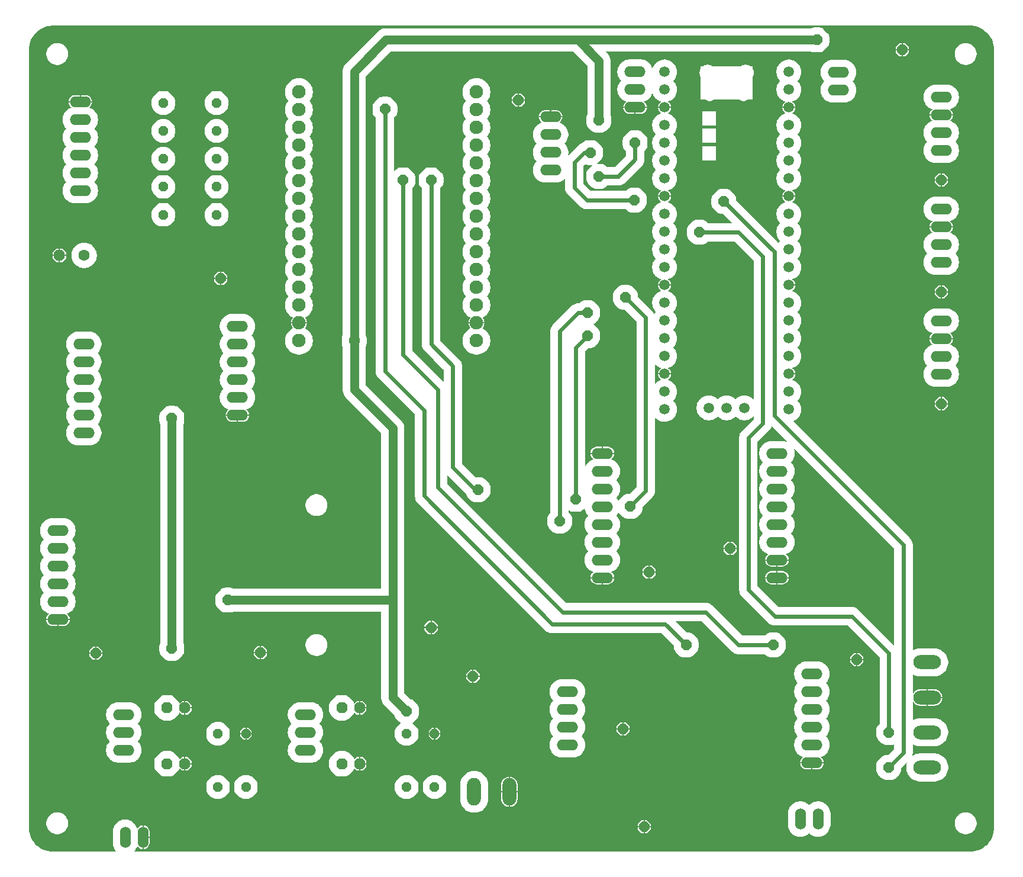
<source format=gbr>
%TF.GenerationSoftware,KiCad,Pcbnew,9.0.2*%
%TF.CreationDate,2025-06-17T12:09:41-05:00*%
%TF.ProjectId,board,626f6172-642e-46b6-9963-61645f706362,rev?*%
%TF.SameCoordinates,Original*%
%TF.FileFunction,Copper,L1,Top*%
%TF.FilePolarity,Positive*%
%FSLAX46Y46*%
G04 Gerber Fmt 4.6, Leading zero omitted, Abs format (unit mm)*
G04 Created by KiCad (PCBNEW 9.0.2) date 2025-06-17 12:09:41*
%MOMM*%
%LPD*%
G01*
G04 APERTURE LIST*
G04 Aperture macros list*
%AMOutline5P*
0 Free polygon, 5 corners , with rotation*
0 The origin of the aperture is its center*
0 number of corners: always 5*
0 $1 to $10 corner X, Y*
0 $11 Rotation angle, in degrees counterclockwise*
0 create outline with 5 corners*
4,1,5,$1,$2,$3,$4,$5,$6,$7,$8,$9,$10,$1,$2,$11*%
%AMOutline6P*
0 Free polygon, 6 corners , with rotation*
0 The origin of the aperture is its center*
0 number of corners: always 6*
0 $1 to $12 corner X, Y*
0 $13 Rotation angle, in degrees counterclockwise*
0 create outline with 6 corners*
4,1,6,$1,$2,$3,$4,$5,$6,$7,$8,$9,$10,$11,$12,$1,$2,$13*%
%AMOutline7P*
0 Free polygon, 7 corners , with rotation*
0 The origin of the aperture is its center*
0 number of corners: always 7*
0 $1 to $14 corner X, Y*
0 $15 Rotation angle, in degrees counterclockwise*
0 create outline with 7 corners*
4,1,7,$1,$2,$3,$4,$5,$6,$7,$8,$9,$10,$11,$12,$13,$14,$1,$2,$15*%
%AMOutline8P*
0 Free polygon, 8 corners , with rotation*
0 The origin of the aperture is its center*
0 number of corners: always 8*
0 $1 to $16 corner X, Y*
0 $17 Rotation angle, in degrees counterclockwise*
0 create outline with 8 corners*
4,1,8,$1,$2,$3,$4,$5,$6,$7,$8,$9,$10,$11,$12,$13,$14,$15,$16,$1,$2,$17*%
G04 Aperture macros list end*
%TA.AperFunction,ComponentPad*%
%ADD10C,1.930400*%
%TD*%
%TA.AperFunction,ComponentPad*%
%ADD11O,3.048000X1.524000*%
%TD*%
%TA.AperFunction,ComponentPad*%
%ADD12Outline8P,-0.660400X0.273547X-0.273547X0.660400X0.273547X0.660400X0.660400X0.273547X0.660400X-0.273547X0.273547X-0.660400X-0.273547X-0.660400X-0.660400X-0.273547X0.000000*%
%TD*%
%TA.AperFunction,ComponentPad*%
%ADD13Outline8P,-0.660400X0.273547X-0.273547X0.660400X0.273547X0.660400X0.660400X0.273547X0.660400X-0.273547X0.273547X-0.660400X-0.273547X-0.660400X-0.660400X-0.273547X90.000000*%
%TD*%
%TA.AperFunction,ComponentPad*%
%ADD14Outline8P,-0.660400X0.273547X-0.273547X0.660400X0.273547X0.660400X0.660400X0.273547X0.660400X-0.273547X0.273547X-0.660400X-0.273547X-0.660400X-0.660400X-0.273547X270.000000*%
%TD*%
%TA.AperFunction,ComponentPad*%
%ADD15O,1.524000X3.048000*%
%TD*%
%TA.AperFunction,ComponentPad*%
%ADD16Outline8P,-0.800100X0.331412X-0.331412X0.800100X0.331412X0.800100X0.800100X0.331412X0.800100X-0.331412X0.331412X-0.800100X-0.331412X-0.800100X-0.800100X-0.331412X0.000000*%
%TD*%
%TA.AperFunction,ComponentPad*%
%ADD17C,1.600200*%
%TD*%
%TA.AperFunction,ComponentPad*%
%ADD18Outline8P,-0.800100X0.331412X-0.331412X0.800100X0.331412X0.800100X0.800100X0.331412X0.800100X-0.331412X0.331412X-0.800100X-0.331412X-0.800100X-0.800100X-0.331412X180.000000*%
%TD*%
%TA.AperFunction,ComponentPad*%
%ADD19Outline8P,-0.762000X0.315631X-0.315631X0.762000X0.315631X0.762000X0.762000X0.315631X0.762000X-0.315631X0.315631X-0.762000X-0.315631X-0.762000X-0.762000X-0.315631X0.000000*%
%TD*%
%TA.AperFunction,ComponentPad*%
%ADD20Outline8P,-0.762000X0.315631X-0.315631X0.762000X0.315631X0.762000X0.762000X0.315631X0.762000X-0.315631X0.315631X-0.762000X-0.315631X-0.762000X-0.762000X-0.315631X180.000000*%
%TD*%
%TA.AperFunction,ComponentPad*%
%ADD21O,3.962400X1.981200*%
%TD*%
%TA.AperFunction,ComponentPad*%
%ADD22O,1.981200X3.962400*%
%TD*%
%TA.AperFunction,ComponentPad*%
%ADD23C,1.508000*%
%TD*%
%TA.AperFunction,Conductor*%
%ADD24C,0.609600*%
%TD*%
%TA.AperFunction,Conductor*%
%ADD25C,1.270000*%
%TD*%
G04 APERTURE END LIST*
D10*
%TO.P,ESP32,EN*%
%TO.N,N$1*%
X118101100Y-55443600D03*
%TO.P,ESP32,VP*%
%TO.N,N$2*%
X118101100Y-57983600D03*
%TO.P,ESP32,VN*%
%TO.N,N$3*%
X118101100Y-60523600D03*
%TO.P,ESP32,D34*%
%TO.N,N$4*%
X118101100Y-63063600D03*
%TO.P,ESP32,D35*%
%TO.N,N$5*%
X118101100Y-65603600D03*
%TO.P,ESP32,D32*%
%TO.N,N$6*%
X118101100Y-68143600D03*
%TO.P,ESP32,D33*%
%TO.N,N$7*%
X118101100Y-70683600D03*
%TO.P,ESP32,D25*%
%TO.N,N$8*%
X118101100Y-73223600D03*
%TO.P,ESP32,D26*%
%TO.N,N$9*%
X118101100Y-75763600D03*
%TO.P,ESP32,D27*%
%TO.N,N$10*%
X118101100Y-78303600D03*
%TO.P,ESP32,D14*%
%TO.N,N/C*%
X118101100Y-80843600D03*
%TO.P,ESP32,D12*%
X118101100Y-83383600D03*
%TO.P,ESP32,D13*%
X118101100Y-85923600D03*
%TO.P,ESP32,GND*%
%TO.N,GND*%
X118101100Y-88463600D03*
%TO.P,ESP32,VIN*%
%TO.N,VCC*%
X118101100Y-91003600D03*
%TO.P,ESP32,D23*%
%TO.N,MOSI*%
X143501100Y-55443600D03*
%TO.P,ESP32,D22*%
%TO.N,SCL*%
X143501100Y-57983600D03*
%TO.P,ESP32,D1*%
%TO.N,N$18*%
X143501100Y-60523600D03*
%TO.P,ESP32,D3*%
%TO.N,N$19*%
X143501100Y-63063600D03*
%TO.P,ESP32,D21*%
%TO.N,SDA*%
X143501100Y-65603600D03*
%TO.P,ESP32,D19*%
%TO.N,MISO*%
X143501100Y-68143600D03*
%TO.P,ESP32,D18*%
%TO.N,SCK*%
X143501100Y-70683600D03*
%TO.P,ESP32,D5*%
%TO.N,CS*%
X143501100Y-73223600D03*
%TO.P,ESP32,D17*%
%TO.N,RX*%
X143501100Y-75763600D03*
%TO.P,ESP32,D16*%
%TO.N,TX*%
X143501100Y-78303600D03*
%TO.P,ESP32,D4*%
%TO.N,N/C*%
X143501100Y-80843600D03*
%TO.P,ESP32,D2*%
X143501100Y-83383600D03*
%TO.P,ESP32,D15*%
X143501100Y-85923600D03*
%TO.P,ESP32,GND@1*%
%TO.N,GND*%
X143501100Y-88463600D03*
%TO.P,ESP32,3V3*%
%TO.N,N/C*%
X143501100Y-91003600D03*
%TD*%
D11*
%TO.P,LEDS0,6*%
%TO.N,GND*%
X86801100Y-56853600D03*
%TO.P,LEDS0,5*%
%TO.N,N$16*%
X86801100Y-59393600D03*
%TO.P,LEDS0,4*%
%TO.N,N$15*%
X86801100Y-61933600D03*
%TO.P,LEDS0,3*%
%TO.N,N$14*%
X86801100Y-64473600D03*
%TO.P,LEDS0,2*%
%TO.N,N$13*%
X86801100Y-67013600D03*
%TO.P,LEDS0,1*%
%TO.N,N$11*%
X86801100Y-69553600D03*
%TD*%
D12*
%TO.P,R1,2*%
%TO.N,N$10*%
X106311100Y-73003600D03*
%TO.P,R1,1*%
%TO.N,N$11*%
X98691100Y-73003600D03*
%TD*%
%TO.P,R2,2*%
%TO.N,N$9*%
X106311100Y-69003600D03*
%TO.P,R2,1*%
%TO.N,N$13*%
X98691100Y-69003600D03*
%TD*%
%TO.P,R3,2*%
%TO.N,N$8*%
X106311100Y-65003600D03*
%TO.P,R3,1*%
%TO.N,N$14*%
X98691100Y-65003600D03*
%TD*%
%TO.P,R4,2*%
%TO.N,N$7*%
X106311100Y-61003600D03*
%TO.P,R4,1*%
%TO.N,N$15*%
X98691100Y-61003600D03*
%TD*%
%TO.P,R5,2*%
%TO.N,N$6*%
X106311100Y-57003600D03*
%TO.P,R5,1*%
%TO.N,N$16*%
X98691100Y-57003600D03*
%TD*%
D11*
%TO.P,SIM800L0,6*%
%TO.N,GND*%
X109301100Y-101653600D03*
%TO.P,SIM800L0,5*%
%TO.N,TX*%
X109301100Y-99113600D03*
%TO.P,SIM800L0,4*%
%TO.N,RX*%
X109301100Y-96573600D03*
%TO.P,SIM800L0,3*%
%TO.N,N/C*%
X109301100Y-94033600D03*
%TO.P,SIM800L0,2*%
%TO.N,VREG*%
X109301100Y-91493600D03*
%TO.P,SIM800L0,1*%
%TO.N,N/C*%
X109301100Y-88953600D03*
%TD*%
%TO.P,REG5V0,3*%
%TO.N,VIN*%
X119041100Y-144463600D03*
%TO.P,REG5V0,2*%
%TO.N,VCC*%
X119041100Y-147003600D03*
%TO.P,REG5V0,1*%
%TO.N,N$21*%
X119041100Y-149543600D03*
%TD*%
%TO.P,REG4.2V0,3*%
%TO.N,VIN*%
X93041100Y-144463600D03*
%TO.P,REG4.2V0,2*%
%TO.N,VREG*%
X93041100Y-147003600D03*
%TO.P,REG4.2V0,1*%
%TO.N,N$22*%
X93041100Y-149543600D03*
%TD*%
D13*
%TO.P,R6,2*%
%TO.N,VCC*%
X133501100Y-147193600D03*
%TO.P,R6,1*%
%TO.N,N$21*%
X133501100Y-154813600D03*
%TD*%
%TO.P,R7,2*%
%TO.N,VREG*%
X106501100Y-147193600D03*
%TO.P,R7,1*%
%TO.N,N$22*%
X106501100Y-154813600D03*
%TD*%
D14*
%TO.P,R8,2*%
%TO.N,N$21*%
X137501100Y-154813600D03*
%TO.P,R8,1*%
%TO.N,GND*%
X137501100Y-147193600D03*
%TD*%
%TO.P,R9,2*%
%TO.N,N$22*%
X110501100Y-154813600D03*
%TO.P,R9,1*%
%TO.N,GND*%
X110501100Y-147193600D03*
%TD*%
D15*
%TO.P,VBAT0,2*%
%TO.N,GND*%
X95771100Y-162003600D03*
%TO.P,VBAT0,1*%
%TO.N,VIN*%
X93231100Y-162003600D03*
%TD*%
D16*
%TO.P,C1,2*%
%TO.N,GND*%
X101771100Y-151503600D03*
%TO.P,C1,1*%
%TO.N,VREG*%
X99231100Y-151503600D03*
%TD*%
%TO.P,C2,2*%
%TO.N,GND*%
X101771100Y-143503600D03*
%TO.P,C2,1*%
%TO.N,VIN*%
X99231100Y-143503600D03*
%TD*%
%TO.P,C3,2*%
%TO.N,GND*%
X126771100Y-151503600D03*
%TO.P,C3,1*%
%TO.N,VCC*%
X124231100Y-151503600D03*
%TD*%
%TO.P,C4,2*%
%TO.N,GND*%
X126771100Y-143503600D03*
%TO.P,C4,1*%
%TO.N,VIN*%
X124231100Y-143503600D03*
%TD*%
D17*
%TO.P,C5,+*%
%TO.N,VREG*%
X87357100Y-78803600D03*
D18*
%TO.P,C5,-*%
%TO.N,GND*%
X83801100Y-78803600D03*
%TD*%
D11*
%TO.P,_0,6*%
%TO.N,N/C*%
X87301100Y-91493600D03*
%TO.P,_0,5*%
X87301100Y-94033600D03*
%TO.P,_0,4*%
X87301100Y-96573600D03*
%TO.P,_0,3*%
X87301100Y-99113600D03*
%TO.P,_0,2*%
X87301100Y-101653600D03*
%TO.P,_0,1*%
X87301100Y-104193600D03*
%TD*%
%TO.P,DS3231,6*%
%TO.N,GND*%
X191501100Y-151353600D03*
%TO.P,DS3231,5*%
%TO.N,VCC*%
X191501100Y-148813600D03*
%TO.P,DS3231,4*%
%TO.N,SDA*%
X191501100Y-146273600D03*
%TO.P,DS3231,3*%
%TO.N,SCL*%
X191501100Y-143733600D03*
%TO.P,DS3231,2*%
%TO.N,N/C*%
X191501100Y-141193600D03*
%TO.P,DS3231,1*%
X191501100Y-138653600D03*
%TD*%
%TO.P,HW-125,6*%
%TO.N,GND*%
X83601100Y-130853600D03*
%TO.P,HW-125,5*%
%TO.N,VCC*%
X83601100Y-128313600D03*
%TO.P,HW-125,4*%
%TO.N,MISO*%
X83601100Y-125773600D03*
%TO.P,HW-125,3*%
%TO.N,MOSI*%
X83601100Y-123233600D03*
%TO.P,HW-125,2*%
%TO.N,SCK*%
X83601100Y-120693600D03*
%TO.P,HW-125,1*%
%TO.N,CS*%
X83601100Y-118153600D03*
%TD*%
%TO.P,JP3,4*%
%TO.N,N/C*%
X156501100Y-141193600D03*
%TO.P,JP3,3*%
X156501100Y-143733600D03*
%TO.P,JP3,2*%
X156501100Y-146273600D03*
%TO.P,JP3,1*%
X156501100Y-148813600D03*
%TD*%
%TO.P,DISPLAY0,4*%
%TO.N,GND*%
X154101100Y-58993600D03*
%TO.P,DISPLAY0,3*%
%TO.N,VCC*%
X154101100Y-61533600D03*
%TO.P,DISPLAY0,2*%
%TO.N,SCL*%
X154101100Y-64073600D03*
%TO.P,DISPLAY0,1*%
%TO.N,SDA*%
X154101100Y-66613600D03*
%TD*%
%TO.P,LORA0,8*%
%TO.N,GND*%
X161501100Y-107113600D03*
%TO.P,LORA0,7*%
%TO.N,N$29*%
X161501100Y-109653600D03*
%TO.P,LORA0,6*%
%TO.N,N$27*%
X161501100Y-112193600D03*
%TO.P,LORA0,5*%
%TO.N,DSCK*%
X161501100Y-114733600D03*
%TO.P,LORA0,4*%
%TO.N,DMISO*%
X161501100Y-117273600D03*
%TO.P,LORA0,3*%
%TO.N,DMOSI*%
X161501100Y-119813600D03*
%TO.P,LORA0,2*%
%TO.N,DCS*%
X161501100Y-122353600D03*
%TO.P,LORA0,1*%
%TO.N,GND*%
X161501100Y-124893600D03*
%TD*%
%TO.P,.0,8*%
%TO.N,N/C*%
X186501100Y-107113600D03*
%TO.P,.0,7*%
X186501100Y-109653600D03*
%TO.P,.0,6*%
X186501100Y-112193600D03*
%TO.P,.0,5*%
%TO.N,DIO0*%
X186501100Y-114733600D03*
%TO.P,.0,4*%
%TO.N,DRST*%
X186501100Y-117273600D03*
%TO.P,.0,3*%
%TO.N,3V3*%
X186501100Y-119813600D03*
%TO.P,.0,2*%
%TO.N,GND*%
X186501100Y-122353600D03*
%TO.P,.0,1*%
X186501100Y-124893600D03*
%TD*%
D19*
%TO.P,JP4,1*%
%TO.N,VCC*%
X133501100Y-144003600D03*
%TD*%
D20*
%TO.P,JP5,1*%
%TO.N,VCC*%
X126001100Y-91003600D03*
%TD*%
D19*
%TO.P,JP6,1*%
%TO.N,VCC*%
X192201100Y-48003600D03*
%TD*%
%TO.P,JP7,1*%
%TO.N,SDA*%
X186001100Y-134503600D03*
%TD*%
%TO.P,JP8,1*%
%TO.N,SDA*%
X133001100Y-68003600D03*
%TD*%
%TO.P,JP9,1*%
%TO.N,SCL*%
X173501100Y-134503600D03*
%TD*%
%TO.P,JP10,1*%
%TO.N,SCL*%
X130401100Y-57903600D03*
%TD*%
%TO.P,JP11,1*%
%TO.N,MISO*%
X143701100Y-112303600D03*
%TD*%
%TO.P,JP12,1*%
%TO.N,MISO*%
X137001100Y-68003600D03*
%TD*%
%TO.P,JP13,1*%
%TO.N,GND*%
X179801100Y-120703600D03*
%TD*%
%TO.P,JP14,1*%
%TO.N,GND*%
X149501100Y-56603600D03*
%TD*%
%TO.P,JP15,1*%
%TO.N,GND*%
X164501100Y-146503600D03*
%TD*%
%TO.P,JP16,1*%
%TO.N,GND*%
X89001100Y-135703600D03*
%TD*%
%TO.P,JP17,1*%
%TO.N,GND*%
X168201100Y-124103600D03*
%TD*%
%TO.P,JP18,1*%
%TO.N,VREG*%
X99901100Y-102103600D03*
%TD*%
%TO.P,JP19,1*%
%TO.N,GND*%
X204401100Y-49403600D03*
%TD*%
%TO.P,JP20,1*%
%TO.N,GND*%
X137001100Y-132003600D03*
%TD*%
D21*
%TO.P,BUS_B0,4*%
%TO.N,VCC3*%
X208001100Y-136985200D03*
%TO.P,BUS_B0,3*%
%TO.N,GND*%
X208001100Y-142014400D03*
%TO.P,BUS_B0,2*%
%TO.N,SCL7*%
X208001100Y-146992800D03*
%TO.P,BUS_B0,1*%
%TO.N,SDA7*%
X208001100Y-152022000D03*
%TD*%
D22*
%TO.P,VBAT_B0,2*%
%TO.N,GND*%
X148201100Y-155503600D03*
%TO.P,VBAT_B0,1*%
%TO.N,VIN*%
X143171900Y-155503600D03*
%TD*%
D19*
%TO.P,JP21,1*%
%TO.N,VREG*%
X99901100Y-135003600D03*
%TD*%
%TO.P,JP22,1*%
%TO.N,GND*%
X167501100Y-160503600D03*
%TD*%
%TO.P,JP23,1*%
%TO.N,GND*%
X143001100Y-139003600D03*
%TD*%
%TO.P,JP24,1*%
%TO.N,GND*%
X112601100Y-135603600D03*
%TD*%
%TO.P,JP1,1*%
%TO.N,VCC*%
X161001100Y-59503600D03*
%TD*%
%TO.P,JP2,1*%
%TO.N,SDA*%
X166201100Y-62703600D03*
%TD*%
%TO.P,JP25,1*%
%TO.N,SDA*%
X161001100Y-67503600D03*
%TD*%
%TO.P,JP26,1*%
%TO.N,SCL*%
X166101100Y-70903600D03*
%TD*%
%TO.P,JP27,1*%
%TO.N,SCL*%
X159801100Y-64103600D03*
%TD*%
D11*
%TO.P,PORT1,4*%
%TO.N,SDA2*%
X210001100Y-63813600D03*
%TO.P,PORT1,3*%
%TO.N,SCL2*%
X210001100Y-61273600D03*
%TO.P,PORT1,2*%
%TO.N,GND*%
X210001100Y-58733600D03*
%TO.P,PORT1,1*%
%TO.N,VCC3*%
X210001100Y-56193600D03*
%TD*%
%TO.P,PORT2,4*%
%TO.N,SDA3*%
X210001100Y-79813600D03*
%TO.P,PORT2,3*%
%TO.N,SCL3*%
X210001100Y-77273600D03*
%TO.P,PORT2,2*%
%TO.N,GND*%
X210001100Y-74733600D03*
%TO.P,PORT2,1*%
%TO.N,VCC3*%
X210001100Y-72193600D03*
%TD*%
%TO.P,PORT3,4*%
%TO.N,SDA4*%
X210001100Y-95813600D03*
%TO.P,PORT3,3*%
%TO.N,SCL4*%
X210001100Y-93273600D03*
%TO.P,PORT3,2*%
%TO.N,GND*%
X210001100Y-90733600D03*
%TO.P,PORT3,1*%
%TO.N,VCC3*%
X210001100Y-88193600D03*
%TD*%
D19*
%TO.P,JP28,1*%
%TO.N,SDA7*%
X178901100Y-71103600D03*
%TD*%
%TO.P,JP29,1*%
%TO.N,SCL7*%
X175401100Y-75503600D03*
%TD*%
%TO.P,JP30,1*%
%TO.N,SDA7*%
X202501100Y-152003600D03*
%TD*%
%TO.P,JP31,1*%
%TO.N,SCL7*%
X202501100Y-147003600D03*
%TD*%
%TO.P,JP34,1*%
%TO.N,GND*%
X197901100Y-136603600D03*
%TD*%
%TO.P,JP35,1*%
%TO.N,GND*%
X210001100Y-68003600D03*
%TD*%
%TO.P,JP36,1*%
%TO.N,GND*%
X210001100Y-84003600D03*
%TD*%
%TO.P,JP37,1*%
%TO.N,GND*%
X210001100Y-100003600D03*
%TD*%
%TO.P,JP39,1*%
%TO.N,VCC*%
X107901100Y-128103600D03*
%TD*%
%TO.P,JP40,1*%
%TO.N,GND*%
X106901100Y-82103600D03*
%TD*%
D23*
%TO.P,PI_PICO0,43*%
%TO.N,N/C*%
X181841100Y-100603600D03*
%TO.P,PI_PICO0,42*%
%TO.N,SWGND*%
X179301100Y-100603600D03*
%TO.P,PI_PICO0,41*%
%TO.N,N/C*%
X176761100Y-100603600D03*
%TO.P,PI_PICO0,40*%
%TO.N,VBUS*%
X188191100Y-52573600D03*
%TO.P,PI_PICO0,39*%
%TO.N,VCC2*%
X188191100Y-55113600D03*
%TO.P,PI_PICO0,38*%
%TO.N,GND*%
X188191100Y-57653600D03*
%TO.P,PI_PICO0,37*%
%TO.N,N/C*%
X188191100Y-60193600D03*
%TO.P,PI_PICO0,36*%
%TO.N,3V3*%
X188191100Y-62733600D03*
%TO.P,PI_PICO0,35*%
%TO.N,N/C*%
X188191100Y-65273600D03*
%TO.P,PI_PICO0,34*%
X188191100Y-67813600D03*
%TO.P,PI_PICO0,33*%
%TO.N,GND*%
X188191100Y-70353600D03*
%TO.P,PI_PICO0,32*%
%TO.N,SCL2*%
X188191100Y-72893600D03*
%TO.P,PI_PICO0,31*%
%TO.N,SDA2*%
X188191100Y-75433600D03*
%TO.P,PI_PICO0,30*%
%TO.N,N/C*%
X188191100Y-77973600D03*
%TO.P,PI_PICO0,29*%
X188191100Y-80513600D03*
%TO.P,PI_PICO0,28*%
%TO.N,GND*%
X188191100Y-83053600D03*
%TO.P,PI_PICO0,27*%
%TO.N,SCL3*%
X188191100Y-85593600D03*
%TO.P,PI_PICO0,26*%
%TO.N,SDA3*%
X188191100Y-88133600D03*
%TO.P,PI_PICO0,25*%
%TO.N,SCL4*%
X188191100Y-90673600D03*
%TO.P,PI_PICO0,24*%
%TO.N,SDA4*%
X188191100Y-93213600D03*
%TO.P,PI_PICO0,23*%
%TO.N,GND*%
X188191100Y-95753600D03*
%TO.P,PI_PICO0,22*%
%TO.N,SCL5*%
X188191100Y-98293600D03*
%TO.P,PI_PICO0,21*%
%TO.N,SDA5*%
X188191100Y-100833600D03*
%TO.P,PI_PICO0,20*%
%TO.N,SCL6*%
X170411100Y-100833600D03*
%TO.P,PI_PICO0,19*%
%TO.N,SDA6*%
X170411100Y-98293600D03*
%TO.P,PI_PICO0,18*%
%TO.N,GND*%
X170411100Y-95753600D03*
%TO.P,PI_PICO0,17*%
%TO.N,DCS*%
X170411100Y-93213600D03*
%TO.P,PI_PICO0,16*%
%TO.N,DMISO*%
X170411100Y-90673600D03*
%TO.P,PI_PICO0,15*%
%TO.N,DMOSI*%
X170411100Y-88133600D03*
%TO.P,PI_PICO0,14*%
%TO.N,DSCK*%
X170411100Y-85593600D03*
%TO.P,PI_PICO0,13*%
%TO.N,GND*%
X170411100Y-83053600D03*
%TO.P,PI_PICO0,12*%
%TO.N,DRST*%
X170411100Y-80513600D03*
%TO.P,PI_PICO0,11*%
%TO.N,DIO0*%
X170411100Y-77973600D03*
%TO.P,PI_PICO0,10*%
%TO.N,SCL7*%
X170411100Y-75433600D03*
%TO.P,PI_PICO0,9*%
%TO.N,SDA7*%
X170411100Y-72893600D03*
%TO.P,PI_PICO0,5*%
%TO.N,N/C*%
X170411100Y-62733600D03*
%TO.P,PI_PICO0,6*%
%TO.N,SDA*%
X170411100Y-65273600D03*
%TO.P,PI_PICO0,4*%
%TO.N,N/C*%
X170411100Y-60193600D03*
%TO.P,PI_PICO0,3*%
%TO.N,GND*%
X170411100Y-57653600D03*
%TO.P,PI_PICO0,8*%
X170411100Y-70353600D03*
%TO.P,PI_PICO0,7*%
%TO.N,SCL*%
X170411100Y-67813600D03*
%TO.P,PI_PICO0,2*%
%TO.N,N$17*%
X170411100Y-55113600D03*
%TO.P,PI_PICO0,1*%
%TO.N,N$12*%
X170411100Y-52573600D03*
%TD*%
D19*
%TO.P,JP41,1*%
%TO.N,DMOSI*%
X159401100Y-87003600D03*
%TD*%
%TO.P,JP42,1*%
%TO.N,DMOSI*%
X155401100Y-116803600D03*
%TD*%
%TO.P,JP43,1*%
%TO.N,DMISO*%
X159401100Y-90303600D03*
%TD*%
%TO.P,JP44,1*%
%TO.N,DMISO*%
X157701100Y-113703600D03*
%TD*%
%TO.P,JP45,1*%
%TO.N,DSCK*%
X164801100Y-84803600D03*
%TD*%
%TO.P,JP46,1*%
%TO.N,DSCK*%
X165501100Y-114703600D03*
%TD*%
D11*
%TO.P,V_PICO0,2*%
%TO.N,VCC2*%
X195301100Y-55173600D03*
%TO.P,V_PICO0,1*%
%TO.N,VCC*%
X195301100Y-52633600D03*
%TD*%
D15*
%TO.P,V_I2C0,2*%
%TO.N,VCC3*%
X192371100Y-159403600D03*
%TO.P,V_I2C0,1*%
%TO.N,VCC*%
X189831100Y-159403600D03*
%TD*%
D11*
%TO.P,SERIAL0,3*%
%TO.N,GND*%
X166201100Y-57643600D03*
%TO.P,SERIAL0,2*%
%TO.N,N$17*%
X166201100Y-55103600D03*
%TO.P,SERIAL0,1*%
%TO.N,N$12*%
X166201100Y-52563600D03*
%TD*%
D24*
%TO.N,SCL7*%
X182401100Y-126603600D02*
X186201100Y-130403600D01*
X182401100Y-104903600D02*
X182401100Y-126603600D01*
X202501100Y-135703600D02*
X202501100Y-147003600D01*
X197201100Y-130403600D02*
X202501100Y-135703600D01*
X186201100Y-130403600D02*
X197201100Y-130403600D01*
X184490700Y-102814000D02*
X182401100Y-104903600D01*
X184490700Y-78992150D02*
X184490700Y-102814000D01*
X181002150Y-75503600D02*
X184490700Y-78992150D01*
X175401100Y-75503600D02*
X181002150Y-75503600D01*
%TO.N,SDA7*%
X204601100Y-120177813D02*
X204601100Y-149903600D01*
X204601100Y-149903600D02*
X202501100Y-152003600D01*
X186116300Y-101693013D02*
X204601100Y-120177813D01*
X186116300Y-78318800D02*
X186116300Y-101693013D01*
X178901100Y-71103600D02*
X186116300Y-78318800D01*
%TO.N,DMISO*%
X157701100Y-92003600D02*
X157701100Y-113703600D01*
X159401100Y-90303600D02*
X157701100Y-92003600D01*
D25*
%TO.N,VREG*%
X99901100Y-102103600D02*
X99901100Y-135003600D01*
D24*
%TO.N,DMOSI*%
X158001100Y-87003600D02*
X155401100Y-89603600D01*
X155401100Y-89603600D02*
X155401100Y-116803600D01*
X159401100Y-87003600D02*
X158001100Y-87003600D01*
%TO.N,DSCK*%
X167701100Y-87703600D02*
X167701100Y-112503600D01*
X167701100Y-112503600D02*
X165501100Y-114703600D01*
X164801100Y-84803600D02*
X167701100Y-87703600D01*
%TO.N,MISO*%
X143301100Y-112303600D02*
X143701100Y-112303600D01*
X140101100Y-109103600D02*
X143301100Y-112303600D01*
X137001100Y-91503600D02*
X137001100Y-68003600D01*
X140101100Y-94603600D02*
X137001100Y-91503600D01*
X140101100Y-94603600D02*
X140101100Y-109103600D01*
%TO.N,SDA*%
X163801100Y-67503600D02*
X166201100Y-65103600D01*
X166201100Y-65103600D02*
X166201100Y-62703600D01*
X161001100Y-67503600D02*
X163801100Y-67503600D01*
X155801100Y-129803600D02*
X176301100Y-129803600D01*
X138001100Y-112003600D02*
X155801100Y-129803600D01*
X176301100Y-129803600D02*
X181001100Y-134503600D01*
X138001100Y-98003600D02*
X138001100Y-112003600D01*
X133001100Y-93003600D02*
X133001100Y-68003600D01*
X138001100Y-98003600D02*
X133001100Y-93003600D01*
X181001100Y-134503600D02*
X186001100Y-134503600D01*
%TO.N,SCL*%
X157501100Y-69103600D02*
X159301100Y-70903600D01*
X159301100Y-70903600D02*
X166101100Y-70903600D01*
X157501100Y-65503600D02*
X157501100Y-69103600D01*
X158901100Y-64103600D02*
X157501100Y-65503600D01*
X159801100Y-64103600D02*
X158901100Y-64103600D01*
X154301100Y-131503600D02*
X170501100Y-131503600D01*
X136001100Y-113203600D02*
X154301100Y-131503600D01*
X170501100Y-131503600D02*
X173501100Y-134503600D01*
X130401100Y-95403600D02*
X130401100Y-57903600D01*
X136001100Y-101003600D02*
X130401100Y-95403600D01*
X136001100Y-101003600D02*
X136001100Y-113203600D01*
D25*
%TO.N,VCC*%
X158001100Y-48003600D02*
X192201100Y-48003600D01*
X131501100Y-128103600D02*
X107901100Y-128103600D01*
X161001100Y-51003600D02*
X161001100Y-59503600D01*
X158001100Y-48003600D02*
X161001100Y-51003600D01*
X126001100Y-52503600D02*
X126001100Y-91003600D01*
X131501100Y-142003600D02*
X133501100Y-144003600D01*
X131501100Y-128103600D02*
X131501100Y-142003600D01*
X131501100Y-103503600D02*
X131501100Y-128103600D01*
X126001100Y-98003600D02*
X131501100Y-103503600D01*
X126001100Y-91003600D02*
X126001100Y-98003600D01*
X130501100Y-48003600D02*
X126001100Y-52503600D01*
X130501100Y-48003600D02*
X158001100Y-48003600D01*
%TD*%
%TA.AperFunction,Conductor*%
%TO.N,GND*%
G36*
X185790086Y-103235400D02*
G01*
X187973455Y-105418769D01*
X187982461Y-105440513D01*
X187973455Y-105462257D01*
X187951711Y-105471263D01*
X187939944Y-105468922D01*
X187836010Y-105425871D01*
X187836007Y-105425870D01*
X187610812Y-105365530D01*
X187433448Y-105342180D01*
X187379669Y-105335100D01*
X185622531Y-105335100D01*
X185595641Y-105338640D01*
X185391387Y-105365530D01*
X185166193Y-105425870D01*
X184950808Y-105515086D01*
X184950792Y-105515094D01*
X184748902Y-105631655D01*
X184563941Y-105773580D01*
X184399080Y-105938441D01*
X184257155Y-106123402D01*
X184140594Y-106325292D01*
X184140586Y-106325308D01*
X184051370Y-106540693D01*
X183991030Y-106765887D01*
X183960600Y-106997032D01*
X183960600Y-107230167D01*
X183991030Y-107461312D01*
X184051370Y-107686506D01*
X184062003Y-107712176D01*
X184140589Y-107901898D01*
X184140592Y-107901904D01*
X184140594Y-107901907D01*
X184257155Y-108103797D01*
X184257158Y-108103802D01*
X184309224Y-108171655D01*
X184399083Y-108288762D01*
X184472177Y-108361857D01*
X184481183Y-108383600D01*
X184472177Y-108405343D01*
X184399083Y-108478437D01*
X184257155Y-108663402D01*
X184140594Y-108865292D01*
X184140586Y-108865308D01*
X184051370Y-109080693D01*
X183991030Y-109305887D01*
X183960600Y-109537032D01*
X183960600Y-109770167D01*
X183991030Y-110001312D01*
X184051370Y-110226506D01*
X184081559Y-110299388D01*
X184140589Y-110441898D01*
X184140592Y-110441904D01*
X184140594Y-110441907D01*
X184230677Y-110597936D01*
X184257158Y-110643802D01*
X184294389Y-110692322D01*
X184399083Y-110828762D01*
X184472177Y-110901857D01*
X184481183Y-110923600D01*
X184472177Y-110945343D01*
X184399083Y-111018437D01*
X184257155Y-111203402D01*
X184140594Y-111405292D01*
X184140586Y-111405308D01*
X184051370Y-111620693D01*
X183991030Y-111845887D01*
X183960600Y-112077032D01*
X183960600Y-112310167D01*
X183991030Y-112541312D01*
X184051370Y-112766506D01*
X184123154Y-112939807D01*
X184140589Y-112981898D01*
X184140592Y-112981904D01*
X184140594Y-112981907D01*
X184253178Y-113176909D01*
X184257158Y-113183802D01*
X184352148Y-113307595D01*
X184399083Y-113368762D01*
X184472177Y-113441857D01*
X184481183Y-113463600D01*
X184472177Y-113485343D01*
X184399083Y-113558437D01*
X184257155Y-113743402D01*
X184140594Y-113945292D01*
X184140586Y-113945308D01*
X184051370Y-114160693D01*
X183991030Y-114385887D01*
X183964140Y-114590141D01*
X183960600Y-114617031D01*
X183960600Y-114850169D01*
X183967680Y-114903948D01*
X183991030Y-115081312D01*
X184051370Y-115306506D01*
X184118012Y-115467392D01*
X184140589Y-115521898D01*
X184140592Y-115521904D01*
X184140594Y-115521907D01*
X184244969Y-115702690D01*
X184257158Y-115723802D01*
X184368201Y-115868515D01*
X184399083Y-115908762D01*
X184472177Y-115981857D01*
X184481183Y-116003600D01*
X184472177Y-116025343D01*
X184399083Y-116098437D01*
X184257155Y-116283402D01*
X184140594Y-116485292D01*
X184140586Y-116485308D01*
X184051370Y-116700693D01*
X183991030Y-116925887D01*
X183960600Y-117157032D01*
X183960600Y-117390167D01*
X183991030Y-117621312D01*
X184051370Y-117846506D01*
X184130289Y-118037031D01*
X184140589Y-118061898D01*
X184257158Y-118263802D01*
X184368201Y-118408515D01*
X184399083Y-118448762D01*
X184472177Y-118521857D01*
X184481183Y-118543600D01*
X184472177Y-118565343D01*
X184399083Y-118638437D01*
X184257155Y-118823402D01*
X184140594Y-119025292D01*
X184140586Y-119025308D01*
X184051370Y-119240693D01*
X183991030Y-119465887D01*
X183960600Y-119697032D01*
X183960600Y-119930167D01*
X183991030Y-120161312D01*
X184051370Y-120386506D01*
X184101496Y-120507519D01*
X184140589Y-120601898D01*
X184140592Y-120601904D01*
X184140594Y-120601907D01*
X184250402Y-120792100D01*
X184257158Y-120803802D01*
X184399084Y-120988763D01*
X184563937Y-121153616D01*
X184748898Y-121295542D01*
X184950802Y-121412111D01*
X185109935Y-121478026D01*
X185166195Y-121501330D01*
X185213602Y-121514032D01*
X185232274Y-121528359D01*
X185235346Y-121551692D01*
X185222728Y-121569301D01*
X185140526Y-121624228D01*
X185009731Y-121755023D01*
X184906968Y-121908817D01*
X184906967Y-121908820D01*
X184836187Y-122079699D01*
X184836185Y-122079705D01*
X184800100Y-122261115D01*
X184800100Y-122265099D01*
X184800101Y-122265100D01*
X185998893Y-122265100D01*
X185993100Y-122286720D01*
X185993100Y-122420480D01*
X185998893Y-122442100D01*
X184800101Y-122442100D01*
X184800100Y-122442101D01*
X184800100Y-122446084D01*
X184836185Y-122627494D01*
X184836187Y-122627500D01*
X184906967Y-122798379D01*
X184906968Y-122798382D01*
X185009731Y-122952176D01*
X185140523Y-123082968D01*
X185294317Y-123185731D01*
X185294320Y-123185732D01*
X185465199Y-123256512D01*
X185465205Y-123256514D01*
X185646615Y-123292599D01*
X185646616Y-123292600D01*
X186412599Y-123292600D01*
X186412600Y-123292599D01*
X186412600Y-122855806D01*
X186434220Y-122861600D01*
X186567980Y-122861600D01*
X186589600Y-122855806D01*
X186589600Y-123292599D01*
X186589601Y-123292600D01*
X187355584Y-123292600D01*
X187355584Y-123292599D01*
X187536994Y-123256514D01*
X187537000Y-123256512D01*
X187707879Y-123185732D01*
X187707882Y-123185731D01*
X187861676Y-123082968D01*
X187992468Y-122952176D01*
X188095231Y-122798382D01*
X188095232Y-122798379D01*
X188166012Y-122627500D01*
X188166014Y-122627494D01*
X188202099Y-122446084D01*
X188202100Y-122446084D01*
X188202100Y-122442101D01*
X188202099Y-122442100D01*
X187003307Y-122442100D01*
X187009100Y-122420480D01*
X187009100Y-122286720D01*
X187003307Y-122265100D01*
X188202099Y-122265100D01*
X188202100Y-122265099D01*
X188202100Y-122261116D01*
X188202099Y-122261115D01*
X188166014Y-122079705D01*
X188166012Y-122079699D01*
X188095232Y-121908820D01*
X188095231Y-121908817D01*
X187992468Y-121755023D01*
X187861676Y-121624231D01*
X187779470Y-121569302D01*
X187766395Y-121549733D01*
X187770986Y-121526650D01*
X187788594Y-121514032D01*
X187824655Y-121504370D01*
X187836004Y-121501330D01*
X187836005Y-121501330D01*
X187882896Y-121481907D01*
X188051398Y-121412111D01*
X188253302Y-121295542D01*
X188438263Y-121153616D01*
X188603116Y-120988763D01*
X188745042Y-120803802D01*
X188861611Y-120601898D01*
X188950829Y-120386507D01*
X189011169Y-120161313D01*
X189041600Y-119930169D01*
X189041600Y-119697031D01*
X189011169Y-119465887D01*
X188950829Y-119240693D01*
X188861611Y-119025302D01*
X188745042Y-118823398D01*
X188603116Y-118638437D01*
X188530021Y-118565342D01*
X188521016Y-118543600D01*
X188530021Y-118521857D01*
X188603116Y-118448763D01*
X188745042Y-118263802D01*
X188861611Y-118061898D01*
X188950829Y-117846507D01*
X189011169Y-117621313D01*
X189041600Y-117390169D01*
X189041600Y-117157031D01*
X189011169Y-116925887D01*
X188950829Y-116700693D01*
X188861611Y-116485302D01*
X188745042Y-116283398D01*
X188603116Y-116098437D01*
X188530021Y-116025342D01*
X188521016Y-116003600D01*
X188530021Y-115981857D01*
X188603116Y-115908763D01*
X188745042Y-115723802D01*
X188861611Y-115521898D01*
X188950829Y-115306507D01*
X189011169Y-115081313D01*
X189041600Y-114850169D01*
X189041600Y-114617031D01*
X189011169Y-114385887D01*
X188950829Y-114160693D01*
X188861611Y-113945302D01*
X188745042Y-113743398D01*
X188603116Y-113558437D01*
X188530021Y-113485342D01*
X188521016Y-113463600D01*
X188530021Y-113441857D01*
X188603116Y-113368763D01*
X188745042Y-113183802D01*
X188861611Y-112981898D01*
X188950829Y-112766507D01*
X189011169Y-112541313D01*
X189041600Y-112310169D01*
X189041600Y-112077031D01*
X189011169Y-111845887D01*
X188950829Y-111620693D01*
X188861611Y-111405302D01*
X188745042Y-111203398D01*
X188603116Y-111018437D01*
X188530021Y-110945342D01*
X188521016Y-110923600D01*
X188530021Y-110901857D01*
X188603116Y-110828763D01*
X188745042Y-110643802D01*
X188861611Y-110441898D01*
X188950829Y-110226507D01*
X189011169Y-110001313D01*
X189041600Y-109770169D01*
X189041600Y-109537031D01*
X189011169Y-109305887D01*
X188950829Y-109080693D01*
X188861611Y-108865302D01*
X188745042Y-108663398D01*
X188603116Y-108478437D01*
X188530021Y-108405342D01*
X188521016Y-108383600D01*
X188530021Y-108361857D01*
X188603116Y-108288763D01*
X188745042Y-108103802D01*
X188861611Y-107901898D01*
X188950829Y-107686507D01*
X189011169Y-107461313D01*
X189041600Y-107230169D01*
X189041600Y-106997031D01*
X189011169Y-106765887D01*
X188950829Y-106540693D01*
X188907777Y-106436756D01*
X188907777Y-106413221D01*
X188924418Y-106396579D01*
X188947953Y-106396579D01*
X188957930Y-106403244D01*
X203270794Y-120716108D01*
X203279800Y-120737852D01*
X203279800Y-134539461D01*
X203270794Y-134561205D01*
X203249050Y-134570211D01*
X203227306Y-134561205D01*
X200736581Y-132070480D01*
X198061869Y-129395768D01*
X198061865Y-129395765D01*
X198061863Y-129395763D01*
X197893615Y-129273525D01*
X197893602Y-129273517D01*
X197708307Y-129179104D01*
X197708302Y-129179102D01*
X197510502Y-129114834D01*
X197305095Y-129082300D01*
X197305089Y-129082300D01*
X186761139Y-129082300D01*
X186739395Y-129073294D01*
X183731406Y-126065305D01*
X183722400Y-126043561D01*
X183722400Y-124801115D01*
X184800100Y-124801115D01*
X184800100Y-124805099D01*
X184800101Y-124805100D01*
X185998893Y-124805100D01*
X185993100Y-124826720D01*
X185993100Y-124960480D01*
X185998893Y-124982100D01*
X184800101Y-124982100D01*
X184800100Y-124982101D01*
X184800100Y-124986084D01*
X184836185Y-125167494D01*
X184836187Y-125167500D01*
X184906967Y-125338379D01*
X184906968Y-125338382D01*
X185009731Y-125492176D01*
X185140523Y-125622968D01*
X185294317Y-125725731D01*
X185294320Y-125725732D01*
X185465199Y-125796512D01*
X185465205Y-125796514D01*
X185646615Y-125832599D01*
X185646616Y-125832600D01*
X186412599Y-125832600D01*
X186412600Y-125832599D01*
X186412600Y-125395806D01*
X186434220Y-125401600D01*
X186567980Y-125401600D01*
X186589600Y-125395806D01*
X186589600Y-125832599D01*
X186589601Y-125832600D01*
X187355584Y-125832600D01*
X187355584Y-125832599D01*
X187536994Y-125796514D01*
X187537000Y-125796512D01*
X187707879Y-125725732D01*
X187707882Y-125725731D01*
X187861676Y-125622968D01*
X187992468Y-125492176D01*
X188095231Y-125338382D01*
X188095232Y-125338379D01*
X188166012Y-125167500D01*
X188166014Y-125167494D01*
X188202099Y-124986084D01*
X188202100Y-124986084D01*
X188202100Y-124982101D01*
X188202099Y-124982100D01*
X187003307Y-124982100D01*
X187009100Y-124960480D01*
X187009100Y-124826720D01*
X187003307Y-124805100D01*
X188202099Y-124805100D01*
X188202100Y-124805099D01*
X188202100Y-124801116D01*
X188202099Y-124801115D01*
X188166014Y-124619705D01*
X188166012Y-124619699D01*
X188095232Y-124448820D01*
X188095231Y-124448817D01*
X187992468Y-124295023D01*
X187861676Y-124164231D01*
X187707882Y-124061468D01*
X187707879Y-124061467D01*
X187537000Y-123990687D01*
X187536994Y-123990685D01*
X187355584Y-123954600D01*
X186589601Y-123954600D01*
X186589600Y-123954601D01*
X186589600Y-124391393D01*
X186567980Y-124385600D01*
X186434220Y-124385600D01*
X186412600Y-124391393D01*
X186412600Y-123954601D01*
X186412599Y-123954600D01*
X185646616Y-123954600D01*
X185465205Y-123990685D01*
X185465199Y-123990687D01*
X185294320Y-124061467D01*
X185294317Y-124061468D01*
X185140523Y-124164231D01*
X185009731Y-124295023D01*
X184906968Y-124448817D01*
X184906967Y-124448820D01*
X184836187Y-124619699D01*
X184836185Y-124619705D01*
X184800100Y-124801115D01*
X183722400Y-124801115D01*
X183722400Y-105463638D01*
X183731405Y-105441895D01*
X185498532Y-103674769D01*
X185620777Y-103506512D01*
X185715197Y-103321203D01*
X185739098Y-103247640D01*
X185754381Y-103229746D01*
X185777844Y-103227899D01*
X185790086Y-103235400D01*
G37*
%TD.AperFunction*%
%TA.AperFunction,Conductor*%
G36*
X169074894Y-94381019D02*
G01*
X169076410Y-94382748D01*
X169076445Y-94382718D01*
X169077101Y-94383466D01*
X169077107Y-94383472D01*
X169077111Y-94383477D01*
X169241223Y-94547589D01*
X169425352Y-94688876D01*
X169626348Y-94804920D01*
X169716207Y-94842141D01*
X169840759Y-94893733D01*
X169840779Y-94893740D01*
X169876643Y-94903349D01*
X169904728Y-94910874D01*
X169923400Y-94925201D01*
X169926472Y-94948534D01*
X169913854Y-94966143D01*
X169817625Y-95030442D01*
X169687945Y-95160122D01*
X169586057Y-95312606D01*
X169586056Y-95312609D01*
X169515879Y-95482032D01*
X169515877Y-95482038D01*
X169480100Y-95661902D01*
X169480100Y-95665099D01*
X169480101Y-95665100D01*
X169917176Y-95665100D01*
X169911100Y-95687774D01*
X169911100Y-95819426D01*
X169917176Y-95842100D01*
X169480101Y-95842100D01*
X169480100Y-95842101D01*
X169480100Y-95845297D01*
X169515877Y-96025161D01*
X169515879Y-96025167D01*
X169586056Y-96194590D01*
X169586057Y-96194593D01*
X169687945Y-96347077D01*
X169817622Y-96476754D01*
X169913853Y-96541054D01*
X169926928Y-96560623D01*
X169922337Y-96583706D01*
X169904728Y-96596324D01*
X169840774Y-96613461D01*
X169626354Y-96702277D01*
X169626338Y-96702285D01*
X169425356Y-96818321D01*
X169241227Y-96959607D01*
X169077101Y-97123733D01*
X169076445Y-97124482D01*
X169075985Y-97124079D01*
X169057102Y-97134931D01*
X169034381Y-97128793D01*
X169022655Y-97108388D01*
X169022400Y-97104436D01*
X169022400Y-94402763D01*
X169031406Y-94381019D01*
X169053150Y-94372013D01*
X169074894Y-94381019D01*
G37*
%TD.AperFunction*%
%TA.AperFunction,Conductor*%
G36*
X214089357Y-45940142D02*
G01*
X214098308Y-45940611D01*
X214448833Y-45958980D01*
X214452003Y-45959314D01*
X214808375Y-46015758D01*
X214811518Y-46016426D01*
X215160037Y-46109811D01*
X215163082Y-46110800D01*
X215499947Y-46240111D01*
X215502878Y-46241417D01*
X215824360Y-46405220D01*
X215827126Y-46406817D01*
X216110904Y-46591104D01*
X216129738Y-46603335D01*
X216132342Y-46605227D01*
X216412734Y-46832285D01*
X216415126Y-46834438D01*
X216670261Y-47089573D01*
X216672414Y-47091965D01*
X216899472Y-47372357D01*
X216901364Y-47374961D01*
X217072202Y-47638028D01*
X217097876Y-47677561D01*
X217099485Y-47680349D01*
X217263280Y-48001817D01*
X217264590Y-48004757D01*
X217393896Y-48341609D01*
X217394890Y-48344670D01*
X217488272Y-48693178D01*
X217488941Y-48696327D01*
X217545383Y-49052681D01*
X217545720Y-49055882D01*
X217564558Y-49415342D01*
X217564600Y-49416951D01*
X217564600Y-160590250D01*
X217564558Y-160591859D01*
X217545720Y-160951319D01*
X217545383Y-160954520D01*
X217488941Y-161310873D01*
X217488272Y-161314022D01*
X217394890Y-161662530D01*
X217393896Y-161665591D01*
X217264590Y-162002444D01*
X217263280Y-162005384D01*
X217099485Y-162326851D01*
X217097876Y-162329639D01*
X216901364Y-162632239D01*
X216899472Y-162634843D01*
X216672414Y-162915235D01*
X216670261Y-162917627D01*
X216415126Y-163172762D01*
X216412734Y-163174915D01*
X216132341Y-163401973D01*
X216129737Y-163403865D01*
X215827137Y-163600377D01*
X215824349Y-163601986D01*
X215502882Y-163765781D01*
X215499942Y-163767091D01*
X215163089Y-163896396D01*
X215160028Y-163897390D01*
X214811520Y-163990773D01*
X214808371Y-163991442D01*
X214452019Y-164047883D01*
X214448818Y-164048220D01*
X214089357Y-164067058D01*
X214087748Y-164067100D01*
X94519017Y-164067100D01*
X94497273Y-164058094D01*
X94488267Y-164036350D01*
X94497273Y-164014607D01*
X94534194Y-163977684D01*
X94571116Y-163940763D01*
X94713042Y-163755802D01*
X94829611Y-163553898D01*
X94918829Y-163338507D01*
X94918830Y-163338505D01*
X94918830Y-163338504D01*
X94927133Y-163307516D01*
X94931532Y-163291094D01*
X94945858Y-163272424D01*
X94969192Y-163269352D01*
X94986802Y-163281970D01*
X95041731Y-163364176D01*
X95172523Y-163494968D01*
X95326317Y-163597731D01*
X95326320Y-163597732D01*
X95497199Y-163668512D01*
X95497205Y-163668514D01*
X95678615Y-163704599D01*
X95678616Y-163704600D01*
X95682599Y-163704600D01*
X95682600Y-163704599D01*
X95682600Y-162505806D01*
X95704220Y-162511600D01*
X95837980Y-162511600D01*
X95859600Y-162505806D01*
X95859600Y-163704599D01*
X95859601Y-163704600D01*
X95863584Y-163704600D01*
X95863584Y-163704599D01*
X96044994Y-163668514D01*
X96045000Y-163668512D01*
X96215879Y-163597732D01*
X96215882Y-163597731D01*
X96369676Y-163494968D01*
X96500468Y-163364176D01*
X96603231Y-163210382D01*
X96603232Y-163210379D01*
X96674012Y-163039500D01*
X96674014Y-163039494D01*
X96710099Y-162858084D01*
X96710100Y-162858084D01*
X96710100Y-162092101D01*
X96710099Y-162092100D01*
X96273307Y-162092100D01*
X96279100Y-162070480D01*
X96279100Y-161936720D01*
X96273307Y-161915100D01*
X96710099Y-161915100D01*
X96710100Y-161915099D01*
X96710100Y-161149116D01*
X96710099Y-161149115D01*
X96674014Y-160967705D01*
X96674012Y-160967699D01*
X96603232Y-160796820D01*
X96603231Y-160796817D01*
X96500468Y-160643023D01*
X96449546Y-160592101D01*
X166562099Y-160592101D01*
X166562099Y-160836664D01*
X166572370Y-160888293D01*
X166572370Y-160888294D01*
X166601609Y-160932055D01*
X166601611Y-160932057D01*
X167072644Y-161403091D01*
X167072646Y-161403093D01*
X167116405Y-161432330D01*
X167168032Y-161442599D01*
X167168033Y-161442600D01*
X167412599Y-161442600D01*
X167412600Y-161442599D01*
X167412600Y-161005806D01*
X167434220Y-161011600D01*
X167567980Y-161011600D01*
X167589600Y-161005806D01*
X167589600Y-161442599D01*
X167589601Y-161442600D01*
X167834164Y-161442600D01*
X167885793Y-161432329D01*
X167885794Y-161432329D01*
X167929555Y-161403090D01*
X167929557Y-161403088D01*
X168400591Y-160932055D01*
X168400593Y-160932053D01*
X168429830Y-160888294D01*
X168440099Y-160836667D01*
X168440100Y-160836667D01*
X168440100Y-160592101D01*
X168440099Y-160592100D01*
X168003307Y-160592100D01*
X168009100Y-160570480D01*
X168009100Y-160436720D01*
X168003307Y-160415100D01*
X168440100Y-160415100D01*
X168440101Y-160415099D01*
X168440101Y-160170535D01*
X168429829Y-160118906D01*
X168429829Y-160118905D01*
X168400590Y-160075144D01*
X168400588Y-160075142D01*
X167929555Y-159604108D01*
X167929553Y-159604106D01*
X167885794Y-159574869D01*
X167834167Y-159564600D01*
X167834166Y-159564599D01*
X167589600Y-159564599D01*
X167589600Y-160001393D01*
X167567980Y-159995600D01*
X167434220Y-159995600D01*
X167412600Y-160001393D01*
X167412600Y-159564600D01*
X167412599Y-159564599D01*
X167168035Y-159564599D01*
X167116406Y-159574870D01*
X167116405Y-159574870D01*
X167072644Y-159604109D01*
X167072642Y-159604111D01*
X166601608Y-160075144D01*
X166601606Y-160075146D01*
X166572369Y-160118905D01*
X166562100Y-160170532D01*
X166562100Y-160415099D01*
X166562101Y-160415100D01*
X166998893Y-160415100D01*
X166993100Y-160436720D01*
X166993100Y-160570480D01*
X166998893Y-160592100D01*
X166562100Y-160592100D01*
X166562099Y-160592101D01*
X96449546Y-160592101D01*
X96369676Y-160512231D01*
X96215882Y-160409468D01*
X96215879Y-160409467D01*
X96045000Y-160338687D01*
X96044994Y-160338685D01*
X95863584Y-160302600D01*
X95859601Y-160302600D01*
X95859600Y-160302601D01*
X95859600Y-161501393D01*
X95837980Y-161495600D01*
X95704220Y-161495600D01*
X95682600Y-161501393D01*
X95682600Y-160302601D01*
X95682599Y-160302600D01*
X95678616Y-160302600D01*
X95497205Y-160338685D01*
X95497199Y-160338687D01*
X95326320Y-160409467D01*
X95326317Y-160409468D01*
X95172523Y-160512231D01*
X95041728Y-160643026D01*
X94986801Y-160725228D01*
X94967232Y-160738303D01*
X94944150Y-160733711D01*
X94931532Y-160716102D01*
X94918830Y-160668695D01*
X94918830Y-160668694D01*
X94829613Y-160453308D01*
X94829611Y-160453302D01*
X94713042Y-160251398D01*
X94650993Y-160170535D01*
X94571119Y-160066441D01*
X94571116Y-160066437D01*
X94406263Y-159901584D01*
X94392382Y-159890933D01*
X94354017Y-159861494D01*
X94221302Y-159759658D01*
X94019398Y-159643089D01*
X94005579Y-159637365D01*
X93804006Y-159553870D01*
X93578812Y-159493530D01*
X93401448Y-159470180D01*
X93347669Y-159463100D01*
X93114531Y-159463100D01*
X93087641Y-159466640D01*
X92883387Y-159493530D01*
X92658193Y-159553870D01*
X92442808Y-159643086D01*
X92442792Y-159643094D01*
X92240902Y-159759655D01*
X92055941Y-159901580D01*
X91891080Y-160066441D01*
X91749155Y-160251402D01*
X91632594Y-160453292D01*
X91632586Y-160453308D01*
X91543370Y-160668693D01*
X91483030Y-160893887D01*
X91452600Y-161125032D01*
X91452600Y-162882167D01*
X91483030Y-163113312D01*
X91543370Y-163338506D01*
X91570443Y-163403865D01*
X91632589Y-163553898D01*
X91632592Y-163553904D01*
X91632594Y-163553907D01*
X91749155Y-163755797D01*
X91749158Y-163755802D01*
X91815687Y-163842504D01*
X91891083Y-163940762D01*
X91964927Y-164014607D01*
X91973933Y-164036350D01*
X91964926Y-164058094D01*
X91943183Y-164067100D01*
X82914451Y-164067100D01*
X82912842Y-164067058D01*
X82553381Y-164048220D01*
X82550180Y-164047883D01*
X82193827Y-163991441D01*
X82190678Y-163990772D01*
X81842170Y-163897390D01*
X81839109Y-163896396D01*
X81502256Y-163767090D01*
X81499316Y-163765780D01*
X81308416Y-163668512D01*
X81177844Y-163601982D01*
X81175063Y-163600377D01*
X81012747Y-163494968D01*
X80872461Y-163403865D01*
X80869857Y-163401973D01*
X80589464Y-163174915D01*
X80587072Y-163172762D01*
X80331937Y-162917627D01*
X80329784Y-162915235D01*
X80102726Y-162634842D01*
X80100834Y-162632238D01*
X79904324Y-162329639D01*
X79904317Y-162329627D01*
X79902715Y-162326851D01*
X79738917Y-162005379D01*
X79737611Y-162002448D01*
X79608300Y-161665583D01*
X79607311Y-161662537D01*
X79513705Y-161313192D01*
X79512826Y-161308451D01*
X79501065Y-161196556D01*
X79437768Y-160594320D01*
X79437600Y-160591106D01*
X79437600Y-159880504D01*
X81937100Y-159880504D01*
X81937100Y-160126695D01*
X81975610Y-160369834D01*
X82051684Y-160603967D01*
X82051686Y-160603972D01*
X82163441Y-160823305D01*
X82163449Y-160823318D01*
X82308143Y-161022471D01*
X82308145Y-161022473D01*
X82308148Y-161022477D01*
X82482223Y-161196552D01*
X82482226Y-161196554D01*
X82482228Y-161196556D01*
X82598635Y-161281131D01*
X82681385Y-161341253D01*
X82681390Y-161341255D01*
X82681394Y-161341258D01*
X82900727Y-161453013D01*
X82900732Y-161453015D01*
X83134863Y-161529089D01*
X83315888Y-161557760D01*
X83378004Y-161567599D01*
X83378005Y-161567599D01*
X83378011Y-161567600D01*
X83378017Y-161567600D01*
X83624183Y-161567600D01*
X83624189Y-161567600D01*
X83867337Y-161529089D01*
X84101468Y-161453015D01*
X84320815Y-161341253D01*
X84519977Y-161196552D01*
X84694052Y-161022477D01*
X84838753Y-160823315D01*
X84950515Y-160603968D01*
X85026589Y-160369837D01*
X85065100Y-160126689D01*
X85065100Y-159880511D01*
X85026589Y-159637363D01*
X84950515Y-159403232D01*
X84950513Y-159403227D01*
X84838758Y-159183894D01*
X84838755Y-159183890D01*
X84838753Y-159183885D01*
X84809311Y-159143362D01*
X84694056Y-158984728D01*
X84694054Y-158984726D01*
X84694052Y-158984723D01*
X84519977Y-158810648D01*
X84519973Y-158810645D01*
X84519971Y-158810643D01*
X84320818Y-158665949D01*
X84320805Y-158665941D01*
X84101472Y-158554186D01*
X84101467Y-158554184D01*
X84011743Y-158525031D01*
X188052600Y-158525031D01*
X188052600Y-160282169D01*
X188059680Y-160335948D01*
X188083030Y-160513312D01*
X188143370Y-160738506D01*
X188214448Y-160910102D01*
X188232589Y-160953898D01*
X188232592Y-160953904D01*
X188232594Y-160953907D01*
X188330674Y-161123787D01*
X188349158Y-161155802D01*
X188380427Y-161196552D01*
X188483048Y-161330291D01*
X188491084Y-161340763D01*
X188655937Y-161505616D01*
X188840898Y-161647542D01*
X189042802Y-161764111D01*
X189258193Y-161853329D01*
X189483387Y-161913669D01*
X189714531Y-161944100D01*
X189714536Y-161944100D01*
X189947664Y-161944100D01*
X189947669Y-161944100D01*
X190178813Y-161913669D01*
X190404007Y-161853329D01*
X190619398Y-161764111D01*
X190821302Y-161647542D01*
X191006263Y-161505616D01*
X191079357Y-161432521D01*
X191101100Y-161423516D01*
X191122842Y-161432521D01*
X191195937Y-161505616D01*
X191380898Y-161647542D01*
X191582802Y-161764111D01*
X191798193Y-161853329D01*
X192023387Y-161913669D01*
X192254531Y-161944100D01*
X192254536Y-161944100D01*
X192487664Y-161944100D01*
X192487669Y-161944100D01*
X192718813Y-161913669D01*
X192944007Y-161853329D01*
X193159398Y-161764111D01*
X193361302Y-161647542D01*
X193546263Y-161505616D01*
X193711116Y-161340763D01*
X193853042Y-161155802D01*
X193969611Y-160953898D01*
X194058829Y-160738507D01*
X194119169Y-160513313D01*
X194149600Y-160282169D01*
X194149600Y-159880504D01*
X211937100Y-159880504D01*
X211937100Y-160126695D01*
X211975610Y-160369834D01*
X212051684Y-160603967D01*
X212051686Y-160603972D01*
X212163441Y-160823305D01*
X212163449Y-160823318D01*
X212308143Y-161022471D01*
X212308145Y-161022473D01*
X212308148Y-161022477D01*
X212482223Y-161196552D01*
X212482226Y-161196554D01*
X212482228Y-161196556D01*
X212598635Y-161281131D01*
X212681385Y-161341253D01*
X212681390Y-161341255D01*
X212681394Y-161341258D01*
X212900727Y-161453013D01*
X212900732Y-161453015D01*
X213134863Y-161529089D01*
X213315888Y-161557760D01*
X213378004Y-161567599D01*
X213378005Y-161567599D01*
X213378011Y-161567600D01*
X213378017Y-161567600D01*
X213624183Y-161567600D01*
X213624189Y-161567600D01*
X213867337Y-161529089D01*
X214101468Y-161453015D01*
X214320815Y-161341253D01*
X214519977Y-161196552D01*
X214694052Y-161022477D01*
X214838753Y-160823315D01*
X214950515Y-160603968D01*
X215026589Y-160369837D01*
X215065100Y-160126689D01*
X215065100Y-159880511D01*
X215026589Y-159637363D01*
X214950515Y-159403232D01*
X214950513Y-159403227D01*
X214838758Y-159183894D01*
X214838755Y-159183890D01*
X214838753Y-159183885D01*
X214809311Y-159143362D01*
X214694056Y-158984728D01*
X214694054Y-158984726D01*
X214694052Y-158984723D01*
X214519977Y-158810648D01*
X214519973Y-158810645D01*
X214519971Y-158810643D01*
X214320818Y-158665949D01*
X214320805Y-158665941D01*
X214101472Y-158554186D01*
X214101467Y-158554184D01*
X213867334Y-158478110D01*
X213624195Y-158439600D01*
X213624189Y-158439600D01*
X213378011Y-158439600D01*
X213378004Y-158439600D01*
X213134865Y-158478110D01*
X212900732Y-158554184D01*
X212900727Y-158554186D01*
X212681394Y-158665941D01*
X212681381Y-158665949D01*
X212482228Y-158810643D01*
X212308143Y-158984728D01*
X212163449Y-159183881D01*
X212163441Y-159183894D01*
X212051686Y-159403227D01*
X212051684Y-159403232D01*
X211975610Y-159637365D01*
X211937100Y-159880504D01*
X194149600Y-159880504D01*
X194149600Y-158525031D01*
X194119169Y-158293887D01*
X194058829Y-158068693D01*
X193969611Y-157853302D01*
X193853042Y-157651398D01*
X193711116Y-157466437D01*
X193546263Y-157301584D01*
X193361302Y-157159658D01*
X193361297Y-157159655D01*
X193159407Y-157043094D01*
X193159404Y-157043092D01*
X193159398Y-157043089D01*
X193159391Y-157043086D01*
X192944006Y-156953870D01*
X192718812Y-156893530D01*
X192541448Y-156870180D01*
X192487669Y-156863100D01*
X192254531Y-156863100D01*
X192227641Y-156866640D01*
X192023387Y-156893530D01*
X191798193Y-156953870D01*
X191582808Y-157043086D01*
X191582792Y-157043094D01*
X191380902Y-157159655D01*
X191195937Y-157301583D01*
X191122843Y-157374677D01*
X191101100Y-157383683D01*
X191079357Y-157374677D01*
X191006262Y-157301583D01*
X190945337Y-157254834D01*
X190821302Y-157159658D01*
X190821297Y-157159655D01*
X190619407Y-157043094D01*
X190619404Y-157043092D01*
X190619398Y-157043089D01*
X190619391Y-157043086D01*
X190404006Y-156953870D01*
X190178812Y-156893530D01*
X190001448Y-156870180D01*
X189947669Y-156863100D01*
X189714531Y-156863100D01*
X189687641Y-156866640D01*
X189483387Y-156893530D01*
X189258193Y-156953870D01*
X189042808Y-157043086D01*
X189042792Y-157043094D01*
X188840902Y-157159655D01*
X188655941Y-157301580D01*
X188491080Y-157466441D01*
X188349155Y-157651402D01*
X188232594Y-157853292D01*
X188232586Y-157853308D01*
X188143370Y-158068693D01*
X188083030Y-158293887D01*
X188058777Y-158478110D01*
X188052600Y-158525031D01*
X84011743Y-158525031D01*
X83867334Y-158478110D01*
X83624195Y-158439600D01*
X83624189Y-158439600D01*
X83378011Y-158439600D01*
X83378004Y-158439600D01*
X83134865Y-158478110D01*
X82900732Y-158554184D01*
X82900727Y-158554186D01*
X82681394Y-158665941D01*
X82681381Y-158665949D01*
X82482228Y-158810643D01*
X82308143Y-158984728D01*
X82163449Y-159183881D01*
X82163441Y-159183894D01*
X82051686Y-159403227D01*
X82051684Y-159403232D01*
X81975610Y-159637365D01*
X81937100Y-159880504D01*
X79437600Y-159880504D01*
X79437600Y-154439934D01*
X104824200Y-154439934D01*
X104824200Y-155187264D01*
X104824201Y-155187265D01*
X104863262Y-155383647D01*
X104863263Y-155383649D01*
X104939889Y-155568640D01*
X105051133Y-155735128D01*
X105579572Y-156263568D01*
X105746060Y-156374810D01*
X105931051Y-156451436D01*
X106127436Y-156490500D01*
X106874764Y-156490499D01*
X107071149Y-156451437D01*
X107256140Y-156374811D01*
X107422628Y-156263567D01*
X107951068Y-155735128D01*
X108062310Y-155568640D01*
X108138936Y-155383649D01*
X108178000Y-155187264D01*
X108177999Y-154439936D01*
X108177999Y-154439934D01*
X108824200Y-154439934D01*
X108824200Y-155187264D01*
X108824201Y-155187265D01*
X108863262Y-155383647D01*
X108863263Y-155383649D01*
X108939889Y-155568640D01*
X109051133Y-155735128D01*
X109579572Y-156263568D01*
X109746060Y-156374810D01*
X109931051Y-156451436D01*
X110127436Y-156490500D01*
X110874764Y-156490499D01*
X111071149Y-156451437D01*
X111256140Y-156374811D01*
X111422628Y-156263567D01*
X111951068Y-155735128D01*
X112062310Y-155568640D01*
X112138936Y-155383649D01*
X112178000Y-155187264D01*
X112177999Y-154439936D01*
X112177999Y-154439934D01*
X131824200Y-154439934D01*
X131824200Y-155187264D01*
X131824201Y-155187265D01*
X131863262Y-155383647D01*
X131863263Y-155383649D01*
X131939889Y-155568640D01*
X132051133Y-155735128D01*
X132579572Y-156263568D01*
X132746060Y-156374810D01*
X132931051Y-156451436D01*
X133127436Y-156490500D01*
X133874764Y-156490499D01*
X134071149Y-156451437D01*
X134256140Y-156374811D01*
X134422628Y-156263567D01*
X134951068Y-155735128D01*
X135062310Y-155568640D01*
X135138936Y-155383649D01*
X135178000Y-155187264D01*
X135177999Y-154439936D01*
X135177999Y-154439934D01*
X135824200Y-154439934D01*
X135824200Y-155187264D01*
X135824201Y-155187265D01*
X135863262Y-155383647D01*
X135863263Y-155383649D01*
X135939889Y-155568640D01*
X136051133Y-155735128D01*
X136579572Y-156263568D01*
X136746060Y-156374810D01*
X136931051Y-156451436D01*
X137127436Y-156490500D01*
X137874764Y-156490499D01*
X138071149Y-156451437D01*
X138256140Y-156374811D01*
X138422628Y-156263567D01*
X138951068Y-155735128D01*
X139062310Y-155568640D01*
X139138936Y-155383649D01*
X139178000Y-155187264D01*
X139177999Y-154439936D01*
X139166366Y-154381449D01*
X141164800Y-154381449D01*
X141164800Y-156625750D01*
X141199141Y-156886605D01*
X141267237Y-157140745D01*
X141367866Y-157383683D01*
X141367924Y-157383823D01*
X141367927Y-157383829D01*
X141367929Y-157383832D01*
X141479026Y-157576257D01*
X141499476Y-157611678D01*
X141659644Y-157820413D01*
X141845687Y-158006456D01*
X142054422Y-158166624D01*
X142282277Y-158298176D01*
X142525354Y-158398862D01*
X142779494Y-158466958D01*
X143040348Y-158501300D01*
X143040353Y-158501300D01*
X143303447Y-158501300D01*
X143303452Y-158501300D01*
X143564306Y-158466958D01*
X143818446Y-158398862D01*
X144061523Y-158298176D01*
X144289378Y-158166624D01*
X144498113Y-158006456D01*
X144684156Y-157820413D01*
X144844324Y-157611678D01*
X144975876Y-157383823D01*
X145076562Y-157140746D01*
X145144658Y-156886606D01*
X145179000Y-156625752D01*
X145179000Y-154421102D01*
X147033500Y-154421102D01*
X147033500Y-155415099D01*
X147033501Y-155415100D01*
X147545366Y-155415100D01*
X147540700Y-155438556D01*
X147540700Y-155568644D01*
X147545366Y-155592100D01*
X147033501Y-155592100D01*
X147033500Y-155592101D01*
X147033500Y-156586097D01*
X147062250Y-156767611D01*
X147119042Y-156942402D01*
X147119044Y-156942407D01*
X147202473Y-157106146D01*
X147202481Y-157106159D01*
X147310500Y-157254834D01*
X147440465Y-157384799D01*
X147589140Y-157492818D01*
X147589153Y-157492826D01*
X147752892Y-157576255D01*
X147752897Y-157576257D01*
X147927688Y-157633049D01*
X148109202Y-157661799D01*
X148109214Y-157661800D01*
X148112599Y-157661800D01*
X148112600Y-157661799D01*
X148112600Y-156159334D01*
X148136056Y-156164000D01*
X148266144Y-156164000D01*
X148289600Y-156159334D01*
X148289600Y-157661799D01*
X148289601Y-157661800D01*
X148292986Y-157661800D01*
X148292997Y-157661799D01*
X148474511Y-157633049D01*
X148649302Y-157576257D01*
X148649307Y-157576255D01*
X148813046Y-157492826D01*
X148813059Y-157492818D01*
X148961734Y-157384799D01*
X149091699Y-157254834D01*
X149199718Y-157106159D01*
X149199726Y-157106146D01*
X149283155Y-156942407D01*
X149283157Y-156942402D01*
X149339949Y-156767611D01*
X149368699Y-156586097D01*
X149368700Y-156586086D01*
X149368700Y-155592101D01*
X149368699Y-155592100D01*
X148856834Y-155592100D01*
X148861500Y-155568644D01*
X148861500Y-155438556D01*
X148856834Y-155415100D01*
X149368699Y-155415100D01*
X149368700Y-155415099D01*
X149368700Y-154421113D01*
X149368699Y-154421102D01*
X149339949Y-154239588D01*
X149283157Y-154064797D01*
X149283155Y-154064792D01*
X149199726Y-153901053D01*
X149199718Y-153901040D01*
X149091699Y-153752365D01*
X148961734Y-153622400D01*
X148813059Y-153514381D01*
X148813046Y-153514373D01*
X148649307Y-153430944D01*
X148649302Y-153430942D01*
X148474511Y-153374150D01*
X148292997Y-153345400D01*
X148289601Y-153345400D01*
X148289600Y-153345401D01*
X148289600Y-154847865D01*
X148266144Y-154843200D01*
X148136056Y-154843200D01*
X148112600Y-154847865D01*
X148112600Y-153345401D01*
X148112599Y-153345400D01*
X148109202Y-153345400D01*
X147927688Y-153374150D01*
X147752897Y-153430942D01*
X147752892Y-153430944D01*
X147589153Y-153514373D01*
X147589140Y-153514381D01*
X147440465Y-153622400D01*
X147310500Y-153752365D01*
X147202481Y-153901040D01*
X147202473Y-153901053D01*
X147119044Y-154064792D01*
X147119042Y-154064797D01*
X147062250Y-154239588D01*
X147033500Y-154421102D01*
X145179000Y-154421102D01*
X145179000Y-154381448D01*
X145144658Y-154120594D01*
X145076562Y-153866454D01*
X144975876Y-153623377D01*
X144844324Y-153395522D01*
X144684156Y-153186787D01*
X144498113Y-153000744D01*
X144289378Y-152840576D01*
X144061523Y-152709024D01*
X143963801Y-152668546D01*
X143818445Y-152608337D01*
X143564305Y-152540241D01*
X143364143Y-152513890D01*
X143303452Y-152505900D01*
X143040348Y-152505900D01*
X143010002Y-152509895D01*
X142779494Y-152540241D01*
X142525354Y-152608337D01*
X142282283Y-152709021D01*
X142282267Y-152709029D01*
X142054426Y-152840573D01*
X141845691Y-153000740D01*
X141659640Y-153186791D01*
X141499473Y-153395526D01*
X141367929Y-153623367D01*
X141367921Y-153623383D01*
X141267237Y-153866454D01*
X141199141Y-154120594D01*
X141164800Y-154381449D01*
X139166366Y-154381449D01*
X139138937Y-154243551D01*
X139062311Y-154058560D01*
X138951067Y-153892072D01*
X138422628Y-153363632D01*
X138399551Y-153348213D01*
X138357623Y-153320198D01*
X138256140Y-153252390D01*
X138071149Y-153175764D01*
X138071147Y-153175763D01*
X137874765Y-153136700D01*
X137127435Y-153136700D01*
X137127434Y-153136701D01*
X136931052Y-153175762D01*
X136931050Y-153175763D01*
X136746060Y-153252389D01*
X136579572Y-153363633D01*
X136051129Y-153892075D01*
X135939890Y-154058560D01*
X135863264Y-154243550D01*
X135863263Y-154243552D01*
X135824200Y-154439934D01*
X135177999Y-154439934D01*
X135138937Y-154243551D01*
X135062311Y-154058560D01*
X134951067Y-153892072D01*
X134422628Y-153363632D01*
X134399551Y-153348213D01*
X134357623Y-153320198D01*
X134256140Y-153252390D01*
X134071149Y-153175764D01*
X134071147Y-153175763D01*
X133874765Y-153136700D01*
X133127435Y-153136700D01*
X133127434Y-153136701D01*
X132931052Y-153175762D01*
X132931050Y-153175763D01*
X132746060Y-153252389D01*
X132579572Y-153363633D01*
X132051129Y-153892075D01*
X131939890Y-154058560D01*
X131863264Y-154243550D01*
X131863263Y-154243552D01*
X131824200Y-154439934D01*
X112177999Y-154439934D01*
X112138937Y-154243551D01*
X112062311Y-154058560D01*
X111951067Y-153892072D01*
X111422628Y-153363632D01*
X111399551Y-153348213D01*
X111357623Y-153320198D01*
X111256140Y-153252390D01*
X111071149Y-153175764D01*
X111071147Y-153175763D01*
X110874765Y-153136700D01*
X110127435Y-153136700D01*
X110127434Y-153136701D01*
X109931052Y-153175762D01*
X109931050Y-153175763D01*
X109746060Y-153252389D01*
X109579572Y-153363633D01*
X109051129Y-153892075D01*
X108939890Y-154058560D01*
X108863264Y-154243550D01*
X108863263Y-154243552D01*
X108824200Y-154439934D01*
X108177999Y-154439934D01*
X108138937Y-154243551D01*
X108062311Y-154058560D01*
X107951067Y-153892072D01*
X107422628Y-153363632D01*
X107399551Y-153348213D01*
X107357623Y-153320198D01*
X107256140Y-153252390D01*
X107071149Y-153175764D01*
X107071147Y-153175763D01*
X106874765Y-153136700D01*
X106127435Y-153136700D01*
X106127434Y-153136701D01*
X105931052Y-153175762D01*
X105931050Y-153175763D01*
X105746060Y-153252389D01*
X105579572Y-153363633D01*
X105051129Y-153892075D01*
X104939890Y-154058560D01*
X104863264Y-154243550D01*
X104863263Y-154243552D01*
X104824200Y-154439934D01*
X79437600Y-154439934D01*
X79437600Y-144347032D01*
X90500600Y-144347032D01*
X90500600Y-144580167D01*
X90531030Y-144811312D01*
X90591370Y-145036506D01*
X90679866Y-145250153D01*
X90680589Y-145251898D01*
X90680592Y-145251904D01*
X90680594Y-145251907D01*
X90697470Y-145281137D01*
X90797158Y-145453802D01*
X90882176Y-145564599D01*
X90939083Y-145638762D01*
X91012177Y-145711857D01*
X91021183Y-145733600D01*
X91012177Y-145755343D01*
X90939083Y-145828437D01*
X90797155Y-146013402D01*
X90680594Y-146215292D01*
X90680586Y-146215308D01*
X90591370Y-146430693D01*
X90531030Y-146655887D01*
X90509433Y-146819935D01*
X90500600Y-146887031D01*
X90500600Y-147120169D01*
X90507680Y-147173948D01*
X90531030Y-147351312D01*
X90591370Y-147576506D01*
X90646714Y-147710117D01*
X90680589Y-147791898D01*
X90680592Y-147791904D01*
X90680594Y-147791907D01*
X90735323Y-147886701D01*
X90797158Y-147993802D01*
X90890252Y-148115124D01*
X90939083Y-148178762D01*
X91012177Y-148251857D01*
X91021183Y-148273600D01*
X91012177Y-148295343D01*
X90939083Y-148368437D01*
X90797155Y-148553402D01*
X90680594Y-148755292D01*
X90680586Y-148755308D01*
X90591370Y-148970693D01*
X90531030Y-149195887D01*
X90511589Y-149343561D01*
X90500600Y-149427031D01*
X90500600Y-149660169D01*
X90504133Y-149687001D01*
X90531030Y-149891312D01*
X90591370Y-150116506D01*
X90666519Y-150297931D01*
X90680589Y-150331898D01*
X90680592Y-150331904D01*
X90680594Y-150331907D01*
X90770434Y-150487514D01*
X90797158Y-150533802D01*
X90939084Y-150718763D01*
X91103937Y-150883616D01*
X91288898Y-151025542D01*
X91490802Y-151142111D01*
X91706193Y-151231329D01*
X91931387Y-151291669D01*
X92162531Y-151322100D01*
X92162536Y-151322100D01*
X93919664Y-151322100D01*
X93919669Y-151322100D01*
X94150813Y-151291669D01*
X94376007Y-151231329D01*
X94591398Y-151142111D01*
X94699499Y-151079699D01*
X94712715Y-151072069D01*
X97414500Y-151072069D01*
X97414500Y-151935129D01*
X97414501Y-151935130D01*
X97453562Y-152131512D01*
X97453563Y-152131514D01*
X97530189Y-152316505D01*
X97641433Y-152482993D01*
X98251707Y-153093268D01*
X98418195Y-153204510D01*
X98603186Y-153281136D01*
X98799571Y-153320200D01*
X99662629Y-153320199D01*
X99859014Y-153281137D01*
X100044005Y-153204511D01*
X100210493Y-153093267D01*
X100820768Y-152482993D01*
X100932010Y-152316505D01*
X100993529Y-152167984D01*
X101010171Y-152151344D01*
X101033706Y-152151344D01*
X101043682Y-152158009D01*
X101366374Y-152480700D01*
X101682599Y-152480700D01*
X101682600Y-152480699D01*
X101682600Y-151900623D01*
X101717596Y-151910000D01*
X101824604Y-151910000D01*
X101859600Y-151900623D01*
X101859600Y-152480699D01*
X101859601Y-152480700D01*
X102175827Y-152480700D01*
X102748200Y-151908326D01*
X102748200Y-151592101D01*
X102748199Y-151592100D01*
X102168123Y-151592100D01*
X102177500Y-151557104D01*
X102177500Y-151450096D01*
X102168123Y-151415100D01*
X102748199Y-151415100D01*
X102748200Y-151415099D01*
X102748200Y-151098873D01*
X102175826Y-150526500D01*
X101859601Y-150526500D01*
X101859600Y-150526501D01*
X101859600Y-151106576D01*
X101824604Y-151097200D01*
X101717596Y-151097200D01*
X101682600Y-151106576D01*
X101682600Y-150526501D01*
X101682599Y-150526500D01*
X101366372Y-150526500D01*
X101043681Y-150849189D01*
X101021938Y-150858195D01*
X101000194Y-150849188D01*
X100993529Y-150839213D01*
X100932011Y-150690695D01*
X100820767Y-150524207D01*
X100210493Y-149913932D01*
X100044005Y-149802690D01*
X99859014Y-149726064D01*
X99859012Y-149726063D01*
X99662630Y-149687000D01*
X98799570Y-149687000D01*
X98799569Y-149687001D01*
X98603187Y-149726062D01*
X98603185Y-149726063D01*
X98418195Y-149802689D01*
X98251707Y-149913933D01*
X97641429Y-150524210D01*
X97530190Y-150690695D01*
X97453564Y-150875685D01*
X97453563Y-150875687D01*
X97414500Y-151072069D01*
X94712715Y-151072069D01*
X94761454Y-151043930D01*
X94774310Y-151036506D01*
X94793302Y-151025542D01*
X94978263Y-150883616D01*
X95143116Y-150718763D01*
X95285042Y-150533802D01*
X95401611Y-150331898D01*
X95490829Y-150116507D01*
X95551169Y-149891313D01*
X95581600Y-149660169D01*
X95581600Y-149427031D01*
X95551169Y-149195887D01*
X95490829Y-148970693D01*
X95401611Y-148755302D01*
X95285042Y-148553398D01*
X95143116Y-148368437D01*
X95070021Y-148295342D01*
X95061016Y-148273600D01*
X95070021Y-148251857D01*
X95143116Y-148178763D01*
X95285042Y-147993802D01*
X95401611Y-147791898D01*
X95490829Y-147576507D01*
X95551169Y-147351313D01*
X95581600Y-147120169D01*
X95581600Y-146887031D01*
X95572766Y-146819934D01*
X104824200Y-146819934D01*
X104824200Y-147567264D01*
X104824201Y-147567265D01*
X104863262Y-147763647D01*
X104863263Y-147763649D01*
X104939889Y-147948640D01*
X105051133Y-148115128D01*
X105579572Y-148643568D01*
X105746060Y-148754810D01*
X105931051Y-148831436D01*
X106127436Y-148870500D01*
X106874764Y-148870499D01*
X107071149Y-148831437D01*
X107256140Y-148754811D01*
X107422628Y-148643567D01*
X107951068Y-148115128D01*
X108062310Y-147948640D01*
X108138936Y-147763649D01*
X108178000Y-147567264D01*
X108177999Y-147140096D01*
X108177999Y-146846738D01*
X109663700Y-146846738D01*
X109663700Y-147105099D01*
X109663701Y-147105100D01*
X110104077Y-147105100D01*
X110094700Y-147140096D01*
X110094700Y-147247104D01*
X110104077Y-147282100D01*
X109663701Y-147282100D01*
X109663700Y-147282101D01*
X109663700Y-147540461D01*
X110154239Y-148031000D01*
X110412599Y-148031000D01*
X110412600Y-148030999D01*
X110412600Y-147590623D01*
X110447596Y-147600000D01*
X110554604Y-147600000D01*
X110589600Y-147590623D01*
X110589600Y-148030999D01*
X110589601Y-148031000D01*
X110847962Y-148031000D01*
X111338500Y-147540461D01*
X111338500Y-147282101D01*
X111338499Y-147282100D01*
X110898123Y-147282100D01*
X110907500Y-147247104D01*
X110907500Y-147140096D01*
X110898123Y-147105100D01*
X111338499Y-147105100D01*
X111338500Y-147105099D01*
X111338500Y-146846738D01*
X110847961Y-146356200D01*
X110589601Y-146356200D01*
X110589600Y-146356201D01*
X110589600Y-146796576D01*
X110554604Y-146787200D01*
X110447596Y-146787200D01*
X110412600Y-146796576D01*
X110412600Y-146356201D01*
X110412599Y-146356200D01*
X110154238Y-146356200D01*
X109663700Y-146846738D01*
X108177999Y-146846738D01*
X108177999Y-146840621D01*
X108177999Y-146819935D01*
X108177998Y-146819934D01*
X108138937Y-146623551D01*
X108062311Y-146438560D01*
X107951067Y-146272072D01*
X107422628Y-145743632D01*
X107256140Y-145632390D01*
X107071149Y-145555764D01*
X107071147Y-145555763D01*
X106874765Y-145516700D01*
X106127435Y-145516700D01*
X106127434Y-145516701D01*
X105931052Y-145555762D01*
X105931050Y-145555763D01*
X105746060Y-145632389D01*
X105579572Y-145743633D01*
X105051129Y-146272075D01*
X104939890Y-146438560D01*
X104863264Y-146623550D01*
X104863263Y-146623552D01*
X104824200Y-146819934D01*
X95572766Y-146819934D01*
X95551169Y-146655887D01*
X95490829Y-146430693D01*
X95401611Y-146215302D01*
X95285042Y-146013398D01*
X95143116Y-145828437D01*
X95070021Y-145755342D01*
X95061016Y-145733600D01*
X95070021Y-145711857D01*
X95143116Y-145638763D01*
X95285042Y-145453802D01*
X95401611Y-145251898D01*
X95490829Y-145036507D01*
X95551169Y-144811313D01*
X95581600Y-144580169D01*
X95581600Y-144347031D01*
X95551169Y-144115887D01*
X95490829Y-143890693D01*
X95401611Y-143675302D01*
X95285042Y-143473398D01*
X95143116Y-143288437D01*
X94978263Y-143123584D01*
X94911128Y-143072069D01*
X97414500Y-143072069D01*
X97414500Y-143935129D01*
X97414501Y-143935130D01*
X97453562Y-144131512D01*
X97453563Y-144131514D01*
X97530189Y-144316505D01*
X97641433Y-144482993D01*
X98251707Y-145093268D01*
X98418195Y-145204510D01*
X98603186Y-145281136D01*
X98799571Y-145320200D01*
X99662629Y-145320199D01*
X99859014Y-145281137D01*
X100044005Y-145204511D01*
X100210493Y-145093267D01*
X100820768Y-144482993D01*
X100932010Y-144316505D01*
X100993529Y-144167984D01*
X101010171Y-144151344D01*
X101033706Y-144151344D01*
X101043682Y-144158009D01*
X101366374Y-144480700D01*
X101682599Y-144480700D01*
X101682600Y-144480699D01*
X101682600Y-143900623D01*
X101717596Y-143910000D01*
X101824604Y-143910000D01*
X101859600Y-143900623D01*
X101859600Y-144480699D01*
X101859601Y-144480700D01*
X102175827Y-144480700D01*
X102309495Y-144347032D01*
X116500600Y-144347032D01*
X116500600Y-144580167D01*
X116531030Y-144811312D01*
X116591370Y-145036506D01*
X116679866Y-145250153D01*
X116680589Y-145251898D01*
X116680592Y-145251904D01*
X116680594Y-145251907D01*
X116697470Y-145281137D01*
X116797158Y-145453802D01*
X116882176Y-145564599D01*
X116939083Y-145638762D01*
X117012177Y-145711857D01*
X117021183Y-145733600D01*
X117012177Y-145755343D01*
X116939083Y-145828437D01*
X116797155Y-146013402D01*
X116680594Y-146215292D01*
X116680586Y-146215308D01*
X116591370Y-146430693D01*
X116531030Y-146655887D01*
X116509433Y-146819935D01*
X116500600Y-146887031D01*
X116500600Y-147120169D01*
X116507680Y-147173948D01*
X116531030Y-147351312D01*
X116591370Y-147576506D01*
X116646714Y-147710117D01*
X116680589Y-147791898D01*
X116680592Y-147791904D01*
X116680594Y-147791907D01*
X116735323Y-147886701D01*
X116797158Y-147993802D01*
X116890252Y-148115124D01*
X116939083Y-148178762D01*
X117012177Y-148251857D01*
X117021183Y-148273600D01*
X117012177Y-148295343D01*
X116939083Y-148368437D01*
X116797155Y-148553402D01*
X116680594Y-148755292D01*
X116680586Y-148755308D01*
X116591370Y-148970693D01*
X116531030Y-149195887D01*
X116511589Y-149343561D01*
X116500600Y-149427031D01*
X116500600Y-149660169D01*
X116504133Y-149687001D01*
X116531030Y-149891312D01*
X116591370Y-150116506D01*
X116666519Y-150297931D01*
X116680589Y-150331898D01*
X116680592Y-150331904D01*
X116680594Y-150331907D01*
X116770434Y-150487514D01*
X116797158Y-150533802D01*
X116939084Y-150718763D01*
X117103937Y-150883616D01*
X117288898Y-151025542D01*
X117490802Y-151142111D01*
X117706193Y-151231329D01*
X117931387Y-151291669D01*
X118162531Y-151322100D01*
X118162536Y-151322100D01*
X119919664Y-151322100D01*
X119919669Y-151322100D01*
X120150813Y-151291669D01*
X120376007Y-151231329D01*
X120591398Y-151142111D01*
X120699499Y-151079699D01*
X120712715Y-151072069D01*
X122414500Y-151072069D01*
X122414500Y-151935129D01*
X122414501Y-151935130D01*
X122453562Y-152131512D01*
X122453563Y-152131514D01*
X122530189Y-152316505D01*
X122641433Y-152482993D01*
X123251707Y-153093268D01*
X123418195Y-153204510D01*
X123603186Y-153281136D01*
X123799571Y-153320200D01*
X124662629Y-153320199D01*
X124859014Y-153281137D01*
X125044005Y-153204511D01*
X125210493Y-153093267D01*
X125820768Y-152482993D01*
X125932010Y-152316505D01*
X125993529Y-152167984D01*
X126010171Y-152151344D01*
X126033706Y-152151344D01*
X126043682Y-152158009D01*
X126366374Y-152480700D01*
X126682599Y-152480700D01*
X126682600Y-152480699D01*
X126682600Y-151900623D01*
X126717596Y-151910000D01*
X126824604Y-151910000D01*
X126859600Y-151900623D01*
X126859600Y-152480699D01*
X126859601Y-152480700D01*
X127175827Y-152480700D01*
X127748200Y-151908326D01*
X127748200Y-151592101D01*
X127748199Y-151592100D01*
X127168123Y-151592100D01*
X127177500Y-151557104D01*
X127177500Y-151450096D01*
X127168123Y-151415100D01*
X127748199Y-151415100D01*
X127748200Y-151415099D01*
X127748200Y-151098873D01*
X127175826Y-150526500D01*
X126859601Y-150526500D01*
X126859600Y-150526501D01*
X126859600Y-151106576D01*
X126824604Y-151097200D01*
X126717596Y-151097200D01*
X126682600Y-151106576D01*
X126682600Y-150526501D01*
X126682599Y-150526500D01*
X126366372Y-150526500D01*
X126043681Y-150849189D01*
X126021938Y-150858195D01*
X126000194Y-150849188D01*
X125993529Y-150839213D01*
X125932011Y-150690695D01*
X125820767Y-150524207D01*
X125210493Y-149913932D01*
X125044005Y-149802690D01*
X124859014Y-149726064D01*
X124859012Y-149726063D01*
X124662630Y-149687000D01*
X123799570Y-149687000D01*
X123799569Y-149687001D01*
X123603187Y-149726062D01*
X123603185Y-149726063D01*
X123418195Y-149802689D01*
X123251707Y-149913933D01*
X122641429Y-150524210D01*
X122530190Y-150690695D01*
X122453564Y-150875685D01*
X122453563Y-150875687D01*
X122414500Y-151072069D01*
X120712715Y-151072069D01*
X120761454Y-151043930D01*
X120774310Y-151036506D01*
X120793302Y-151025542D01*
X120978263Y-150883616D01*
X121143116Y-150718763D01*
X121285042Y-150533802D01*
X121401611Y-150331898D01*
X121490829Y-150116507D01*
X121551169Y-149891313D01*
X121581600Y-149660169D01*
X121581600Y-149427031D01*
X121551169Y-149195887D01*
X121490829Y-148970693D01*
X121401611Y-148755302D01*
X121285042Y-148553398D01*
X121143116Y-148368437D01*
X121070021Y-148295342D01*
X121061016Y-148273600D01*
X121070021Y-148251857D01*
X121143116Y-148178763D01*
X121285042Y-147993802D01*
X121401611Y-147791898D01*
X121490829Y-147576507D01*
X121551169Y-147351313D01*
X121581600Y-147120169D01*
X121581600Y-146887031D01*
X121551169Y-146655887D01*
X121490829Y-146430693D01*
X121401611Y-146215302D01*
X121285042Y-146013398D01*
X121143116Y-145828437D01*
X121070021Y-145755342D01*
X121061016Y-145733600D01*
X121070021Y-145711857D01*
X121143116Y-145638763D01*
X121285042Y-145453802D01*
X121401611Y-145251898D01*
X121490829Y-145036507D01*
X121551169Y-144811313D01*
X121581600Y-144580169D01*
X121581600Y-144347031D01*
X121551169Y-144115887D01*
X121490829Y-143890693D01*
X121401611Y-143675302D01*
X121285042Y-143473398D01*
X121143116Y-143288437D01*
X120978263Y-143123584D01*
X120911128Y-143072069D01*
X122414500Y-143072069D01*
X122414500Y-143935129D01*
X122414501Y-143935130D01*
X122453562Y-144131512D01*
X122453563Y-144131514D01*
X122530189Y-144316505D01*
X122641433Y-144482993D01*
X123251707Y-145093268D01*
X123418195Y-145204510D01*
X123603186Y-145281136D01*
X123799571Y-145320200D01*
X124662629Y-145320199D01*
X124859014Y-145281137D01*
X125044005Y-145204511D01*
X125210493Y-145093267D01*
X125820768Y-144482993D01*
X125932010Y-144316505D01*
X125993529Y-144167984D01*
X126010171Y-144151344D01*
X126033706Y-144151344D01*
X126043682Y-144158009D01*
X126366374Y-144480700D01*
X126682599Y-144480700D01*
X126682600Y-144480699D01*
X126682600Y-143900623D01*
X126717596Y-143910000D01*
X126824604Y-143910000D01*
X126859600Y-143900623D01*
X126859600Y-144480699D01*
X126859601Y-144480700D01*
X127175827Y-144480700D01*
X127748200Y-143908326D01*
X127748200Y-143592101D01*
X127748199Y-143592100D01*
X127168123Y-143592100D01*
X127177500Y-143557104D01*
X127177500Y-143450096D01*
X127168123Y-143415100D01*
X127748199Y-143415100D01*
X127748200Y-143415099D01*
X127748200Y-143098873D01*
X127175826Y-142526500D01*
X126859601Y-142526500D01*
X126859600Y-142526501D01*
X126859600Y-143106576D01*
X126824604Y-143097200D01*
X126717596Y-143097200D01*
X126682600Y-143106576D01*
X126682600Y-142526501D01*
X126682599Y-142526500D01*
X126366372Y-142526500D01*
X126043681Y-142849189D01*
X126021938Y-142858195D01*
X126000194Y-142849188D01*
X125993529Y-142839213D01*
X125967292Y-142775871D01*
X125932011Y-142690695D01*
X125820767Y-142524207D01*
X125210493Y-141913932D01*
X125044005Y-141802690D01*
X124859014Y-141726064D01*
X124859012Y-141726063D01*
X124662630Y-141687000D01*
X123799570Y-141687000D01*
X123799569Y-141687001D01*
X123603187Y-141726062D01*
X123603185Y-141726063D01*
X123418195Y-141802689D01*
X123251707Y-141913933D01*
X122641429Y-142524210D01*
X122530190Y-142690695D01*
X122453564Y-142875685D01*
X122453563Y-142875687D01*
X122414500Y-143072069D01*
X120911128Y-143072069D01*
X120793302Y-142981658D01*
X120730342Y-142945308D01*
X120591407Y-142865094D01*
X120591404Y-142865092D01*
X120591398Y-142865089D01*
X120591391Y-142865086D01*
X120376006Y-142775870D01*
X120150812Y-142715530D01*
X119973448Y-142692180D01*
X119919669Y-142685100D01*
X118162531Y-142685100D01*
X118135641Y-142688640D01*
X117931387Y-142715530D01*
X117706193Y-142775870D01*
X117490808Y-142865086D01*
X117490792Y-142865094D01*
X117288902Y-142981655D01*
X117103941Y-143123580D01*
X116939080Y-143288441D01*
X116797155Y-143473402D01*
X116680594Y-143675292D01*
X116680586Y-143675308D01*
X116591370Y-143890693D01*
X116531030Y-144115887D01*
X116500600Y-144347032D01*
X102309495Y-144347032D01*
X102332247Y-144324280D01*
X102748200Y-143908326D01*
X102748200Y-143592101D01*
X102748199Y-143592100D01*
X102168123Y-143592100D01*
X102177500Y-143557104D01*
X102177500Y-143450096D01*
X102168123Y-143415100D01*
X102748199Y-143415100D01*
X102748200Y-143415099D01*
X102748200Y-143098873D01*
X102175826Y-142526500D01*
X101859601Y-142526500D01*
X101859600Y-142526501D01*
X101859600Y-143106576D01*
X101824604Y-143097200D01*
X101717596Y-143097200D01*
X101682600Y-143106576D01*
X101682600Y-142526501D01*
X101682599Y-142526500D01*
X101366372Y-142526500D01*
X101043681Y-142849189D01*
X101021938Y-142858195D01*
X101000194Y-142849188D01*
X100993529Y-142839213D01*
X100967292Y-142775871D01*
X100932011Y-142690695D01*
X100820767Y-142524207D01*
X100210493Y-141913932D01*
X100044005Y-141802690D01*
X99859014Y-141726064D01*
X99859012Y-141726063D01*
X99662630Y-141687000D01*
X98799570Y-141687000D01*
X98799569Y-141687001D01*
X98603187Y-141726062D01*
X98603185Y-141726063D01*
X98418195Y-141802689D01*
X98251707Y-141913933D01*
X97641429Y-142524210D01*
X97530190Y-142690695D01*
X97453564Y-142875685D01*
X97453563Y-142875687D01*
X97414500Y-143072069D01*
X94911128Y-143072069D01*
X94793302Y-142981658D01*
X94730342Y-142945308D01*
X94591407Y-142865094D01*
X94591404Y-142865092D01*
X94591398Y-142865089D01*
X94591391Y-142865086D01*
X94376006Y-142775870D01*
X94150812Y-142715530D01*
X93973448Y-142692180D01*
X93919669Y-142685100D01*
X92162531Y-142685100D01*
X92135641Y-142688640D01*
X91931387Y-142715530D01*
X91706193Y-142775870D01*
X91490808Y-142865086D01*
X91490792Y-142865094D01*
X91288902Y-142981655D01*
X91103941Y-143123580D01*
X90939080Y-143288441D01*
X90797155Y-143473402D01*
X90680594Y-143675292D01*
X90680586Y-143675308D01*
X90591370Y-143890693D01*
X90531030Y-144115887D01*
X90500600Y-144347032D01*
X79437600Y-144347032D01*
X79437600Y-135792101D01*
X88062099Y-135792101D01*
X88062099Y-136036664D01*
X88072370Y-136088293D01*
X88072370Y-136088294D01*
X88101609Y-136132055D01*
X88101611Y-136132057D01*
X88572644Y-136603091D01*
X88572646Y-136603093D01*
X88616405Y-136632330D01*
X88668032Y-136642599D01*
X88668033Y-136642600D01*
X88912599Y-136642600D01*
X88912600Y-136642599D01*
X88912600Y-136205806D01*
X88934220Y-136211600D01*
X89067980Y-136211600D01*
X89089600Y-136205806D01*
X89089600Y-136642599D01*
X89089601Y-136642600D01*
X89334164Y-136642600D01*
X89385793Y-136632329D01*
X89385794Y-136632329D01*
X89429555Y-136603090D01*
X89429557Y-136603088D01*
X89900591Y-136132055D01*
X89900593Y-136132053D01*
X89929830Y-136088294D01*
X89940099Y-136036667D01*
X89940100Y-136036667D01*
X89940100Y-135792101D01*
X89940099Y-135792100D01*
X89503307Y-135792100D01*
X89509100Y-135770480D01*
X89509100Y-135636720D01*
X89503307Y-135615100D01*
X89940100Y-135615100D01*
X89940101Y-135615099D01*
X89940101Y-135370535D01*
X89929829Y-135318906D01*
X89929829Y-135318905D01*
X89900590Y-135275144D01*
X89900588Y-135275142D01*
X89429555Y-134804108D01*
X89429553Y-134804106D01*
X89385794Y-134774869D01*
X89334167Y-134764600D01*
X89334166Y-134764599D01*
X89089600Y-134764599D01*
X89089600Y-135201393D01*
X89067980Y-135195600D01*
X88934220Y-135195600D01*
X88912600Y-135201393D01*
X88912600Y-134764600D01*
X88912599Y-134764599D01*
X88668035Y-134764599D01*
X88616406Y-134774870D01*
X88616405Y-134774870D01*
X88572644Y-134804109D01*
X88572642Y-134804111D01*
X88101608Y-135275144D01*
X88101606Y-135275146D01*
X88072369Y-135318905D01*
X88062100Y-135370532D01*
X88062100Y-135615099D01*
X88062101Y-135615100D01*
X88498893Y-135615100D01*
X88493100Y-135636720D01*
X88493100Y-135770480D01*
X88498893Y-135792100D01*
X88062100Y-135792100D01*
X88062099Y-135792101D01*
X79437600Y-135792101D01*
X79437600Y-118037032D01*
X81060600Y-118037032D01*
X81060600Y-118270167D01*
X81091030Y-118501312D01*
X81151370Y-118726506D01*
X81191506Y-118823402D01*
X81240589Y-118941898D01*
X81240592Y-118941904D01*
X81240594Y-118941907D01*
X81357155Y-119143797D01*
X81357158Y-119143802D01*
X81468201Y-119288515D01*
X81499083Y-119328762D01*
X81572177Y-119401857D01*
X81581183Y-119423600D01*
X81572177Y-119445343D01*
X81499083Y-119518437D01*
X81357155Y-119703402D01*
X81240594Y-119905292D01*
X81240586Y-119905308D01*
X81151370Y-120120693D01*
X81091030Y-120345887D01*
X81060600Y-120577032D01*
X81060600Y-120810167D01*
X81091030Y-121041312D01*
X81151370Y-121266506D01*
X81211682Y-121412111D01*
X81240589Y-121481898D01*
X81240592Y-121481904D01*
X81240594Y-121481907D01*
X81333370Y-121642600D01*
X81357158Y-121683802D01*
X81468201Y-121828515D01*
X81499083Y-121868762D01*
X81572177Y-121941857D01*
X81581183Y-121963600D01*
X81572177Y-121985343D01*
X81499083Y-122058437D01*
X81357155Y-122243402D01*
X81240594Y-122445292D01*
X81240586Y-122445308D01*
X81151370Y-122660693D01*
X81091030Y-122885887D01*
X81060600Y-123117032D01*
X81060600Y-123350167D01*
X81091030Y-123581312D01*
X81151370Y-123806506D01*
X81227660Y-123990685D01*
X81240589Y-124021898D01*
X81240592Y-124021904D01*
X81240594Y-124021907D01*
X81338855Y-124192100D01*
X81357158Y-124223802D01*
X81468201Y-124368515D01*
X81499083Y-124408762D01*
X81572177Y-124481857D01*
X81581183Y-124503600D01*
X81572177Y-124525343D01*
X81499083Y-124598437D01*
X81357155Y-124783402D01*
X81240594Y-124985292D01*
X81240586Y-124985308D01*
X81151370Y-125200693D01*
X81091030Y-125425887D01*
X81060600Y-125657032D01*
X81060600Y-125890167D01*
X81091030Y-126121312D01*
X81151370Y-126346506D01*
X81214789Y-126499611D01*
X81240589Y-126561898D01*
X81240592Y-126561904D01*
X81240594Y-126561907D01*
X81324707Y-126707595D01*
X81357158Y-126763802D01*
X81468201Y-126908515D01*
X81499083Y-126948762D01*
X81572177Y-127021857D01*
X81581183Y-127043600D01*
X81572177Y-127065343D01*
X81499083Y-127138437D01*
X81357155Y-127323402D01*
X81240594Y-127525292D01*
X81240586Y-127525308D01*
X81151370Y-127740693D01*
X81091030Y-127965887D01*
X81060600Y-128197032D01*
X81060600Y-128430167D01*
X81091030Y-128661312D01*
X81151370Y-128886506D01*
X81228741Y-129073294D01*
X81240589Y-129101898D01*
X81240592Y-129101904D01*
X81240594Y-129101907D01*
X81357155Y-129303797D01*
X81357158Y-129303802D01*
X81499084Y-129488763D01*
X81663937Y-129653616D01*
X81848898Y-129795542D01*
X82050802Y-129912111D01*
X82209935Y-129978026D01*
X82266195Y-130001330D01*
X82313602Y-130014032D01*
X82332274Y-130028359D01*
X82335346Y-130051692D01*
X82322728Y-130069301D01*
X82240526Y-130124228D01*
X82109731Y-130255023D01*
X82006968Y-130408817D01*
X82006967Y-130408820D01*
X81936187Y-130579699D01*
X81936185Y-130579705D01*
X81900100Y-130761115D01*
X81900100Y-130765099D01*
X81900101Y-130765100D01*
X83098893Y-130765100D01*
X83093100Y-130786720D01*
X83093100Y-130920480D01*
X83098893Y-130942100D01*
X81900101Y-130942100D01*
X81900100Y-130942101D01*
X81900100Y-130946084D01*
X81936185Y-131127494D01*
X81936187Y-131127500D01*
X82006967Y-131298379D01*
X82006968Y-131298382D01*
X82109731Y-131452176D01*
X82240523Y-131582968D01*
X82394317Y-131685731D01*
X82394320Y-131685732D01*
X82565199Y-131756512D01*
X82565205Y-131756514D01*
X82746615Y-131792599D01*
X82746616Y-131792600D01*
X83512599Y-131792600D01*
X83512600Y-131792599D01*
X83512600Y-131355806D01*
X83534220Y-131361600D01*
X83667980Y-131361600D01*
X83689600Y-131355806D01*
X83689600Y-131792599D01*
X83689601Y-131792600D01*
X84455584Y-131792600D01*
X84455584Y-131792599D01*
X84636994Y-131756514D01*
X84637000Y-131756512D01*
X84807879Y-131685732D01*
X84807882Y-131685731D01*
X84961676Y-131582968D01*
X85092468Y-131452176D01*
X85195231Y-131298382D01*
X85195232Y-131298379D01*
X85266012Y-131127500D01*
X85266014Y-131127494D01*
X85302099Y-130946084D01*
X85302100Y-130946084D01*
X85302100Y-130942101D01*
X85302099Y-130942100D01*
X84103307Y-130942100D01*
X84109100Y-130920480D01*
X84109100Y-130786720D01*
X84103307Y-130765100D01*
X85302099Y-130765100D01*
X85302100Y-130765099D01*
X85302100Y-130761116D01*
X85302099Y-130761115D01*
X85266014Y-130579705D01*
X85266012Y-130579699D01*
X85195232Y-130408820D01*
X85195231Y-130408817D01*
X85092468Y-130255023D01*
X84961676Y-130124231D01*
X84879470Y-130069302D01*
X84866395Y-130049733D01*
X84870986Y-130026650D01*
X84888594Y-130014032D01*
X84924655Y-130004370D01*
X84936004Y-130001330D01*
X84936005Y-130001330D01*
X84970507Y-129987038D01*
X85151398Y-129912111D01*
X85353302Y-129795542D01*
X85538263Y-129653616D01*
X85703116Y-129488763D01*
X85845042Y-129303802D01*
X85961611Y-129101898D01*
X86050829Y-128886507D01*
X86111169Y-128661313D01*
X86141600Y-128430169D01*
X86141600Y-128197031D01*
X86111169Y-127965887D01*
X86050829Y-127740693D01*
X85961611Y-127525302D01*
X85845042Y-127323398D01*
X85703116Y-127138437D01*
X85630021Y-127065342D01*
X85621016Y-127043600D01*
X85630021Y-127021857D01*
X85703116Y-126948763D01*
X85845042Y-126763802D01*
X85961611Y-126561898D01*
X86050829Y-126346507D01*
X86111169Y-126121313D01*
X86141600Y-125890169D01*
X86141600Y-125657031D01*
X86111169Y-125425887D01*
X86050829Y-125200693D01*
X85961611Y-124985302D01*
X85845042Y-124783398D01*
X85703116Y-124598437D01*
X85630021Y-124525342D01*
X85621016Y-124503600D01*
X85630021Y-124481857D01*
X85703116Y-124408763D01*
X85845042Y-124223802D01*
X85961611Y-124021898D01*
X86050829Y-123806507D01*
X86111169Y-123581313D01*
X86141600Y-123350169D01*
X86141600Y-123117031D01*
X86111169Y-122885887D01*
X86050829Y-122660693D01*
X85961611Y-122445302D01*
X85845042Y-122243398D01*
X85703116Y-122058437D01*
X85630021Y-121985342D01*
X85621016Y-121963600D01*
X85630021Y-121941857D01*
X85703116Y-121868763D01*
X85845042Y-121683802D01*
X85961611Y-121481898D01*
X86050829Y-121266507D01*
X86111169Y-121041313D01*
X86141600Y-120810169D01*
X86141600Y-120577031D01*
X86111169Y-120345887D01*
X86050829Y-120120693D01*
X85961611Y-119905302D01*
X85845042Y-119703398D01*
X85703116Y-119518437D01*
X85630021Y-119445342D01*
X85621016Y-119423600D01*
X85630021Y-119401857D01*
X85703116Y-119328763D01*
X85845042Y-119143802D01*
X85961611Y-118941898D01*
X86050829Y-118726507D01*
X86111169Y-118501313D01*
X86141600Y-118270169D01*
X86141600Y-118037031D01*
X86111169Y-117805887D01*
X86050829Y-117580693D01*
X85961611Y-117365302D01*
X85845042Y-117163398D01*
X85703116Y-116978437D01*
X85538263Y-116813584D01*
X85353302Y-116671658D01*
X85151398Y-116555089D01*
X85151391Y-116555086D01*
X84936006Y-116465870D01*
X84710812Y-116405530D01*
X84533448Y-116382180D01*
X84479669Y-116375100D01*
X82722531Y-116375100D01*
X82695641Y-116378640D01*
X82491387Y-116405530D01*
X82266193Y-116465870D01*
X82050808Y-116555086D01*
X82050792Y-116555094D01*
X81848902Y-116671655D01*
X81663941Y-116813580D01*
X81499080Y-116978441D01*
X81357155Y-117163402D01*
X81240594Y-117365292D01*
X81240586Y-117365308D01*
X81151370Y-117580693D01*
X81091030Y-117805887D01*
X81060600Y-118037032D01*
X79437600Y-118037032D01*
X79437600Y-91377032D01*
X84760600Y-91377032D01*
X84760600Y-91610167D01*
X84791030Y-91841312D01*
X84851370Y-92066506D01*
X84868115Y-92106931D01*
X84940589Y-92281898D01*
X84940592Y-92281904D01*
X84940594Y-92281907D01*
X85025430Y-92428848D01*
X85057158Y-92483802D01*
X85118419Y-92563638D01*
X85199083Y-92668762D01*
X85272177Y-92741857D01*
X85281183Y-92763600D01*
X85272177Y-92785343D01*
X85199083Y-92858437D01*
X85057155Y-93043402D01*
X84940594Y-93245292D01*
X84940586Y-93245308D01*
X84851370Y-93460693D01*
X84791030Y-93685887D01*
X84769885Y-93846506D01*
X84761383Y-93911088D01*
X84760600Y-93917032D01*
X84760600Y-94150167D01*
X84791030Y-94381312D01*
X84851370Y-94606506D01*
X84885489Y-94688876D01*
X84940589Y-94821898D01*
X84940592Y-94821904D01*
X84940594Y-94821907D01*
X84948428Y-94835476D01*
X85057158Y-95023802D01*
X85151676Y-95146980D01*
X85199083Y-95208762D01*
X85272177Y-95281857D01*
X85281183Y-95303600D01*
X85272177Y-95325343D01*
X85199083Y-95398437D01*
X85057155Y-95583402D01*
X84940594Y-95785292D01*
X84940586Y-95785308D01*
X84851370Y-96000693D01*
X84791030Y-96225887D01*
X84772160Y-96369226D01*
X84760600Y-96457031D01*
X84760600Y-96690169D01*
X84762195Y-96702285D01*
X84791030Y-96921312D01*
X84851370Y-97146506D01*
X84918202Y-97307852D01*
X84940589Y-97361898D01*
X84940592Y-97361904D01*
X84940594Y-97361907D01*
X85057155Y-97563797D01*
X85057158Y-97563802D01*
X85168201Y-97708515D01*
X85199083Y-97748762D01*
X85272177Y-97821857D01*
X85281183Y-97843600D01*
X85272177Y-97865343D01*
X85199083Y-97938437D01*
X85057155Y-98123402D01*
X84940594Y-98325292D01*
X84940586Y-98325308D01*
X84851370Y-98540693D01*
X84791030Y-98765887D01*
X84760600Y-98997032D01*
X84760600Y-99230167D01*
X84791030Y-99461312D01*
X84851370Y-99686506D01*
X84906191Y-99818854D01*
X84940589Y-99901898D01*
X84940592Y-99901904D01*
X84940594Y-99901907D01*
X85049842Y-100091131D01*
X85057158Y-100103802D01*
X85130729Y-100199681D01*
X85199083Y-100288762D01*
X85272177Y-100361857D01*
X85281183Y-100383600D01*
X85272177Y-100405343D01*
X85199083Y-100478437D01*
X85057155Y-100663402D01*
X84940594Y-100865292D01*
X84940586Y-100865308D01*
X84851370Y-101080693D01*
X84791030Y-101305887D01*
X84771068Y-101457519D01*
X84760600Y-101537031D01*
X84760600Y-101770169D01*
X84767074Y-101819343D01*
X84791030Y-102001312D01*
X84851370Y-102226506D01*
X84933554Y-102424914D01*
X84940589Y-102441898D01*
X84940592Y-102441904D01*
X84940594Y-102441907D01*
X85034236Y-102604100D01*
X85057158Y-102643802D01*
X85168201Y-102788515D01*
X85199083Y-102828762D01*
X85272177Y-102901857D01*
X85281183Y-102923600D01*
X85272177Y-102945343D01*
X85199083Y-103018437D01*
X85057155Y-103203402D01*
X84940594Y-103405292D01*
X84940586Y-103405308D01*
X84851370Y-103620693D01*
X84791030Y-103845887D01*
X84760600Y-104077032D01*
X84760600Y-104310167D01*
X84791030Y-104541312D01*
X84851370Y-104766506D01*
X84865080Y-104799604D01*
X84940589Y-104981898D01*
X85057158Y-105183802D01*
X85199084Y-105368763D01*
X85363937Y-105533616D01*
X85548898Y-105675542D01*
X85750802Y-105792111D01*
X85966193Y-105881329D01*
X86191387Y-105941669D01*
X86422531Y-105972100D01*
X86422536Y-105972100D01*
X88179664Y-105972100D01*
X88179669Y-105972100D01*
X88410813Y-105941669D01*
X88636007Y-105881329D01*
X88851398Y-105792111D01*
X89053302Y-105675542D01*
X89238263Y-105533616D01*
X89403116Y-105368763D01*
X89545042Y-105183802D01*
X89661611Y-104981898D01*
X89750829Y-104766507D01*
X89811169Y-104541313D01*
X89841600Y-104310169D01*
X89841600Y-104077031D01*
X89811169Y-103845887D01*
X89750829Y-103620693D01*
X89661611Y-103405302D01*
X89545042Y-103203398D01*
X89403116Y-103018437D01*
X89330021Y-102945342D01*
X89321016Y-102923600D01*
X89330021Y-102901857D01*
X89403116Y-102828763D01*
X89545042Y-102643802D01*
X89661611Y-102441898D01*
X89750829Y-102226507D01*
X89811169Y-102001313D01*
X89841600Y-101770169D01*
X89841600Y-101738034D01*
X98122600Y-101738034D01*
X98122600Y-102469171D01*
X98137307Y-102618498D01*
X98144983Y-102643802D01*
X98195432Y-102810111D01*
X98245969Y-102904658D01*
X98249600Y-102919153D01*
X98249600Y-134188047D01*
X98245969Y-134202542D01*
X98195436Y-134297082D01*
X98195432Y-134297092D01*
X98137307Y-134488701D01*
X98122600Y-134638034D01*
X98122600Y-135369171D01*
X98137307Y-135518498D01*
X98166611Y-135615099D01*
X98195432Y-135710111D01*
X98195434Y-135710115D01*
X98195435Y-135710117D01*
X98289818Y-135886695D01*
X98289820Y-135886698D01*
X98289822Y-135886701D01*
X98385014Y-136002693D01*
X98902005Y-136519684D01*
X99018000Y-136614878D01*
X99018002Y-136614879D01*
X99018005Y-136614881D01*
X99050648Y-136632329D01*
X99194589Y-136709267D01*
X99386200Y-136767392D01*
X99535535Y-136782100D01*
X100266671Y-136782100D01*
X100416000Y-136767392D01*
X100607611Y-136709268D01*
X100784201Y-136614878D01*
X100900193Y-136519686D01*
X101417184Y-136002695D01*
X101512378Y-135886700D01*
X101606767Y-135710111D01*
X101612230Y-135692101D01*
X111662099Y-135692101D01*
X111662099Y-135936664D01*
X111672370Y-135988293D01*
X111672370Y-135988294D01*
X111701609Y-136032055D01*
X111701611Y-136032057D01*
X112172644Y-136503091D01*
X112172646Y-136503093D01*
X112216405Y-136532330D01*
X112268032Y-136542599D01*
X112268033Y-136542600D01*
X112512599Y-136542600D01*
X112512600Y-136542599D01*
X112512600Y-136105806D01*
X112534220Y-136111600D01*
X112667980Y-136111600D01*
X112689600Y-136105806D01*
X112689600Y-136542599D01*
X112689601Y-136542600D01*
X112934164Y-136542600D01*
X112985793Y-136532329D01*
X112985794Y-136532329D01*
X113029555Y-136503090D01*
X113029557Y-136503088D01*
X113500591Y-136032055D01*
X113500593Y-136032053D01*
X113529830Y-135988294D01*
X113540099Y-135936667D01*
X113540100Y-135936667D01*
X113540100Y-135692101D01*
X113540099Y-135692100D01*
X113103307Y-135692100D01*
X113109100Y-135670480D01*
X113109100Y-135536720D01*
X113103307Y-135515100D01*
X113540100Y-135515100D01*
X113540101Y-135515099D01*
X113540101Y-135270535D01*
X113529829Y-135218906D01*
X113529829Y-135218905D01*
X113500590Y-135175144D01*
X113500588Y-135175142D01*
X113029555Y-134704108D01*
X113029553Y-134704106D01*
X112985794Y-134674869D01*
X112934167Y-134664600D01*
X112934166Y-134664599D01*
X112689600Y-134664599D01*
X112689600Y-135101393D01*
X112667980Y-135095600D01*
X112534220Y-135095600D01*
X112512600Y-135101393D01*
X112512600Y-134664600D01*
X112512599Y-134664599D01*
X112268035Y-134664599D01*
X112216406Y-134674870D01*
X112216405Y-134674870D01*
X112172644Y-134704109D01*
X112172642Y-134704111D01*
X111701608Y-135175144D01*
X111701606Y-135175146D01*
X111672369Y-135218905D01*
X111662100Y-135270532D01*
X111662100Y-135515099D01*
X111662101Y-135515100D01*
X112098893Y-135515100D01*
X112093100Y-135536720D01*
X112093100Y-135670480D01*
X112098893Y-135692100D01*
X111662100Y-135692100D01*
X111662099Y-135692101D01*
X101612230Y-135692101D01*
X101664892Y-135518500D01*
X101679600Y-135369165D01*
X101679600Y-134638029D01*
X101678482Y-134626683D01*
X101664892Y-134488701D01*
X101664892Y-134488700D01*
X101632071Y-134380504D01*
X119037100Y-134380504D01*
X119037100Y-134626695D01*
X119075610Y-134869834D01*
X119151684Y-135103967D01*
X119151686Y-135103972D01*
X119263441Y-135323305D01*
X119263449Y-135323318D01*
X119408143Y-135522471D01*
X119408145Y-135522473D01*
X119408148Y-135522477D01*
X119582223Y-135696552D01*
X119582226Y-135696554D01*
X119582228Y-135696556D01*
X119683975Y-135770480D01*
X119781385Y-135841253D01*
X119781390Y-135841255D01*
X119781394Y-135841258D01*
X120000727Y-135953013D01*
X120000732Y-135953015D01*
X120234863Y-136029089D01*
X120415888Y-136057760D01*
X120478004Y-136067599D01*
X120478005Y-136067599D01*
X120478011Y-136067600D01*
X120478017Y-136067600D01*
X120724183Y-136067600D01*
X120724189Y-136067600D01*
X120967337Y-136029089D01*
X121201468Y-135953015D01*
X121420815Y-135841253D01*
X121619977Y-135696552D01*
X121794052Y-135522477D01*
X121938753Y-135323315D01*
X122050515Y-135103968D01*
X122126589Y-134869837D01*
X122165100Y-134626689D01*
X122165100Y-134380511D01*
X122126589Y-134137363D01*
X122050515Y-133903232D01*
X122050513Y-133903227D01*
X121938758Y-133683894D01*
X121938755Y-133683890D01*
X121938753Y-133683885D01*
X121892700Y-133620499D01*
X121794056Y-133484728D01*
X121794054Y-133484726D01*
X121794052Y-133484723D01*
X121619977Y-133310648D01*
X121619973Y-133310645D01*
X121619971Y-133310643D01*
X121420818Y-133165949D01*
X121420805Y-133165941D01*
X121201472Y-133054186D01*
X121201467Y-133054184D01*
X120967334Y-132978110D01*
X120724195Y-132939600D01*
X120724189Y-132939600D01*
X120478011Y-132939600D01*
X120478004Y-132939600D01*
X120234865Y-132978110D01*
X120000732Y-133054184D01*
X120000727Y-133054186D01*
X119781394Y-133165941D01*
X119781381Y-133165949D01*
X119582228Y-133310643D01*
X119408143Y-133484728D01*
X119263449Y-133683881D01*
X119263441Y-133683894D01*
X119151686Y-133903227D01*
X119151684Y-133903232D01*
X119075610Y-134137365D01*
X119037100Y-134380504D01*
X101632071Y-134380504D01*
X101606768Y-134297089D01*
X101565582Y-134220037D01*
X101556231Y-134202541D01*
X101552600Y-134188046D01*
X101552600Y-127738034D01*
X106122600Y-127738034D01*
X106122600Y-128469171D01*
X106137307Y-128618498D01*
X106150295Y-128661313D01*
X106195432Y-128810111D01*
X106195434Y-128810115D01*
X106195435Y-128810117D01*
X106289818Y-128986695D01*
X106289820Y-128986698D01*
X106289822Y-128986701D01*
X106385014Y-129102693D01*
X106902005Y-129619684D01*
X107018000Y-129714878D01*
X107018002Y-129714879D01*
X107018005Y-129714881D01*
X107093250Y-129755100D01*
X107194589Y-129809267D01*
X107386200Y-129867392D01*
X107535535Y-129882100D01*
X108266671Y-129882100D01*
X108416000Y-129867392D01*
X108607611Y-129809268D01*
X108663133Y-129779590D01*
X108702159Y-129758731D01*
X108716654Y-129755100D01*
X129818850Y-129755100D01*
X129840594Y-129764106D01*
X129849600Y-129785850D01*
X129849600Y-142133582D01*
X129890264Y-142390324D01*
X129970594Y-142637555D01*
X129970596Y-142637560D01*
X130088604Y-142869165D01*
X130088612Y-142869178D01*
X130241401Y-143079474D01*
X130241403Y-143079476D01*
X130241406Y-143079480D01*
X131012090Y-143850164D01*
X131756630Y-144594704D01*
X131764312Y-144607522D01*
X131795432Y-144710111D01*
X131795434Y-144710115D01*
X131795435Y-144710117D01*
X131889818Y-144886695D01*
X131889820Y-144886698D01*
X131889822Y-144886701D01*
X131985014Y-145002693D01*
X132502005Y-145519684D01*
X132618000Y-145614878D01*
X132618002Y-145614879D01*
X132618004Y-145614881D01*
X132645428Y-145629538D01*
X132658460Y-145636504D01*
X132673391Y-145654696D01*
X132671084Y-145678118D01*
X132661049Y-145689190D01*
X132579575Y-145743630D01*
X132051129Y-146272075D01*
X131939890Y-146438560D01*
X131863264Y-146623550D01*
X131863263Y-146623552D01*
X131824200Y-146819934D01*
X131824200Y-147567264D01*
X131824201Y-147567265D01*
X131863262Y-147763647D01*
X131863263Y-147763649D01*
X131939889Y-147948640D01*
X132051133Y-148115128D01*
X132579572Y-148643568D01*
X132746060Y-148754810D01*
X132931051Y-148831436D01*
X133127436Y-148870500D01*
X133874764Y-148870499D01*
X134071149Y-148831437D01*
X134256140Y-148754811D01*
X134422628Y-148643567D01*
X134951068Y-148115128D01*
X135062310Y-147948640D01*
X135138936Y-147763649D01*
X135178000Y-147567264D01*
X135177999Y-147140096D01*
X135177999Y-146846738D01*
X136663700Y-146846738D01*
X136663700Y-147105099D01*
X136663701Y-147105100D01*
X137104077Y-147105100D01*
X137094700Y-147140096D01*
X137094700Y-147247104D01*
X137104077Y-147282100D01*
X136663701Y-147282100D01*
X136663700Y-147282101D01*
X136663700Y-147540461D01*
X137154239Y-148031000D01*
X137412599Y-148031000D01*
X137412600Y-148030999D01*
X137412600Y-147590623D01*
X137447596Y-147600000D01*
X137554604Y-147600000D01*
X137589600Y-147590623D01*
X137589600Y-148030999D01*
X137589601Y-148031000D01*
X137847962Y-148031000D01*
X138338500Y-147540461D01*
X138338500Y-147282101D01*
X138338499Y-147282100D01*
X137898123Y-147282100D01*
X137907500Y-147247104D01*
X137907500Y-147140096D01*
X137898123Y-147105100D01*
X138338499Y-147105100D01*
X138338500Y-147105099D01*
X138338500Y-146846738D01*
X137847961Y-146356200D01*
X137589601Y-146356200D01*
X137589600Y-146356201D01*
X137589600Y-146796576D01*
X137554604Y-146787200D01*
X137447596Y-146787200D01*
X137412600Y-146796576D01*
X137412600Y-146356201D01*
X137412599Y-146356200D01*
X137154238Y-146356200D01*
X136663700Y-146846738D01*
X135177999Y-146846738D01*
X135177999Y-146840621D01*
X135177999Y-146819935D01*
X135177998Y-146819934D01*
X135138937Y-146623551D01*
X135062311Y-146438560D01*
X134951067Y-146272072D01*
X134422628Y-145743632D01*
X134341151Y-145689191D01*
X134328076Y-145669622D01*
X134332667Y-145646539D01*
X134343738Y-145636505D01*
X134384201Y-145614878D01*
X134500193Y-145519686D01*
X135017184Y-145002695D01*
X135112378Y-144886700D01*
X135206767Y-144710111D01*
X135264892Y-144518500D01*
X135279600Y-144369165D01*
X135279600Y-143638029D01*
X135264892Y-143488700D01*
X135206768Y-143297089D01*
X135145251Y-143181999D01*
X135112381Y-143120504D01*
X135112379Y-143120501D01*
X135112378Y-143120499D01*
X135017186Y-143004507D01*
X134500195Y-142487516D01*
X134384200Y-142392322D01*
X134384198Y-142392321D01*
X134384197Y-142392320D01*
X134384194Y-142392318D01*
X134207617Y-142297936D01*
X134207615Y-142297935D01*
X134207611Y-142297933D01*
X134105021Y-142266812D01*
X134092204Y-142259130D01*
X133161606Y-141328532D01*
X133152600Y-141306788D01*
X133152600Y-141077032D01*
X153960600Y-141077032D01*
X153960600Y-141310167D01*
X153991030Y-141541312D01*
X154051370Y-141766506D01*
X154140586Y-141981891D01*
X154140589Y-141981898D01*
X154140592Y-141981904D01*
X154140594Y-141981907D01*
X154257155Y-142183797D01*
X154257158Y-142183802D01*
X154367205Y-142327217D01*
X154399083Y-142368762D01*
X154472177Y-142441857D01*
X154481183Y-142463600D01*
X154472177Y-142485343D01*
X154399083Y-142558437D01*
X154257155Y-142743402D01*
X154140594Y-142945292D01*
X154140586Y-142945308D01*
X154051370Y-143160693D01*
X153991030Y-143385887D01*
X153960600Y-143617032D01*
X153960600Y-143850167D01*
X153991030Y-144081312D01*
X154051370Y-144306506D01*
X154140586Y-144521891D01*
X154140589Y-144521898D01*
X154140592Y-144521904D01*
X154140594Y-144521907D01*
X154249257Y-144710117D01*
X154257158Y-144723802D01*
X154324307Y-144811312D01*
X154399083Y-144908762D01*
X154472177Y-144981857D01*
X154481183Y-145003600D01*
X154472177Y-145025343D01*
X154399083Y-145098437D01*
X154317691Y-145204510D01*
X154258895Y-145281135D01*
X154257155Y-145283402D01*
X154140594Y-145485292D01*
X154140586Y-145485308D01*
X154051370Y-145700693D01*
X153991030Y-145925887D01*
X153960600Y-146157032D01*
X153960600Y-146390167D01*
X153991030Y-146621312D01*
X154051370Y-146846506D01*
X154077713Y-146910102D01*
X154140589Y-147061898D01*
X154140592Y-147061904D01*
X154140594Y-147061907D01*
X154247517Y-147247104D01*
X154257158Y-147263802D01*
X154323657Y-147350465D01*
X154399083Y-147448762D01*
X154472177Y-147521857D01*
X154481183Y-147543600D01*
X154472177Y-147565343D01*
X154399083Y-147638437D01*
X154257155Y-147823402D01*
X154140594Y-148025292D01*
X154140586Y-148025308D01*
X154051370Y-148240693D01*
X153991030Y-148465887D01*
X153960600Y-148697032D01*
X153960600Y-148930167D01*
X153991030Y-149161312D01*
X154051370Y-149386506D01*
X154068157Y-149427032D01*
X154140589Y-149601898D01*
X154140592Y-149601904D01*
X154140594Y-149601907D01*
X154189723Y-149687001D01*
X154257158Y-149803802D01*
X154399084Y-149988763D01*
X154563937Y-150153616D01*
X154748898Y-150295542D01*
X154950802Y-150412111D01*
X155166193Y-150501329D01*
X155391387Y-150561669D01*
X155622531Y-150592100D01*
X155622536Y-150592100D01*
X157379664Y-150592100D01*
X157379669Y-150592100D01*
X157610813Y-150561669D01*
X157836007Y-150501329D01*
X158051398Y-150412111D01*
X158253302Y-150295542D01*
X158438263Y-150153616D01*
X158603116Y-149988763D01*
X158745042Y-149803802D01*
X158861611Y-149601898D01*
X158950829Y-149386507D01*
X159011169Y-149161313D01*
X159041600Y-148930169D01*
X159041600Y-148697031D01*
X159011169Y-148465887D01*
X158950829Y-148240693D01*
X158861611Y-148025302D01*
X158745042Y-147823398D01*
X158603116Y-147638437D01*
X158530021Y-147565342D01*
X158521016Y-147543600D01*
X158530021Y-147521857D01*
X158603116Y-147448763D01*
X158745042Y-147263802D01*
X158861611Y-147061898D01*
X158950829Y-146846507D01*
X159011169Y-146621313D01*
X159015015Y-146592101D01*
X163562099Y-146592101D01*
X163562099Y-146836664D01*
X163572370Y-146888293D01*
X163572370Y-146888294D01*
X163601609Y-146932055D01*
X163601611Y-146932057D01*
X164072644Y-147403091D01*
X164072646Y-147403093D01*
X164116405Y-147432330D01*
X164168032Y-147442599D01*
X164168033Y-147442600D01*
X164412599Y-147442600D01*
X164412600Y-147442599D01*
X164412600Y-147005806D01*
X164434220Y-147011600D01*
X164567980Y-147011600D01*
X164589600Y-147005806D01*
X164589600Y-147442599D01*
X164589601Y-147442600D01*
X164834164Y-147442600D01*
X164885793Y-147432329D01*
X164885794Y-147432329D01*
X164929555Y-147403090D01*
X164929557Y-147403088D01*
X165400591Y-146932055D01*
X165400593Y-146932053D01*
X165429830Y-146888294D01*
X165440099Y-146836667D01*
X165440100Y-146836667D01*
X165440100Y-146592101D01*
X165440099Y-146592100D01*
X165003307Y-146592100D01*
X165009100Y-146570480D01*
X165009100Y-146436720D01*
X165003307Y-146415100D01*
X165440100Y-146415100D01*
X165440101Y-146415099D01*
X165440101Y-146170535D01*
X165429829Y-146118906D01*
X165429829Y-146118905D01*
X165400590Y-146075144D01*
X165400588Y-146075142D01*
X164929555Y-145604108D01*
X164929553Y-145604106D01*
X164885794Y-145574869D01*
X164834167Y-145564600D01*
X164834166Y-145564599D01*
X164589600Y-145564599D01*
X164589600Y-146001393D01*
X164567980Y-145995600D01*
X164434220Y-145995600D01*
X164412600Y-146001393D01*
X164412600Y-145564600D01*
X164412599Y-145564599D01*
X164168035Y-145564599D01*
X164116406Y-145574870D01*
X164116405Y-145574870D01*
X164072644Y-145604109D01*
X164072642Y-145604111D01*
X163601608Y-146075144D01*
X163601606Y-146075146D01*
X163572369Y-146118905D01*
X163562100Y-146170532D01*
X163562100Y-146415099D01*
X163562101Y-146415100D01*
X163998893Y-146415100D01*
X163993100Y-146436720D01*
X163993100Y-146570480D01*
X163998893Y-146592100D01*
X163562100Y-146592100D01*
X163562099Y-146592101D01*
X159015015Y-146592101D01*
X159015015Y-146592100D01*
X159017221Y-146575349D01*
X159028628Y-146488700D01*
X159041600Y-146390169D01*
X159041600Y-146157031D01*
X159011169Y-145925887D01*
X158950829Y-145700693D01*
X158861611Y-145485302D01*
X158745042Y-145283398D01*
X158603116Y-145098437D01*
X158530021Y-145025342D01*
X158521016Y-145003600D01*
X158530021Y-144981857D01*
X158603116Y-144908763D01*
X158745042Y-144723802D01*
X158861611Y-144521898D01*
X158950829Y-144306507D01*
X159011169Y-144081313D01*
X159041600Y-143850169D01*
X159041600Y-143617031D01*
X159011169Y-143385887D01*
X158950829Y-143160693D01*
X158861611Y-142945302D01*
X158745042Y-142743398D01*
X158603116Y-142558437D01*
X158530021Y-142485342D01*
X158521016Y-142463600D01*
X158530021Y-142441857D01*
X158603116Y-142368763D01*
X158745042Y-142183802D01*
X158861611Y-141981898D01*
X158950829Y-141766507D01*
X159011169Y-141541313D01*
X159041600Y-141310169D01*
X159041600Y-141077031D01*
X159011169Y-140845887D01*
X158950829Y-140620693D01*
X158861611Y-140405302D01*
X158745042Y-140203398D01*
X158603116Y-140018437D01*
X158438263Y-139853584D01*
X158253302Y-139711658D01*
X158051398Y-139595089D01*
X158051391Y-139595086D01*
X157836006Y-139505870D01*
X157610812Y-139445530D01*
X157433448Y-139422180D01*
X157379669Y-139415100D01*
X155622531Y-139415100D01*
X155595641Y-139418640D01*
X155391387Y-139445530D01*
X155166193Y-139505870D01*
X154950808Y-139595086D01*
X154950792Y-139595094D01*
X154748902Y-139711655D01*
X154563941Y-139853580D01*
X154399080Y-140018441D01*
X154257155Y-140203402D01*
X154140594Y-140405292D01*
X154140586Y-140405308D01*
X154051370Y-140620693D01*
X153991030Y-140845887D01*
X153960600Y-141077032D01*
X133152600Y-141077032D01*
X133152600Y-139092101D01*
X142062099Y-139092101D01*
X142062099Y-139336664D01*
X142072370Y-139388293D01*
X142072370Y-139388294D01*
X142101609Y-139432055D01*
X142101611Y-139432057D01*
X142572644Y-139903091D01*
X142572646Y-139903093D01*
X142616405Y-139932330D01*
X142668032Y-139942599D01*
X142668033Y-139942600D01*
X142912599Y-139942600D01*
X142912600Y-139942599D01*
X142912600Y-139505806D01*
X142934220Y-139511600D01*
X143067980Y-139511600D01*
X143089600Y-139505806D01*
X143089600Y-139942599D01*
X143089601Y-139942600D01*
X143334164Y-139942600D01*
X143385793Y-139932329D01*
X143385794Y-139932329D01*
X143429555Y-139903090D01*
X143429557Y-139903088D01*
X143900591Y-139432055D01*
X143900593Y-139432053D01*
X143929830Y-139388294D01*
X143940099Y-139336667D01*
X143940100Y-139336667D01*
X143940100Y-139092101D01*
X143940099Y-139092100D01*
X143503307Y-139092100D01*
X143509100Y-139070480D01*
X143509100Y-138936720D01*
X143503307Y-138915100D01*
X143940100Y-138915100D01*
X143940101Y-138915099D01*
X143940101Y-138670535D01*
X143929829Y-138618906D01*
X143929829Y-138618905D01*
X143900590Y-138575144D01*
X143883214Y-138557768D01*
X143862477Y-138537031D01*
X188960600Y-138537031D01*
X188960600Y-138770169D01*
X188963103Y-138789178D01*
X188991030Y-139001312D01*
X189051370Y-139226506D01*
X189129489Y-139415100D01*
X189140589Y-139441898D01*
X189140592Y-139441904D01*
X189140594Y-139441907D01*
X189257155Y-139643797D01*
X189257158Y-139643802D01*
X189309224Y-139711655D01*
X189399083Y-139828762D01*
X189472177Y-139901857D01*
X189481183Y-139923600D01*
X189472177Y-139945343D01*
X189399083Y-140018437D01*
X189257155Y-140203402D01*
X189140594Y-140405292D01*
X189140586Y-140405308D01*
X189051370Y-140620693D01*
X188991030Y-140845887D01*
X188960600Y-141077032D01*
X188960600Y-141310167D01*
X188991030Y-141541312D01*
X189051370Y-141766506D01*
X189140586Y-141981891D01*
X189140589Y-141981898D01*
X189140592Y-141981904D01*
X189140594Y-141981907D01*
X189257155Y-142183797D01*
X189257158Y-142183802D01*
X189367205Y-142327217D01*
X189399083Y-142368762D01*
X189472177Y-142441857D01*
X189481183Y-142463600D01*
X189472177Y-142485343D01*
X189399083Y-142558437D01*
X189257155Y-142743402D01*
X189140594Y-142945292D01*
X189140586Y-142945308D01*
X189051370Y-143160693D01*
X188991030Y-143385887D01*
X188960600Y-143617032D01*
X188960600Y-143850167D01*
X188991030Y-144081312D01*
X189051370Y-144306506D01*
X189140586Y-144521891D01*
X189140589Y-144521898D01*
X189140592Y-144521904D01*
X189140594Y-144521907D01*
X189249257Y-144710117D01*
X189257158Y-144723802D01*
X189324307Y-144811312D01*
X189399083Y-144908762D01*
X189472177Y-144981857D01*
X189481183Y-145003600D01*
X189472177Y-145025343D01*
X189399083Y-145098437D01*
X189317691Y-145204510D01*
X189258895Y-145281135D01*
X189257155Y-145283402D01*
X189140594Y-145485292D01*
X189140586Y-145485308D01*
X189051370Y-145700693D01*
X188991030Y-145925887D01*
X188960600Y-146157032D01*
X188960600Y-146390167D01*
X188991030Y-146621312D01*
X189051370Y-146846506D01*
X189077713Y-146910102D01*
X189140589Y-147061898D01*
X189140592Y-147061904D01*
X189140594Y-147061907D01*
X189247517Y-147247104D01*
X189257158Y-147263802D01*
X189323657Y-147350465D01*
X189399083Y-147448762D01*
X189472177Y-147521857D01*
X189481183Y-147543600D01*
X189472177Y-147565343D01*
X189399083Y-147638437D01*
X189257155Y-147823402D01*
X189140594Y-148025292D01*
X189140586Y-148025308D01*
X189051370Y-148240693D01*
X188991030Y-148465887D01*
X188960600Y-148697032D01*
X188960600Y-148930167D01*
X188991030Y-149161312D01*
X189051370Y-149386506D01*
X189068157Y-149427032D01*
X189140589Y-149601898D01*
X189140592Y-149601904D01*
X189140594Y-149601907D01*
X189189723Y-149687001D01*
X189257158Y-149803802D01*
X189399084Y-149988763D01*
X189563937Y-150153616D01*
X189748898Y-150295542D01*
X189950802Y-150412111D01*
X190109935Y-150478026D01*
X190166195Y-150501330D01*
X190213602Y-150514032D01*
X190232274Y-150528359D01*
X190235346Y-150551692D01*
X190222728Y-150569301D01*
X190140526Y-150624228D01*
X190009731Y-150755023D01*
X189906968Y-150908817D01*
X189906967Y-150908820D01*
X189836187Y-151079699D01*
X189836185Y-151079705D01*
X189800100Y-151261115D01*
X189800100Y-151265099D01*
X189800101Y-151265100D01*
X190998893Y-151265100D01*
X190993100Y-151286720D01*
X190993100Y-151420480D01*
X190998893Y-151442100D01*
X189800101Y-151442100D01*
X189800100Y-151442101D01*
X189800100Y-151446084D01*
X189836185Y-151627494D01*
X189836187Y-151627500D01*
X189906967Y-151798379D01*
X189906968Y-151798382D01*
X190009731Y-151952176D01*
X190140523Y-152082968D01*
X190294317Y-152185731D01*
X190294320Y-152185732D01*
X190465199Y-152256512D01*
X190465205Y-152256514D01*
X190646615Y-152292599D01*
X190646616Y-152292600D01*
X191412599Y-152292600D01*
X191412600Y-152292599D01*
X191412600Y-151855806D01*
X191434220Y-151861600D01*
X191567980Y-151861600D01*
X191589600Y-151855806D01*
X191589600Y-152292599D01*
X191589601Y-152292600D01*
X192355584Y-152292600D01*
X192355584Y-152292599D01*
X192536994Y-152256514D01*
X192537000Y-152256512D01*
X192707879Y-152185732D01*
X192707882Y-152185731D01*
X192861676Y-152082968D01*
X192992468Y-151952176D01*
X193095231Y-151798382D01*
X193095232Y-151798379D01*
X193166012Y-151627500D01*
X193166014Y-151627494D01*
X193202099Y-151446084D01*
X193202100Y-151446084D01*
X193202100Y-151442101D01*
X193202099Y-151442100D01*
X192003307Y-151442100D01*
X192009100Y-151420480D01*
X192009100Y-151286720D01*
X192003307Y-151265100D01*
X193202099Y-151265100D01*
X193202100Y-151265099D01*
X193202100Y-151261116D01*
X193202099Y-151261115D01*
X193166014Y-151079705D01*
X193166012Y-151079699D01*
X193095232Y-150908820D01*
X193095231Y-150908817D01*
X192992468Y-150755023D01*
X192861676Y-150624231D01*
X192779470Y-150569302D01*
X192766395Y-150549733D01*
X192770986Y-150526650D01*
X192788594Y-150514032D01*
X192824655Y-150504370D01*
X192836004Y-150501330D01*
X192836005Y-150501330D01*
X192870507Y-150487038D01*
X193051398Y-150412111D01*
X193253302Y-150295542D01*
X193438263Y-150153616D01*
X193603116Y-149988763D01*
X193745042Y-149803802D01*
X193861611Y-149601898D01*
X193950829Y-149386507D01*
X194011169Y-149161313D01*
X194041600Y-148930169D01*
X194041600Y-148697031D01*
X194011169Y-148465887D01*
X193950829Y-148240693D01*
X193861611Y-148025302D01*
X193745042Y-147823398D01*
X193603116Y-147638437D01*
X193530021Y-147565342D01*
X193521016Y-147543600D01*
X193530021Y-147521857D01*
X193603116Y-147448763D01*
X193745042Y-147263802D01*
X193861611Y-147061898D01*
X193950829Y-146846507D01*
X194011169Y-146621313D01*
X194041600Y-146390169D01*
X194041600Y-146157031D01*
X194011169Y-145925887D01*
X193950829Y-145700693D01*
X193861611Y-145485302D01*
X193745042Y-145283398D01*
X193603116Y-145098437D01*
X193530021Y-145025342D01*
X193521016Y-145003600D01*
X193530021Y-144981857D01*
X193603116Y-144908763D01*
X193745042Y-144723802D01*
X193861611Y-144521898D01*
X193950829Y-144306507D01*
X194011169Y-144081313D01*
X194041600Y-143850169D01*
X194041600Y-143617031D01*
X194011169Y-143385887D01*
X193950829Y-143160693D01*
X193861611Y-142945302D01*
X193745042Y-142743398D01*
X193603116Y-142558437D01*
X193530021Y-142485342D01*
X193521016Y-142463600D01*
X193530021Y-142441857D01*
X193603116Y-142368763D01*
X193745042Y-142183802D01*
X193861611Y-141981898D01*
X193950829Y-141766507D01*
X194011169Y-141541313D01*
X194041600Y-141310169D01*
X194041600Y-141077031D01*
X194011169Y-140845887D01*
X193950829Y-140620693D01*
X193861611Y-140405302D01*
X193745042Y-140203398D01*
X193603116Y-140018437D01*
X193530021Y-139945342D01*
X193521016Y-139923600D01*
X193530021Y-139901857D01*
X193603116Y-139828763D01*
X193745042Y-139643802D01*
X193861611Y-139441898D01*
X193950829Y-139226507D01*
X194011169Y-139001313D01*
X194041600Y-138770169D01*
X194041600Y-138537031D01*
X194011169Y-138305887D01*
X193950829Y-138080693D01*
X193861611Y-137865302D01*
X193745042Y-137663398D01*
X193603116Y-137478437D01*
X193438263Y-137313584D01*
X193253302Y-137171658D01*
X193158202Y-137116752D01*
X193051407Y-137055094D01*
X193051404Y-137055092D01*
X193051398Y-137055089D01*
X192995794Y-137032057D01*
X192836006Y-136965870D01*
X192610812Y-136905530D01*
X192433448Y-136882180D01*
X192379669Y-136875100D01*
X190622531Y-136875100D01*
X190595641Y-136878640D01*
X190391387Y-136905530D01*
X190166193Y-136965870D01*
X189950808Y-137055086D01*
X189950792Y-137055094D01*
X189748902Y-137171655D01*
X189563941Y-137313580D01*
X189399080Y-137478441D01*
X189257155Y-137663402D01*
X189140594Y-137865292D01*
X189140586Y-137865308D01*
X189051370Y-138080693D01*
X188991030Y-138305887D01*
X188965810Y-138497456D01*
X188960600Y-138537031D01*
X143862477Y-138537031D01*
X143429555Y-138104108D01*
X143429553Y-138104106D01*
X143385794Y-138074869D01*
X143334167Y-138064600D01*
X143334166Y-138064599D01*
X143089600Y-138064599D01*
X143089600Y-138501393D01*
X143067980Y-138495600D01*
X142934220Y-138495600D01*
X142912600Y-138501393D01*
X142912600Y-138064600D01*
X142912599Y-138064599D01*
X142668035Y-138064599D01*
X142616406Y-138074870D01*
X142616405Y-138074870D01*
X142572644Y-138104109D01*
X142572642Y-138104111D01*
X142101608Y-138575144D01*
X142101606Y-138575146D01*
X142072369Y-138618905D01*
X142062100Y-138670532D01*
X142062100Y-138915099D01*
X142062101Y-138915100D01*
X142498893Y-138915100D01*
X142493100Y-138936720D01*
X142493100Y-139070480D01*
X142498893Y-139092100D01*
X142062100Y-139092100D01*
X142062099Y-139092101D01*
X133152600Y-139092101D01*
X133152600Y-136692101D01*
X196962099Y-136692101D01*
X196962099Y-136936664D01*
X196972370Y-136988293D01*
X196972370Y-136988294D01*
X197001609Y-137032055D01*
X197001611Y-137032057D01*
X197472644Y-137503091D01*
X197472646Y-137503093D01*
X197516405Y-137532330D01*
X197568032Y-137542599D01*
X197568033Y-137542600D01*
X197812599Y-137542600D01*
X197812600Y-137542599D01*
X197812600Y-137105806D01*
X197834220Y-137111600D01*
X197967980Y-137111600D01*
X197989600Y-137105806D01*
X197989600Y-137542599D01*
X197989601Y-137542600D01*
X198234164Y-137542600D01*
X198285793Y-137532329D01*
X198285794Y-137532329D01*
X198329555Y-137503090D01*
X198329557Y-137503088D01*
X198800591Y-137032055D01*
X198800593Y-137032053D01*
X198829830Y-136988294D01*
X198840099Y-136936667D01*
X198840100Y-136936667D01*
X198840100Y-136692101D01*
X198840099Y-136692100D01*
X198403307Y-136692100D01*
X198409100Y-136670480D01*
X198409100Y-136536720D01*
X198403307Y-136515100D01*
X198840100Y-136515100D01*
X198840101Y-136515099D01*
X198840101Y-136270535D01*
X198829829Y-136218906D01*
X198829829Y-136218905D01*
X198800590Y-136175144D01*
X198800588Y-136175142D01*
X198329555Y-135704108D01*
X198329553Y-135704106D01*
X198285794Y-135674869D01*
X198234167Y-135664600D01*
X198234166Y-135664599D01*
X197989600Y-135664599D01*
X197989600Y-136101393D01*
X197967980Y-136095600D01*
X197834220Y-136095600D01*
X197812600Y-136101393D01*
X197812600Y-135664600D01*
X197812599Y-135664599D01*
X197568035Y-135664599D01*
X197516406Y-135674870D01*
X197516405Y-135674870D01*
X197472644Y-135704109D01*
X197472642Y-135704111D01*
X197001608Y-136175144D01*
X197001606Y-136175146D01*
X196972369Y-136218905D01*
X196962100Y-136270532D01*
X196962100Y-136515099D01*
X196962101Y-136515100D01*
X197398893Y-136515100D01*
X197393100Y-136536720D01*
X197393100Y-136670480D01*
X197398893Y-136692100D01*
X196962100Y-136692100D01*
X196962099Y-136692101D01*
X133152600Y-136692101D01*
X133152600Y-132092101D01*
X136062099Y-132092101D01*
X136062099Y-132336664D01*
X136072370Y-132388293D01*
X136072370Y-132388294D01*
X136101609Y-132432055D01*
X136101611Y-132432057D01*
X136572644Y-132903091D01*
X136572646Y-132903093D01*
X136616405Y-132932330D01*
X136668032Y-132942599D01*
X136668033Y-132942600D01*
X136912599Y-132942600D01*
X136912600Y-132942599D01*
X136912600Y-132505806D01*
X136934220Y-132511600D01*
X137067980Y-132511600D01*
X137089600Y-132505806D01*
X137089600Y-132942599D01*
X137089601Y-132942600D01*
X137334164Y-132942600D01*
X137385793Y-132932329D01*
X137385794Y-132932329D01*
X137429555Y-132903090D01*
X137429557Y-132903088D01*
X137900591Y-132432055D01*
X137900593Y-132432053D01*
X137929830Y-132388294D01*
X137940099Y-132336667D01*
X137940100Y-132336667D01*
X137940100Y-132092101D01*
X137940099Y-132092100D01*
X137503307Y-132092100D01*
X137509100Y-132070480D01*
X137509100Y-131936720D01*
X137503307Y-131915100D01*
X137940100Y-131915100D01*
X137940101Y-131915099D01*
X137940101Y-131670535D01*
X137929829Y-131618906D01*
X137929829Y-131618905D01*
X137900590Y-131575144D01*
X137900588Y-131575142D01*
X137429555Y-131104108D01*
X137429553Y-131104106D01*
X137385794Y-131074869D01*
X137334167Y-131064600D01*
X137334166Y-131064599D01*
X137089600Y-131064599D01*
X137089600Y-131501393D01*
X137067980Y-131495600D01*
X136934220Y-131495600D01*
X136912600Y-131501393D01*
X136912600Y-131064600D01*
X136912599Y-131064599D01*
X136668035Y-131064599D01*
X136616406Y-131074870D01*
X136616405Y-131074870D01*
X136572644Y-131104109D01*
X136572642Y-131104111D01*
X136101608Y-131575144D01*
X136101606Y-131575146D01*
X136072369Y-131618905D01*
X136062100Y-131670532D01*
X136062100Y-131915099D01*
X136062101Y-131915100D01*
X136498893Y-131915100D01*
X136493100Y-131936720D01*
X136493100Y-132070480D01*
X136498893Y-132092100D01*
X136062100Y-132092100D01*
X136062099Y-132092101D01*
X133152600Y-132092101D01*
X133152600Y-103634858D01*
X133152601Y-103634833D01*
X133152601Y-103373629D01*
X133152600Y-103373617D01*
X133130708Y-103235400D01*
X133111935Y-103116873D01*
X133031605Y-102869644D01*
X133031603Y-102869639D01*
X132913595Y-102638034D01*
X132913592Y-102638030D01*
X132913590Y-102638025D01*
X132805931Y-102489845D01*
X132760798Y-102427725D01*
X132760796Y-102427723D01*
X132760794Y-102427720D01*
X127661606Y-97328532D01*
X127652600Y-97306788D01*
X127652600Y-91819151D01*
X127656230Y-91804658D01*
X127706767Y-91710111D01*
X127764892Y-91518500D01*
X127779600Y-91369165D01*
X127779600Y-90638029D01*
X127764892Y-90488700D01*
X127706768Y-90297089D01*
X127662088Y-90213499D01*
X127656231Y-90202541D01*
X127652600Y-90188046D01*
X127652600Y-57538034D01*
X128622600Y-57538034D01*
X128622600Y-58269171D01*
X128637307Y-58418498D01*
X128654669Y-58475732D01*
X128695432Y-58610111D01*
X128695434Y-58610115D01*
X128695435Y-58610117D01*
X128789818Y-58786695D01*
X128789820Y-58786698D01*
X128789822Y-58786701D01*
X128885014Y-58902693D01*
X129070794Y-59088473D01*
X129079800Y-59110216D01*
X129079800Y-95507595D01*
X129112334Y-95713002D01*
X129176602Y-95910802D01*
X129176604Y-95910807D01*
X129271017Y-96096102D01*
X129271025Y-96096115D01*
X129393263Y-96264363D01*
X129393265Y-96264365D01*
X129393268Y-96264369D01*
X134670794Y-101541895D01*
X134679800Y-101563638D01*
X134679800Y-113307595D01*
X134712334Y-113513002D01*
X134776602Y-113710802D01*
X134776604Y-113710807D01*
X134871017Y-113896102D01*
X134871025Y-113896115D01*
X134993263Y-114064363D01*
X134993265Y-114064365D01*
X134993268Y-114064369D01*
X153440331Y-132511431D01*
X153440334Y-132511433D01*
X153440336Y-132511435D01*
X153574348Y-132608800D01*
X153608588Y-132633677D01*
X153608593Y-132633679D01*
X153608597Y-132633682D01*
X153793891Y-132728095D01*
X153793896Y-132728097D01*
X153991695Y-132792365D01*
X154144625Y-132816587D01*
X154197104Y-132824899D01*
X154197105Y-132824899D01*
X154197111Y-132824900D01*
X154405088Y-132824900D01*
X169941061Y-132824900D01*
X169962805Y-132833906D01*
X171713594Y-134584695D01*
X171722600Y-134606439D01*
X171722600Y-134869171D01*
X171737307Y-135018498D01*
X171756127Y-135080538D01*
X171795432Y-135210111D01*
X171795434Y-135210115D01*
X171795435Y-135210117D01*
X171889818Y-135386695D01*
X171889820Y-135386698D01*
X171889822Y-135386701D01*
X171985014Y-135502693D01*
X172502005Y-136019684D01*
X172618000Y-136114878D01*
X172618002Y-136114879D01*
X172618005Y-136114881D01*
X172716695Y-136167632D01*
X172794589Y-136209267D01*
X172986200Y-136267392D01*
X173135535Y-136282100D01*
X173866671Y-136282100D01*
X174016000Y-136267392D01*
X174207611Y-136209268D01*
X174384201Y-136114878D01*
X174500193Y-136019686D01*
X175017184Y-135502695D01*
X175112378Y-135386700D01*
X175206767Y-135210111D01*
X175264892Y-135018500D01*
X175279600Y-134869165D01*
X175279600Y-134138029D01*
X175279534Y-134137363D01*
X175264892Y-133988701D01*
X175254386Y-133954067D01*
X175206768Y-133797089D01*
X175112378Y-133620499D01*
X175017186Y-133504507D01*
X174500195Y-132987516D01*
X174384200Y-132892322D01*
X174384198Y-132892321D01*
X174384197Y-132892320D01*
X174384194Y-132892318D01*
X174207617Y-132797936D01*
X174207615Y-132797935D01*
X174207611Y-132797933D01*
X174140211Y-132777487D01*
X174015998Y-132739807D01*
X173866665Y-132725100D01*
X173603939Y-132725100D01*
X173582195Y-132716094D01*
X172043495Y-131177394D01*
X172034489Y-131155650D01*
X172043495Y-131133906D01*
X172065239Y-131124900D01*
X175741061Y-131124900D01*
X175762805Y-131133906D01*
X180140331Y-135511432D01*
X180140334Y-135511434D01*
X180140336Y-135511436D01*
X180150059Y-135518500D01*
X180308588Y-135633677D01*
X180308593Y-135633679D01*
X180308597Y-135633682D01*
X180493892Y-135728095D01*
X180493897Y-135728097D01*
X180691695Y-135792365D01*
X180844625Y-135816587D01*
X180897104Y-135824899D01*
X180897105Y-135824899D01*
X180897111Y-135824900D01*
X180897112Y-135824900D01*
X181105089Y-135824900D01*
X184794483Y-135824900D01*
X184816226Y-135833906D01*
X184917494Y-135935173D01*
X185002005Y-136019684D01*
X185118000Y-136114878D01*
X185118002Y-136114879D01*
X185118005Y-136114881D01*
X185216695Y-136167632D01*
X185294589Y-136209267D01*
X185486200Y-136267392D01*
X185635535Y-136282100D01*
X186366671Y-136282100D01*
X186516000Y-136267392D01*
X186707611Y-136209268D01*
X186884201Y-136114878D01*
X187000193Y-136019686D01*
X187517184Y-135502695D01*
X187612378Y-135386700D01*
X187706767Y-135210111D01*
X187764892Y-135018500D01*
X187779600Y-134869165D01*
X187779600Y-134138029D01*
X187779534Y-134137363D01*
X187764892Y-133988701D01*
X187754386Y-133954067D01*
X187706768Y-133797089D01*
X187612378Y-133620499D01*
X187517186Y-133504507D01*
X187000195Y-132987516D01*
X186884200Y-132892322D01*
X186884198Y-132892321D01*
X186884197Y-132892320D01*
X186884194Y-132892318D01*
X186707617Y-132797936D01*
X186707615Y-132797935D01*
X186707611Y-132797933D01*
X186640211Y-132777487D01*
X186515998Y-132739807D01*
X186366665Y-132725100D01*
X185635529Y-132725100D01*
X185486201Y-132739807D01*
X185312941Y-132792365D01*
X185294589Y-132797932D01*
X185294587Y-132797932D01*
X185294582Y-132797935D01*
X185118004Y-132892318D01*
X185118001Y-132892320D01*
X185002003Y-132987517D01*
X184816226Y-133173294D01*
X184794483Y-133182300D01*
X181561139Y-133182300D01*
X181539395Y-133173294D01*
X179415782Y-131049681D01*
X177161869Y-128795768D01*
X177161865Y-128795765D01*
X177161863Y-128795763D01*
X176993615Y-128673525D01*
X176993602Y-128673517D01*
X176808307Y-128579104D01*
X176808302Y-128579102D01*
X176610502Y-128514834D01*
X176405095Y-128482300D01*
X176405089Y-128482300D01*
X156361138Y-128482300D01*
X156339394Y-128473294D01*
X152857207Y-124991107D01*
X144325125Y-116459024D01*
X144304135Y-116438034D01*
X153622600Y-116438034D01*
X153622600Y-117169171D01*
X153637307Y-117318498D01*
X153637308Y-117318500D01*
X153695432Y-117510111D01*
X153695434Y-117510115D01*
X153695435Y-117510117D01*
X153789818Y-117686695D01*
X153789820Y-117686698D01*
X153789822Y-117686701D01*
X153885014Y-117802693D01*
X154402005Y-118319684D01*
X154518000Y-118414878D01*
X154518002Y-118414879D01*
X154518005Y-118414881D01*
X154581385Y-118448758D01*
X154694589Y-118509267D01*
X154886200Y-118567392D01*
X155035535Y-118582100D01*
X155766671Y-118582100D01*
X155916000Y-118567392D01*
X156107611Y-118509268D01*
X156284201Y-118414878D01*
X156400193Y-118319686D01*
X156917184Y-117802695D01*
X157012378Y-117686700D01*
X157106767Y-117510111D01*
X157164892Y-117318500D01*
X157179600Y-117169165D01*
X157179600Y-116438029D01*
X157164892Y-116288700D01*
X157106768Y-116097089D01*
X157045174Y-115981856D01*
X157012381Y-115920504D01*
X157012379Y-115920501D01*
X157012378Y-115920499D01*
X156917186Y-115804507D01*
X156836476Y-115723797D01*
X156731406Y-115618726D01*
X156722400Y-115596983D01*
X156722400Y-115301436D01*
X156731406Y-115279692D01*
X156753150Y-115270686D01*
X156772656Y-115277665D01*
X156818000Y-115314878D01*
X156818002Y-115314879D01*
X156818005Y-115314881D01*
X156833784Y-115323315D01*
X156994589Y-115409267D01*
X157186200Y-115467392D01*
X157335535Y-115482100D01*
X158066671Y-115482100D01*
X158216000Y-115467392D01*
X158407611Y-115409268D01*
X158584201Y-115314878D01*
X158700193Y-115219686D01*
X158929201Y-114990676D01*
X158950945Y-114981670D01*
X158972688Y-114990676D01*
X158981432Y-115008406D01*
X158991030Y-115081312D01*
X159051370Y-115306506D01*
X159118012Y-115467392D01*
X159140589Y-115521898D01*
X159140592Y-115521904D01*
X159140594Y-115521907D01*
X159244969Y-115702690D01*
X159257158Y-115723802D01*
X159368201Y-115868515D01*
X159399083Y-115908762D01*
X159472177Y-115981857D01*
X159481183Y-116003600D01*
X159472177Y-116025343D01*
X159399083Y-116098437D01*
X159257155Y-116283402D01*
X159140594Y-116485292D01*
X159140586Y-116485308D01*
X159051370Y-116700693D01*
X158991030Y-116925887D01*
X158960600Y-117157032D01*
X158960600Y-117390167D01*
X158991030Y-117621312D01*
X159051370Y-117846506D01*
X159130289Y-118037031D01*
X159140589Y-118061898D01*
X159257158Y-118263802D01*
X159368201Y-118408515D01*
X159399083Y-118448762D01*
X159472177Y-118521857D01*
X159481183Y-118543600D01*
X159472177Y-118565343D01*
X159399083Y-118638437D01*
X159257155Y-118823402D01*
X159140594Y-119025292D01*
X159140586Y-119025308D01*
X159051370Y-119240693D01*
X158991030Y-119465887D01*
X158960600Y-119697032D01*
X158960600Y-119930167D01*
X158991030Y-120161312D01*
X159051370Y-120386506D01*
X159101496Y-120507519D01*
X159140589Y-120601898D01*
X159140592Y-120601904D01*
X159140594Y-120601907D01*
X159250402Y-120792100D01*
X159257158Y-120803802D01*
X159262044Y-120810169D01*
X159399083Y-120988762D01*
X159472177Y-121061857D01*
X159481183Y-121083600D01*
X159472177Y-121105343D01*
X159399083Y-121178437D01*
X159257155Y-121363402D01*
X159140594Y-121565292D01*
X159140586Y-121565308D01*
X159051370Y-121780693D01*
X158991030Y-122005887D01*
X158960600Y-122237032D01*
X158960600Y-122470167D01*
X158991030Y-122701312D01*
X159051370Y-122926506D01*
X159062003Y-122952176D01*
X159140589Y-123141898D01*
X159140592Y-123141904D01*
X159140594Y-123141907D01*
X159257155Y-123343797D01*
X159257158Y-123343802D01*
X159399084Y-123528763D01*
X159563937Y-123693616D01*
X159748898Y-123835542D01*
X159950802Y-123952111D01*
X160043928Y-123990685D01*
X160166195Y-124041330D01*
X160213602Y-124054032D01*
X160232274Y-124068359D01*
X160235346Y-124091692D01*
X160222728Y-124109301D01*
X160140526Y-124164228D01*
X160009731Y-124295023D01*
X159906968Y-124448817D01*
X159906967Y-124448820D01*
X159836187Y-124619699D01*
X159836185Y-124619705D01*
X159800100Y-124801115D01*
X159800100Y-124805099D01*
X159800101Y-124805100D01*
X160998893Y-124805100D01*
X160993100Y-124826720D01*
X160993100Y-124960480D01*
X160998893Y-124982100D01*
X159800101Y-124982100D01*
X159800100Y-124982101D01*
X159800100Y-124986084D01*
X159836185Y-125167494D01*
X159836187Y-125167500D01*
X159906967Y-125338379D01*
X159906968Y-125338382D01*
X160009731Y-125492176D01*
X160140523Y-125622968D01*
X160294317Y-125725731D01*
X160294320Y-125725732D01*
X160465199Y-125796512D01*
X160465205Y-125796514D01*
X160646615Y-125832599D01*
X160646616Y-125832600D01*
X161412599Y-125832600D01*
X161412600Y-125832599D01*
X161412600Y-125395806D01*
X161434220Y-125401600D01*
X161567980Y-125401600D01*
X161589600Y-125395806D01*
X161589600Y-125832599D01*
X161589601Y-125832600D01*
X162355584Y-125832600D01*
X162355584Y-125832599D01*
X162536994Y-125796514D01*
X162537000Y-125796512D01*
X162707879Y-125725732D01*
X162707882Y-125725731D01*
X162861676Y-125622968D01*
X162992468Y-125492176D01*
X163095231Y-125338382D01*
X163095232Y-125338379D01*
X163166012Y-125167500D01*
X163166014Y-125167494D01*
X163202099Y-124986084D01*
X163202100Y-124986084D01*
X163202100Y-124982101D01*
X163202099Y-124982100D01*
X162003307Y-124982100D01*
X162009100Y-124960480D01*
X162009100Y-124826720D01*
X162003307Y-124805100D01*
X163202099Y-124805100D01*
X163202100Y-124805099D01*
X163202100Y-124801116D01*
X163202099Y-124801115D01*
X163166014Y-124619705D01*
X163166012Y-124619699D01*
X163095232Y-124448820D01*
X163095231Y-124448817D01*
X162992468Y-124295023D01*
X162889546Y-124192101D01*
X167262099Y-124192101D01*
X167262099Y-124436664D01*
X167272370Y-124488293D01*
X167272370Y-124488294D01*
X167301609Y-124532055D01*
X167301611Y-124532057D01*
X167772644Y-125003091D01*
X167772646Y-125003093D01*
X167816405Y-125032330D01*
X167868032Y-125042599D01*
X167868033Y-125042600D01*
X168112599Y-125042600D01*
X168112600Y-125042599D01*
X168112600Y-124605806D01*
X168134220Y-124611600D01*
X168267980Y-124611600D01*
X168289600Y-124605806D01*
X168289600Y-125042599D01*
X168289601Y-125042600D01*
X168534164Y-125042600D01*
X168585793Y-125032329D01*
X168585794Y-125032329D01*
X168629555Y-125003090D01*
X168629557Y-125003088D01*
X169100591Y-124532055D01*
X169100593Y-124532053D01*
X169129830Y-124488294D01*
X169140099Y-124436667D01*
X169140100Y-124436667D01*
X169140100Y-124192101D01*
X169140099Y-124192100D01*
X168703307Y-124192100D01*
X168709100Y-124170480D01*
X168709100Y-124036720D01*
X168703307Y-124015100D01*
X169140100Y-124015100D01*
X169140101Y-124015099D01*
X169140101Y-123770535D01*
X169129829Y-123718906D01*
X169129829Y-123718905D01*
X169100590Y-123675144D01*
X169100588Y-123675142D01*
X168629555Y-123204108D01*
X168629553Y-123204106D01*
X168585794Y-123174869D01*
X168534167Y-123164600D01*
X168534166Y-123164599D01*
X168289600Y-123164599D01*
X168289600Y-123601393D01*
X168267980Y-123595600D01*
X168134220Y-123595600D01*
X168112600Y-123601393D01*
X168112600Y-123164600D01*
X168112599Y-123164599D01*
X167868035Y-123164599D01*
X167816406Y-123174870D01*
X167816405Y-123174870D01*
X167772644Y-123204109D01*
X167772642Y-123204111D01*
X167301608Y-123675144D01*
X167301606Y-123675146D01*
X167272369Y-123718905D01*
X167262100Y-123770532D01*
X167262100Y-124015099D01*
X167262101Y-124015100D01*
X167698893Y-124015100D01*
X167693100Y-124036720D01*
X167693100Y-124170480D01*
X167698893Y-124192100D01*
X167262100Y-124192100D01*
X167262099Y-124192101D01*
X162889546Y-124192101D01*
X162861676Y-124164231D01*
X162779470Y-124109302D01*
X162766395Y-124089733D01*
X162770986Y-124066650D01*
X162788594Y-124054032D01*
X162824655Y-124044370D01*
X162836004Y-124041330D01*
X162836005Y-124041330D01*
X162882896Y-124021907D01*
X163051398Y-123952111D01*
X163253302Y-123835542D01*
X163438263Y-123693616D01*
X163603116Y-123528763D01*
X163745042Y-123343802D01*
X163861611Y-123141898D01*
X163950829Y-122926507D01*
X164011169Y-122701313D01*
X164041600Y-122470169D01*
X164041600Y-122237031D01*
X164011169Y-122005887D01*
X163950829Y-121780693D01*
X163861611Y-121565302D01*
X163745042Y-121363398D01*
X163603116Y-121178437D01*
X163530021Y-121105342D01*
X163521016Y-121083600D01*
X163530021Y-121061857D01*
X163603116Y-120988763D01*
X163745042Y-120803802D01*
X163751797Y-120792101D01*
X178862099Y-120792101D01*
X178862099Y-121036664D01*
X178872370Y-121088293D01*
X178872370Y-121088294D01*
X178901609Y-121132055D01*
X178901611Y-121132057D01*
X179372644Y-121603091D01*
X179372646Y-121603093D01*
X179416405Y-121632330D01*
X179468032Y-121642599D01*
X179468033Y-121642600D01*
X179712599Y-121642600D01*
X179712600Y-121642599D01*
X179712600Y-121205806D01*
X179734220Y-121211600D01*
X179867980Y-121211600D01*
X179889600Y-121205806D01*
X179889600Y-121642599D01*
X179889601Y-121642600D01*
X180134164Y-121642600D01*
X180185793Y-121632329D01*
X180185794Y-121632329D01*
X180229555Y-121603090D01*
X180229557Y-121603088D01*
X180700591Y-121132055D01*
X180700593Y-121132053D01*
X180729830Y-121088294D01*
X180740099Y-121036667D01*
X180740100Y-121036667D01*
X180740100Y-120792101D01*
X180740099Y-120792100D01*
X180303307Y-120792100D01*
X180309100Y-120770480D01*
X180309100Y-120636720D01*
X180303307Y-120615100D01*
X180740100Y-120615100D01*
X180740101Y-120615099D01*
X180740101Y-120370535D01*
X180729829Y-120318906D01*
X180729829Y-120318905D01*
X180700590Y-120275144D01*
X180700588Y-120275142D01*
X180229555Y-119804108D01*
X180229553Y-119804106D01*
X180185794Y-119774869D01*
X180134167Y-119764600D01*
X180134166Y-119764599D01*
X179889600Y-119764599D01*
X179889600Y-120201393D01*
X179867980Y-120195600D01*
X179734220Y-120195600D01*
X179712600Y-120201393D01*
X179712600Y-119764600D01*
X179712599Y-119764599D01*
X179468035Y-119764599D01*
X179416406Y-119774870D01*
X179416405Y-119774870D01*
X179372644Y-119804109D01*
X179372642Y-119804111D01*
X178901608Y-120275144D01*
X178901606Y-120275146D01*
X178872369Y-120318905D01*
X178862100Y-120370532D01*
X178862100Y-120615099D01*
X178862101Y-120615100D01*
X179298893Y-120615100D01*
X179293100Y-120636720D01*
X179293100Y-120770480D01*
X179298893Y-120792100D01*
X178862100Y-120792100D01*
X178862099Y-120792101D01*
X163751797Y-120792101D01*
X163760392Y-120777214D01*
X163768029Y-120763988D01*
X163801189Y-120706552D01*
X163861611Y-120601898D01*
X163950829Y-120386507D01*
X163955109Y-120370535D01*
X163957647Y-120361064D01*
X164011169Y-120161312D01*
X164041600Y-119930169D01*
X164041600Y-119697031D01*
X164011169Y-119465887D01*
X163950829Y-119240693D01*
X163861611Y-119025302D01*
X163745042Y-118823398D01*
X163603116Y-118638437D01*
X163530021Y-118565342D01*
X163521016Y-118543600D01*
X163530021Y-118521857D01*
X163603116Y-118448763D01*
X163745042Y-118263802D01*
X163861611Y-118061898D01*
X163950829Y-117846507D01*
X164011169Y-117621313D01*
X164041600Y-117390169D01*
X164041600Y-117157031D01*
X164011169Y-116925887D01*
X163950829Y-116700693D01*
X163861611Y-116485302D01*
X163745042Y-116283398D01*
X163603116Y-116098437D01*
X163530021Y-116025342D01*
X163521016Y-116003600D01*
X163530021Y-115981857D01*
X163603116Y-115908763D01*
X163745042Y-115723802D01*
X163830608Y-115575594D01*
X163849278Y-115561269D01*
X163872612Y-115564341D01*
X163884355Y-115576474D01*
X163889822Y-115586701D01*
X163985014Y-115702693D01*
X164502005Y-116219684D01*
X164618000Y-116314878D01*
X164618002Y-116314879D01*
X164618005Y-116314881D01*
X164716695Y-116367632D01*
X164794589Y-116409267D01*
X164986200Y-116467392D01*
X165135535Y-116482100D01*
X165866671Y-116482100D01*
X166016000Y-116467392D01*
X166207611Y-116409268D01*
X166384201Y-116314878D01*
X166500193Y-116219686D01*
X167017184Y-115702695D01*
X167112378Y-115586700D01*
X167206767Y-115410111D01*
X167264892Y-115218500D01*
X167279600Y-115069165D01*
X167279600Y-114806438D01*
X167288605Y-114784695D01*
X168708932Y-113364369D01*
X168831177Y-113196112D01*
X168925597Y-113010803D01*
X168989865Y-112813005D01*
X169006107Y-112710455D01*
X169022400Y-112607589D01*
X169022400Y-102022763D01*
X169031406Y-102001019D01*
X169053150Y-101992013D01*
X169074894Y-102001019D01*
X169076410Y-102002748D01*
X169076445Y-102002718D01*
X169077101Y-102003466D01*
X169077107Y-102003472D01*
X169077111Y-102003477D01*
X169241223Y-102167589D01*
X169425352Y-102308876D01*
X169626348Y-102424920D01*
X169726241Y-102466297D01*
X169840759Y-102513733D01*
X169840775Y-102513739D01*
X170000416Y-102556514D01*
X170064951Y-102573806D01*
X170295055Y-102604100D01*
X170295060Y-102604100D01*
X170527140Y-102604100D01*
X170527145Y-102604100D01*
X170757249Y-102573806D01*
X170908297Y-102533333D01*
X170981424Y-102513739D01*
X170981427Y-102513737D01*
X170981430Y-102513737D01*
X171195852Y-102424920D01*
X171396848Y-102308876D01*
X171580977Y-102167589D01*
X171745089Y-102003477D01*
X171886376Y-101819348D01*
X172002420Y-101618352D01*
X172091237Y-101403930D01*
X172093070Y-101397092D01*
X172140386Y-101220502D01*
X172151306Y-101179749D01*
X172181600Y-100949645D01*
X172181600Y-100717555D01*
X172151306Y-100487451D01*
X172136462Y-100432053D01*
X172091239Y-100263275D01*
X172091233Y-100263259D01*
X172020336Y-100092101D01*
X172002420Y-100048848D01*
X171886376Y-99847852D01*
X171745089Y-99663723D01*
X171666708Y-99585342D01*
X171657703Y-99563600D01*
X171666708Y-99541857D01*
X171745089Y-99463477D01*
X171886376Y-99279348D01*
X172002420Y-99078352D01*
X172089063Y-98869178D01*
X172091233Y-98863940D01*
X172091239Y-98863924D01*
X172151306Y-98639748D01*
X172163003Y-98550901D01*
X172181600Y-98409645D01*
X172181600Y-98177555D01*
X172151306Y-97947451D01*
X172129306Y-97865344D01*
X172091239Y-97723275D01*
X172091233Y-97723259D01*
X172002422Y-97508854D01*
X172002420Y-97508848D01*
X171886376Y-97307852D01*
X171745089Y-97123723D01*
X171580977Y-96959611D01*
X171396848Y-96818324D01*
X171195852Y-96702280D01*
X170981430Y-96613463D01*
X170981429Y-96613462D01*
X170981425Y-96613461D01*
X170917471Y-96596324D01*
X170898800Y-96581997D01*
X170895728Y-96558663D01*
X170908346Y-96541054D01*
X171004577Y-96476754D01*
X171134254Y-96347077D01*
X171236142Y-96194593D01*
X171236143Y-96194590D01*
X171306320Y-96025167D01*
X171306322Y-96025161D01*
X171342099Y-95845297D01*
X171342100Y-95845297D01*
X171342100Y-95842101D01*
X171342099Y-95842100D01*
X170905024Y-95842100D01*
X170911100Y-95819426D01*
X170911100Y-95687774D01*
X170905024Y-95665100D01*
X171342099Y-95665100D01*
X171342100Y-95665099D01*
X171342100Y-95661903D01*
X171342099Y-95661902D01*
X171306322Y-95482038D01*
X171306320Y-95482032D01*
X171236143Y-95312609D01*
X171236142Y-95312606D01*
X171134254Y-95160122D01*
X171004577Y-95030445D01*
X170908345Y-94966144D01*
X170895270Y-94946575D01*
X170899861Y-94923492D01*
X170917469Y-94910875D01*
X170961885Y-94898973D01*
X170981420Y-94893740D01*
X170981423Y-94893738D01*
X170981430Y-94893737D01*
X171195852Y-94804920D01*
X171396848Y-94688876D01*
X171580977Y-94547589D01*
X171745089Y-94383477D01*
X171886376Y-94199348D01*
X172002420Y-93998352D01*
X172091237Y-93783930D01*
X172102250Y-93742831D01*
X172151306Y-93559748D01*
X172181600Y-93329645D01*
X172181600Y-93097555D01*
X172151306Y-92867451D01*
X172129306Y-92785344D01*
X172091239Y-92643275D01*
X172091233Y-92643259D01*
X172030533Y-92496718D01*
X172002420Y-92428848D01*
X171886376Y-92227852D01*
X171745089Y-92043723D01*
X171666708Y-91965342D01*
X171657703Y-91943600D01*
X171666708Y-91921857D01*
X171745089Y-91843477D01*
X171886376Y-91659348D01*
X172002420Y-91458352D01*
X172091237Y-91243930D01*
X172091862Y-91241600D01*
X172151306Y-91019748D01*
X172152575Y-91010107D01*
X172181600Y-90789645D01*
X172181600Y-90557555D01*
X172151306Y-90327451D01*
X172129306Y-90245344D01*
X172091239Y-90103275D01*
X172091233Y-90103259D01*
X172027461Y-89949302D01*
X172002420Y-89888848D01*
X171886376Y-89687852D01*
X171745089Y-89503723D01*
X171666708Y-89425342D01*
X171657703Y-89403600D01*
X171666708Y-89381857D01*
X171745089Y-89303477D01*
X171886376Y-89119348D01*
X172002420Y-88918352D01*
X172091237Y-88703930D01*
X172094348Y-88692322D01*
X172141262Y-88517232D01*
X172151306Y-88479749D01*
X172181600Y-88249645D01*
X172181600Y-88017555D01*
X172151306Y-87787451D01*
X172138496Y-87739642D01*
X172091239Y-87563275D01*
X172091233Y-87563259D01*
X172030533Y-87416718D01*
X172002420Y-87348848D01*
X171886376Y-87147852D01*
X171745089Y-86963723D01*
X171666708Y-86885342D01*
X171657703Y-86863600D01*
X171666708Y-86841857D01*
X171745089Y-86763477D01*
X171886376Y-86579348D01*
X172002420Y-86378352D01*
X172091237Y-86163930D01*
X172102875Y-86120499D01*
X172133954Y-86004507D01*
X172151306Y-85939749D01*
X172181600Y-85709645D01*
X172181600Y-85477555D01*
X172151306Y-85247451D01*
X172130331Y-85169171D01*
X172091239Y-85023275D01*
X172091233Y-85023259D01*
X172007150Y-84820268D01*
X172002420Y-84808848D01*
X171886376Y-84607852D01*
X171745089Y-84423723D01*
X171580977Y-84259611D01*
X171396848Y-84118324D01*
X171360068Y-84097089D01*
X171195861Y-84002285D01*
X171195858Y-84002283D01*
X171195852Y-84002280D01*
X170981430Y-83913463D01*
X170981429Y-83913462D01*
X170981425Y-83913461D01*
X170917471Y-83896324D01*
X170898800Y-83881997D01*
X170895728Y-83858663D01*
X170908346Y-83841054D01*
X171004577Y-83776754D01*
X171134254Y-83647077D01*
X171236142Y-83494593D01*
X171236143Y-83494590D01*
X171306320Y-83325167D01*
X171306322Y-83325161D01*
X171342099Y-83145297D01*
X171342100Y-83145297D01*
X171342100Y-83142101D01*
X171342099Y-83142100D01*
X170905024Y-83142100D01*
X170911100Y-83119426D01*
X170911100Y-82987774D01*
X170905024Y-82965100D01*
X171342099Y-82965100D01*
X171342100Y-82965099D01*
X171342100Y-82961903D01*
X171342099Y-82961902D01*
X171306322Y-82782038D01*
X171306320Y-82782032D01*
X171236143Y-82612609D01*
X171236142Y-82612606D01*
X171134254Y-82460122D01*
X171004577Y-82330445D01*
X170908345Y-82266144D01*
X170895270Y-82246575D01*
X170899861Y-82223492D01*
X170917469Y-82210875D01*
X170961885Y-82198973D01*
X170981420Y-82193740D01*
X170981423Y-82193738D01*
X170981430Y-82193737D01*
X171195852Y-82104920D01*
X171396848Y-81988876D01*
X171580977Y-81847589D01*
X171745089Y-81683477D01*
X171886376Y-81499348D01*
X172002420Y-81298352D01*
X172091237Y-81083930D01*
X172151306Y-80859749D01*
X172181600Y-80629645D01*
X172181600Y-80397555D01*
X172151306Y-80167451D01*
X172107492Y-80003933D01*
X172091239Y-79943275D01*
X172091233Y-79943259D01*
X172023898Y-79780700D01*
X172002420Y-79728848D01*
X171886376Y-79527852D01*
X171745089Y-79343723D01*
X171666708Y-79265342D01*
X171657703Y-79243600D01*
X171666708Y-79221857D01*
X171745089Y-79143477D01*
X171886376Y-78959348D01*
X172002420Y-78758352D01*
X172091237Y-78543930D01*
X172091326Y-78543600D01*
X172151306Y-78319748D01*
X172181600Y-78089645D01*
X172181600Y-77857555D01*
X172151306Y-77627451D01*
X172144825Y-77603262D01*
X172091239Y-77403275D01*
X172091233Y-77403259D01*
X172010878Y-77209268D01*
X172002420Y-77188848D01*
X171886376Y-76987852D01*
X171745089Y-76803723D01*
X171666708Y-76725342D01*
X171657703Y-76703600D01*
X171666708Y-76681857D01*
X171745089Y-76603477D01*
X171886376Y-76419348D01*
X172002420Y-76218352D01*
X172091237Y-76003930D01*
X172151306Y-75779749D01*
X172181600Y-75549645D01*
X172181600Y-75317555D01*
X172157965Y-75138034D01*
X173622600Y-75138034D01*
X173622600Y-75869171D01*
X173637307Y-76018498D01*
X173674988Y-76142717D01*
X173695432Y-76210111D01*
X173695434Y-76210115D01*
X173695435Y-76210117D01*
X173789818Y-76386695D01*
X173789820Y-76386698D01*
X173789822Y-76386701D01*
X173885014Y-76502693D01*
X174402005Y-77019684D01*
X174518000Y-77114878D01*
X174518002Y-77114879D01*
X174518005Y-77114881D01*
X174596864Y-77157032D01*
X174694589Y-77209267D01*
X174886200Y-77267392D01*
X175035535Y-77282100D01*
X175766671Y-77282100D01*
X175916000Y-77267392D01*
X176107611Y-77209268D01*
X176284201Y-77114878D01*
X176400193Y-77019686D01*
X176493992Y-76925887D01*
X176585974Y-76833906D01*
X176607717Y-76824900D01*
X180442111Y-76824900D01*
X180463855Y-76833906D01*
X183160394Y-79530445D01*
X183169400Y-79552189D01*
X183169400Y-99353796D01*
X183160394Y-99375540D01*
X183138650Y-99384546D01*
X183116907Y-99375540D01*
X183010976Y-99269610D01*
X182959575Y-99230169D01*
X182826848Y-99128324D01*
X182826843Y-99128321D01*
X182625861Y-99012285D01*
X182625858Y-99012283D01*
X182625852Y-99012280D01*
X182589048Y-98997035D01*
X182411440Y-98923466D01*
X182411424Y-98923460D01*
X182187248Y-98863393D01*
X182010682Y-98840148D01*
X181957145Y-98833100D01*
X181725055Y-98833100D01*
X181698286Y-98836624D01*
X181494951Y-98863393D01*
X181270775Y-98923460D01*
X181270759Y-98923466D01*
X181056354Y-99012277D01*
X181056338Y-99012285D01*
X180855356Y-99128321D01*
X180671223Y-99269610D01*
X180592843Y-99347990D01*
X180571100Y-99356996D01*
X180549357Y-99347990D01*
X180470976Y-99269610D01*
X180419575Y-99230169D01*
X180286848Y-99128324D01*
X180286843Y-99128321D01*
X180085861Y-99012285D01*
X180085858Y-99012283D01*
X180085852Y-99012280D01*
X180049048Y-98997035D01*
X179871440Y-98923466D01*
X179871424Y-98923460D01*
X179647248Y-98863393D01*
X179470682Y-98840148D01*
X179417145Y-98833100D01*
X179185055Y-98833100D01*
X179158286Y-98836624D01*
X178954951Y-98863393D01*
X178730775Y-98923460D01*
X178730759Y-98923466D01*
X178516354Y-99012277D01*
X178516338Y-99012285D01*
X178315356Y-99128321D01*
X178131223Y-99269610D01*
X178052843Y-99347990D01*
X178031100Y-99356996D01*
X178009357Y-99347990D01*
X177930976Y-99269610D01*
X177879575Y-99230169D01*
X177746848Y-99128324D01*
X177746843Y-99128321D01*
X177545861Y-99012285D01*
X177545858Y-99012283D01*
X177545852Y-99012280D01*
X177509048Y-98997035D01*
X177331440Y-98923466D01*
X177331424Y-98923460D01*
X177107248Y-98863393D01*
X176930682Y-98840148D01*
X176877145Y-98833100D01*
X176645055Y-98833100D01*
X176618286Y-98836624D01*
X176414951Y-98863393D01*
X176190775Y-98923460D01*
X176190759Y-98923466D01*
X175976354Y-99012277D01*
X175976338Y-99012285D01*
X175775356Y-99128321D01*
X175591227Y-99269607D01*
X175427107Y-99433727D01*
X175285821Y-99617856D01*
X175169785Y-99818838D01*
X175169777Y-99818854D01*
X175080966Y-100033259D01*
X175080960Y-100033275D01*
X175020893Y-100257451D01*
X174995068Y-100453616D01*
X174991801Y-100478437D01*
X174990600Y-100487556D01*
X174990600Y-100719643D01*
X175020893Y-100949748D01*
X175080960Y-101173924D01*
X175080966Y-101173940D01*
X175166196Y-101379699D01*
X175169780Y-101388352D01*
X175169783Y-101388358D01*
X175169785Y-101388361D01*
X175284307Y-101586720D01*
X175285824Y-101589348D01*
X175427111Y-101773477D01*
X175591223Y-101937589D01*
X175775352Y-102078876D01*
X175976348Y-102194920D01*
X176076241Y-102236297D01*
X176190759Y-102283733D01*
X176190775Y-102283739D01*
X176414951Y-102343806D01*
X176645055Y-102374100D01*
X176645060Y-102374100D01*
X176877140Y-102374100D01*
X176877145Y-102374100D01*
X177107249Y-102343806D01*
X177198224Y-102319429D01*
X177331424Y-102283739D01*
X177331427Y-102283737D01*
X177331430Y-102283737D01*
X177545852Y-102194920D01*
X177746848Y-102078876D01*
X177930977Y-101937589D01*
X178009357Y-101859208D01*
X178031100Y-101850203D01*
X178052842Y-101859208D01*
X178131223Y-101937589D01*
X178315352Y-102078876D01*
X178516348Y-102194920D01*
X178616241Y-102236297D01*
X178730759Y-102283733D01*
X178730775Y-102283739D01*
X178954951Y-102343806D01*
X179185055Y-102374100D01*
X179185060Y-102374100D01*
X179417140Y-102374100D01*
X179417145Y-102374100D01*
X179647249Y-102343806D01*
X179738224Y-102319429D01*
X179871424Y-102283739D01*
X179871427Y-102283737D01*
X179871430Y-102283737D01*
X180085852Y-102194920D01*
X180286848Y-102078876D01*
X180470977Y-101937589D01*
X180549357Y-101859208D01*
X180571100Y-101850203D01*
X180592842Y-101859208D01*
X180671223Y-101937589D01*
X180855352Y-102078876D01*
X181056348Y-102194920D01*
X181156241Y-102236297D01*
X181270759Y-102283733D01*
X181270775Y-102283739D01*
X181494951Y-102343806D01*
X181725055Y-102374100D01*
X181725060Y-102374100D01*
X181957140Y-102374100D01*
X181957145Y-102374100D01*
X182187249Y-102343806D01*
X182278224Y-102319429D01*
X182411424Y-102283739D01*
X182411427Y-102283737D01*
X182411430Y-102283737D01*
X182625852Y-102194920D01*
X182826848Y-102078876D01*
X183010977Y-101937589D01*
X183116907Y-101831658D01*
X183138650Y-101822653D01*
X183160394Y-101831659D01*
X183169400Y-101853403D01*
X183169400Y-102253961D01*
X183160394Y-102275705D01*
X181393263Y-104042836D01*
X181349724Y-104102765D01*
X181271025Y-104211084D01*
X181271017Y-104211097D01*
X181176604Y-104396392D01*
X181176602Y-104396397D01*
X181112334Y-104594197D01*
X181079800Y-104799604D01*
X181079800Y-126707595D01*
X181112334Y-126913002D01*
X181176602Y-127110802D01*
X181176604Y-127110807D01*
X181271017Y-127296102D01*
X181271025Y-127296115D01*
X181393263Y-127464363D01*
X181393265Y-127464365D01*
X181393268Y-127464369D01*
X185340331Y-131411432D01*
X185340334Y-131411434D01*
X185340336Y-131411436D01*
X185456179Y-131495600D01*
X185508588Y-131533677D01*
X185508593Y-131533679D01*
X185508597Y-131533682D01*
X185693892Y-131628095D01*
X185693897Y-131628097D01*
X185891695Y-131692365D01*
X186044625Y-131716587D01*
X186097104Y-131724899D01*
X186097105Y-131724899D01*
X186097111Y-131724900D01*
X186097112Y-131724900D01*
X186305089Y-131724900D01*
X196641061Y-131724900D01*
X196662805Y-131733906D01*
X201170794Y-136241895D01*
X201179800Y-136263639D01*
X201179800Y-145796983D01*
X201170794Y-145818726D01*
X200985019Y-146004501D01*
X200889820Y-146120502D01*
X200889818Y-146120505D01*
X200795436Y-146297082D01*
X200795432Y-146297092D01*
X200737307Y-146488701D01*
X200722600Y-146638034D01*
X200722600Y-147369171D01*
X200737307Y-147518498D01*
X200773690Y-147638437D01*
X200795432Y-147710111D01*
X200795434Y-147710115D01*
X200795435Y-147710117D01*
X200889818Y-147886695D01*
X200889820Y-147886698D01*
X200889822Y-147886701D01*
X200985014Y-148002693D01*
X201502005Y-148519684D01*
X201618000Y-148614878D01*
X201618002Y-148614879D01*
X201618005Y-148614881D01*
X201671671Y-148643566D01*
X201794589Y-148709267D01*
X201986200Y-148767392D01*
X202135535Y-148782100D01*
X202866671Y-148782100D01*
X203016000Y-148767392D01*
X203207611Y-148709268D01*
X203234556Y-148694864D01*
X203257975Y-148692558D01*
X203276169Y-148707488D01*
X203279800Y-148721984D01*
X203279800Y-149343561D01*
X203270794Y-149365305D01*
X202420005Y-150216094D01*
X202398261Y-150225100D01*
X202135529Y-150225100D01*
X201986201Y-150239807D01*
X201802461Y-150295544D01*
X201794589Y-150297932D01*
X201794587Y-150297932D01*
X201794582Y-150297935D01*
X201618004Y-150392318D01*
X201618001Y-150392320D01*
X201502009Y-150487512D01*
X200985014Y-151004507D01*
X200889820Y-151120502D01*
X200889818Y-151120505D01*
X200795436Y-151297082D01*
X200795432Y-151297092D01*
X200737307Y-151488701D01*
X200722600Y-151638034D01*
X200722600Y-152369171D01*
X200737307Y-152518498D01*
X200737308Y-152518500D01*
X200795432Y-152710111D01*
X200795434Y-152710115D01*
X200795435Y-152710117D01*
X200889818Y-152886695D01*
X200889820Y-152886698D01*
X200889822Y-152886701D01*
X200985014Y-153002693D01*
X201502005Y-153519684D01*
X201618000Y-153614878D01*
X201618002Y-153614879D01*
X201618005Y-153614881D01*
X201716695Y-153667632D01*
X201794589Y-153709267D01*
X201986200Y-153767392D01*
X202135535Y-153782100D01*
X202866671Y-153782100D01*
X203016000Y-153767392D01*
X203207611Y-153709268D01*
X203384201Y-153614878D01*
X203500193Y-153519686D01*
X204017184Y-153002695D01*
X204112378Y-152886700D01*
X204206767Y-152710111D01*
X204264892Y-152518500D01*
X204279600Y-152369165D01*
X204279600Y-152106438D01*
X204288606Y-152084694D01*
X204620164Y-151753136D01*
X205072887Y-151300412D01*
X205094630Y-151291407D01*
X205116374Y-151300413D01*
X205125380Y-151322157D01*
X205123039Y-151333924D01*
X205105838Y-151375450D01*
X205105837Y-151375453D01*
X205037741Y-151629594D01*
X205011516Y-151828801D01*
X205003400Y-151890448D01*
X205003400Y-152153552D01*
X205007637Y-152185732D01*
X205037741Y-152414405D01*
X205105837Y-152668545D01*
X205196201Y-152886701D01*
X205206524Y-152911623D01*
X205206527Y-152911629D01*
X205206529Y-152911632D01*
X205311396Y-153093267D01*
X205338076Y-153139478D01*
X205446773Y-153281135D01*
X205496085Y-153345400D01*
X205498244Y-153348213D01*
X205684287Y-153534256D01*
X205893022Y-153694424D01*
X206120877Y-153825976D01*
X206363954Y-153926662D01*
X206618094Y-153994758D01*
X206878948Y-154029100D01*
X206878953Y-154029100D01*
X209123247Y-154029100D01*
X209123252Y-154029100D01*
X209384106Y-153994758D01*
X209638246Y-153926662D01*
X209881323Y-153825976D01*
X210109178Y-153694424D01*
X210317913Y-153534256D01*
X210503956Y-153348213D01*
X210664124Y-153139478D01*
X210795676Y-152911623D01*
X210896362Y-152668546D01*
X210964458Y-152414406D01*
X210998800Y-152153552D01*
X210998800Y-151890448D01*
X210964458Y-151629594D01*
X210896362Y-151375454D01*
X210795676Y-151132377D01*
X210664124Y-150904522D01*
X210503956Y-150695787D01*
X210317913Y-150509744D01*
X210306946Y-150501329D01*
X210283808Y-150483574D01*
X210109178Y-150349576D01*
X210103630Y-150346373D01*
X209881332Y-150218029D01*
X209881329Y-150218027D01*
X209881323Y-150218024D01*
X209869209Y-150213006D01*
X209638245Y-150117337D01*
X209384105Y-150049241D01*
X209183943Y-150022890D01*
X209123252Y-150014900D01*
X206878948Y-150014900D01*
X206848602Y-150018895D01*
X206618094Y-150049241D01*
X206363954Y-150117337D01*
X206120883Y-150218021D01*
X206120867Y-150218029D01*
X205903888Y-150343301D01*
X205880554Y-150346373D01*
X205861883Y-150332046D01*
X205858811Y-150308712D01*
X205859253Y-150307216D01*
X205881156Y-150239808D01*
X205889865Y-150213006D01*
X205903201Y-150128805D01*
X205922400Y-150007589D01*
X205922400Y-148735445D01*
X205931406Y-148713701D01*
X205953150Y-148704695D01*
X205968523Y-148708814D01*
X205991334Y-148721984D01*
X206120867Y-148796771D01*
X206120872Y-148796773D01*
X206120877Y-148796776D01*
X206363954Y-148897462D01*
X206618094Y-148965558D01*
X206878948Y-148999900D01*
X206878953Y-148999900D01*
X209123247Y-148999900D01*
X209123252Y-148999900D01*
X209384106Y-148965558D01*
X209638246Y-148897462D01*
X209881323Y-148796776D01*
X210109178Y-148665224D01*
X210317913Y-148505056D01*
X210503956Y-148319013D01*
X210664124Y-148110278D01*
X210795676Y-147882423D01*
X210896362Y-147639346D01*
X210964458Y-147385206D01*
X210998800Y-147124352D01*
X210998800Y-146861248D01*
X210964458Y-146600394D01*
X210896362Y-146346254D01*
X210795676Y-146103177D01*
X210664124Y-145875322D01*
X210503956Y-145666587D01*
X210317913Y-145480544D01*
X210109178Y-145320376D01*
X210108873Y-145320200D01*
X209881332Y-145188829D01*
X209881329Y-145188827D01*
X209881323Y-145188824D01*
X209881316Y-145188821D01*
X209638245Y-145088137D01*
X209384105Y-145020041D01*
X209183943Y-144993690D01*
X209123252Y-144985700D01*
X206878948Y-144985700D01*
X206848602Y-144989695D01*
X206618094Y-145020041D01*
X206363954Y-145088137D01*
X206120883Y-145188821D01*
X206120867Y-145188829D01*
X205968525Y-145276783D01*
X205945191Y-145279855D01*
X205926520Y-145265528D01*
X205922400Y-145250153D01*
X205922400Y-142578826D01*
X205931406Y-142557082D01*
X205953150Y-142548076D01*
X205974894Y-142557082D01*
X205980549Y-142564866D01*
X206011879Y-142626356D01*
X206011881Y-142626359D01*
X206119900Y-142775034D01*
X206249865Y-142904999D01*
X206398540Y-143013018D01*
X206398553Y-143013026D01*
X206562292Y-143096455D01*
X206562297Y-143096457D01*
X206737088Y-143153249D01*
X206918602Y-143181999D01*
X206918614Y-143182000D01*
X207912599Y-143182000D01*
X207912600Y-143181999D01*
X207912600Y-142670134D01*
X207936056Y-142674800D01*
X208066144Y-142674800D01*
X208089600Y-142670134D01*
X208089600Y-143181999D01*
X208089601Y-143182000D01*
X209083586Y-143182000D01*
X209083597Y-143181999D01*
X209265111Y-143153249D01*
X209439902Y-143096457D01*
X209439907Y-143096455D01*
X209603646Y-143013026D01*
X209603659Y-143013018D01*
X209752334Y-142904999D01*
X209882299Y-142775034D01*
X209990318Y-142626359D01*
X209990326Y-142626346D01*
X210073755Y-142462607D01*
X210073757Y-142462602D01*
X210130549Y-142287811D01*
X210159299Y-142106297D01*
X210159300Y-142106286D01*
X210159300Y-142102901D01*
X210159299Y-142102900D01*
X208656834Y-142102900D01*
X208661500Y-142079444D01*
X208661500Y-141949356D01*
X208656834Y-141925900D01*
X210159299Y-141925900D01*
X210159300Y-141925899D01*
X210159300Y-141922513D01*
X210159299Y-141922502D01*
X210130549Y-141740988D01*
X210073757Y-141566197D01*
X210073755Y-141566192D01*
X209990326Y-141402453D01*
X209990318Y-141402440D01*
X209882299Y-141253765D01*
X209752334Y-141123800D01*
X209603659Y-141015781D01*
X209603646Y-141015773D01*
X209439907Y-140932344D01*
X209439902Y-140932342D01*
X209265111Y-140875550D01*
X209083597Y-140846800D01*
X208089601Y-140846800D01*
X208089600Y-140846801D01*
X208089600Y-141358665D01*
X208066144Y-141354000D01*
X207936056Y-141354000D01*
X207912600Y-141358665D01*
X207912600Y-140846801D01*
X207912599Y-140846800D01*
X206918602Y-140846800D01*
X206737088Y-140875550D01*
X206562297Y-140932342D01*
X206562292Y-140932344D01*
X206398553Y-141015773D01*
X206398540Y-141015781D01*
X206249865Y-141123800D01*
X206119900Y-141253765D01*
X206011881Y-141402440D01*
X206011873Y-141402453D01*
X205980548Y-141463933D01*
X205962652Y-141479218D01*
X205939190Y-141477371D01*
X205923905Y-141459475D01*
X205922400Y-141449973D01*
X205922400Y-138727845D01*
X205931406Y-138706101D01*
X205953150Y-138697095D01*
X205968523Y-138701214D01*
X206014649Y-138727845D01*
X206120867Y-138789171D01*
X206120872Y-138789173D01*
X206120877Y-138789176D01*
X206363954Y-138889862D01*
X206618094Y-138957958D01*
X206878948Y-138992300D01*
X206878953Y-138992300D01*
X209123247Y-138992300D01*
X209123252Y-138992300D01*
X209384106Y-138957958D01*
X209638246Y-138889862D01*
X209881323Y-138789176D01*
X210109178Y-138657624D01*
X210317913Y-138497456D01*
X210503956Y-138311413D01*
X210664124Y-138102678D01*
X210795676Y-137874823D01*
X210896362Y-137631746D01*
X210964458Y-137377606D01*
X210998800Y-137116752D01*
X210998800Y-136853648D01*
X210964458Y-136592794D01*
X210896362Y-136338654D01*
X210795676Y-136095577D01*
X210664124Y-135867722D01*
X210503956Y-135658987D01*
X210317913Y-135472944D01*
X210109178Y-135312776D01*
X210044001Y-135275146D01*
X209881332Y-135181229D01*
X209881329Y-135181227D01*
X209881323Y-135181224D01*
X209881316Y-135181221D01*
X209638245Y-135080537D01*
X209384105Y-135012441D01*
X209183943Y-134986090D01*
X209123252Y-134978100D01*
X206878948Y-134978100D01*
X206848602Y-134982095D01*
X206618094Y-135012441D01*
X206363954Y-135080537D01*
X206120883Y-135181221D01*
X206120867Y-135181229D01*
X205968525Y-135269183D01*
X205945191Y-135272255D01*
X205926520Y-135257928D01*
X205922400Y-135242553D01*
X205922400Y-120073829D01*
X205922399Y-120073817D01*
X205889865Y-119868410D01*
X205889865Y-119868408D01*
X205825597Y-119670610D01*
X205825595Y-119670605D01*
X205731182Y-119485310D01*
X205731179Y-119485306D01*
X205731177Y-119485301D01*
X205717072Y-119465887D01*
X205710338Y-119456618D01*
X205710332Y-119456611D01*
X205702145Y-119445343D01*
X205667060Y-119397051D01*
X205608936Y-119317049D01*
X205608934Y-119317047D01*
X205608932Y-119317044D01*
X188825221Y-102533333D01*
X188816215Y-102511589D01*
X188825221Y-102489845D01*
X188835195Y-102483181D01*
X188975852Y-102424920D01*
X188975859Y-102424915D01*
X188975865Y-102424913D01*
X189048836Y-102382782D01*
X189176848Y-102308876D01*
X189360977Y-102167589D01*
X189525089Y-102003477D01*
X189666376Y-101819348D01*
X189782420Y-101618352D01*
X189871237Y-101403930D01*
X189873070Y-101397092D01*
X189920386Y-101220502D01*
X189931306Y-101179749D01*
X189961600Y-100949645D01*
X189961600Y-100717555D01*
X189931306Y-100487451D01*
X189916462Y-100432053D01*
X189871239Y-100263275D01*
X189871233Y-100263259D01*
X189800337Y-100092101D01*
X209062099Y-100092101D01*
X209062099Y-100336664D01*
X209072370Y-100388293D01*
X209072370Y-100388294D01*
X209101609Y-100432055D01*
X209101611Y-100432057D01*
X209572644Y-100903091D01*
X209572646Y-100903093D01*
X209616405Y-100932330D01*
X209668032Y-100942599D01*
X209668033Y-100942600D01*
X209912599Y-100942600D01*
X209912600Y-100942599D01*
X209912600Y-100505806D01*
X209934220Y-100511600D01*
X210067980Y-100511600D01*
X210089600Y-100505806D01*
X210089600Y-100942599D01*
X210089601Y-100942600D01*
X210334164Y-100942600D01*
X210385793Y-100932329D01*
X210385794Y-100932329D01*
X210429555Y-100903090D01*
X210429557Y-100903088D01*
X210900591Y-100432055D01*
X210900593Y-100432053D01*
X210929830Y-100388294D01*
X210940099Y-100336667D01*
X210940100Y-100336667D01*
X210940100Y-100092101D01*
X210940099Y-100092100D01*
X210503307Y-100092100D01*
X210509100Y-100070480D01*
X210509100Y-99936720D01*
X210503307Y-99915100D01*
X210940100Y-99915100D01*
X210940101Y-99915099D01*
X210940101Y-99670535D01*
X210929829Y-99618906D01*
X210929829Y-99618905D01*
X210900590Y-99575144D01*
X210900588Y-99575142D01*
X210429555Y-99104108D01*
X210429553Y-99104106D01*
X210385794Y-99074869D01*
X210334167Y-99064600D01*
X210334166Y-99064599D01*
X210089600Y-99064599D01*
X210089600Y-99501393D01*
X210067980Y-99495600D01*
X209934220Y-99495600D01*
X209912600Y-99501393D01*
X209912600Y-99064600D01*
X209912599Y-99064599D01*
X209668035Y-99064599D01*
X209616406Y-99074870D01*
X209616405Y-99074870D01*
X209572644Y-99104109D01*
X209572642Y-99104111D01*
X209101608Y-99575144D01*
X209101606Y-99575146D01*
X209072369Y-99618905D01*
X209062100Y-99670532D01*
X209062100Y-99915099D01*
X209062101Y-99915100D01*
X209498893Y-99915100D01*
X209493100Y-99936720D01*
X209493100Y-100070480D01*
X209498893Y-100092100D01*
X209062100Y-100092100D01*
X209062099Y-100092101D01*
X189800337Y-100092101D01*
X189799935Y-100091131D01*
X189782422Y-100048854D01*
X189782420Y-100048848D01*
X189666376Y-99847852D01*
X189525089Y-99663723D01*
X189446708Y-99585342D01*
X189437703Y-99563600D01*
X189446708Y-99541857D01*
X189525089Y-99463477D01*
X189666376Y-99279348D01*
X189782420Y-99078352D01*
X189869063Y-98869178D01*
X189871233Y-98863940D01*
X189871239Y-98863924D01*
X189931306Y-98639748D01*
X189943003Y-98550901D01*
X189961600Y-98409645D01*
X189961600Y-98177555D01*
X189931306Y-97947451D01*
X189909306Y-97865344D01*
X189871239Y-97723275D01*
X189871233Y-97723259D01*
X189782422Y-97508854D01*
X189782420Y-97508848D01*
X189666376Y-97307852D01*
X189525089Y-97123723D01*
X189360977Y-96959611D01*
X189176848Y-96818324D01*
X188975852Y-96702280D01*
X188761430Y-96613463D01*
X188761429Y-96613462D01*
X188761425Y-96613461D01*
X188697471Y-96596324D01*
X188678800Y-96581997D01*
X188675728Y-96558663D01*
X188688346Y-96541054D01*
X188784577Y-96476754D01*
X188914254Y-96347077D01*
X189016142Y-96194593D01*
X189016143Y-96194590D01*
X189086320Y-96025167D01*
X189086322Y-96025161D01*
X189122099Y-95845297D01*
X189122100Y-95845297D01*
X189122100Y-95842101D01*
X189122099Y-95842100D01*
X188685024Y-95842100D01*
X188691100Y-95819426D01*
X188691100Y-95687774D01*
X188685024Y-95665100D01*
X189122099Y-95665100D01*
X189122100Y-95665099D01*
X189122100Y-95661903D01*
X189122099Y-95661902D01*
X189086322Y-95482038D01*
X189086320Y-95482032D01*
X189016143Y-95312609D01*
X189016142Y-95312606D01*
X188914254Y-95160122D01*
X188784577Y-95030445D01*
X188688345Y-94966144D01*
X188675270Y-94946575D01*
X188679861Y-94923492D01*
X188697469Y-94910875D01*
X188741885Y-94898973D01*
X188761420Y-94893740D01*
X188761423Y-94893738D01*
X188761430Y-94893737D01*
X188975852Y-94804920D01*
X189176848Y-94688876D01*
X189360977Y-94547589D01*
X189525089Y-94383477D01*
X189666376Y-94199348D01*
X189782420Y-93998352D01*
X189871237Y-93783930D01*
X189882250Y-93742831D01*
X189931306Y-93559748D01*
X189961600Y-93329645D01*
X189961600Y-93097555D01*
X189931306Y-92867451D01*
X189909306Y-92785344D01*
X189871239Y-92643275D01*
X189871233Y-92643259D01*
X189810533Y-92496718D01*
X189782420Y-92428848D01*
X189666376Y-92227852D01*
X189525089Y-92043723D01*
X189446708Y-91965342D01*
X189437703Y-91943600D01*
X189446708Y-91921857D01*
X189525089Y-91843477D01*
X189666376Y-91659348D01*
X189782420Y-91458352D01*
X189871237Y-91243930D01*
X189871862Y-91241600D01*
X189931306Y-91019748D01*
X189932575Y-91010107D01*
X189961600Y-90789645D01*
X189961600Y-90557555D01*
X189931306Y-90327451D01*
X189909306Y-90245344D01*
X189871239Y-90103275D01*
X189871233Y-90103259D01*
X189807461Y-89949302D01*
X189782420Y-89888848D01*
X189666376Y-89687852D01*
X189525089Y-89503723D01*
X189446708Y-89425342D01*
X189437703Y-89403600D01*
X189446708Y-89381857D01*
X189525089Y-89303477D01*
X189666376Y-89119348D01*
X189782420Y-88918352D01*
X189871237Y-88703930D01*
X189874348Y-88692322D01*
X189921262Y-88517232D01*
X189931306Y-88479749D01*
X189961600Y-88249645D01*
X189961600Y-88077032D01*
X207460600Y-88077032D01*
X207460600Y-88310167D01*
X207491030Y-88541312D01*
X207551370Y-88766506D01*
X207614264Y-88918345D01*
X207640589Y-88981898D01*
X207640592Y-88981904D01*
X207640594Y-88981907D01*
X207722078Y-89123042D01*
X207757158Y-89183802D01*
X207899084Y-89368763D01*
X208063937Y-89533616D01*
X208248898Y-89675542D01*
X208450802Y-89792111D01*
X208484022Y-89805871D01*
X208666195Y-89881330D01*
X208713602Y-89894032D01*
X208732274Y-89908359D01*
X208735346Y-89931692D01*
X208722728Y-89949301D01*
X208640526Y-90004228D01*
X208509731Y-90135023D01*
X208406968Y-90288817D01*
X208406967Y-90288820D01*
X208336187Y-90459699D01*
X208336185Y-90459705D01*
X208300100Y-90641115D01*
X208300100Y-90645099D01*
X208300101Y-90645100D01*
X209498893Y-90645100D01*
X209493100Y-90666720D01*
X209493100Y-90800480D01*
X209498893Y-90822100D01*
X208300101Y-90822100D01*
X208300100Y-90822101D01*
X208300100Y-90826084D01*
X208336185Y-91007494D01*
X208336187Y-91007500D01*
X208406967Y-91178379D01*
X208406968Y-91178382D01*
X208509731Y-91332176D01*
X208640523Y-91462968D01*
X208722728Y-91517896D01*
X208735803Y-91537465D01*
X208731212Y-91560548D01*
X208713603Y-91573166D01*
X208666199Y-91585868D01*
X208666182Y-91585874D01*
X208450808Y-91675086D01*
X208450792Y-91675094D01*
X208248902Y-91791655D01*
X208063941Y-91933580D01*
X207899080Y-92098441D01*
X207757155Y-92283402D01*
X207640594Y-92485292D01*
X207640586Y-92485308D01*
X207551370Y-92700693D01*
X207491030Y-92925887D01*
X207460600Y-93157032D01*
X207460600Y-93390167D01*
X207491030Y-93621312D01*
X207551370Y-93846506D01*
X207614264Y-93998345D01*
X207640589Y-94061898D01*
X207640592Y-94061904D01*
X207640594Y-94061907D01*
X207757155Y-94263797D01*
X207757158Y-94263802D01*
X207847102Y-94381019D01*
X207899083Y-94448762D01*
X207972177Y-94521857D01*
X207981183Y-94543600D01*
X207972177Y-94565343D01*
X207899083Y-94638437D01*
X207757155Y-94823402D01*
X207640594Y-95025292D01*
X207640586Y-95025308D01*
X207551370Y-95240693D01*
X207491030Y-95465887D01*
X207465225Y-95661902D01*
X207460756Y-95695850D01*
X207460600Y-95697032D01*
X207460600Y-95930167D01*
X207491030Y-96161312D01*
X207551370Y-96386506D01*
X207638280Y-96596324D01*
X207640589Y-96601898D01*
X207640592Y-96601904D01*
X207640594Y-96601907D01*
X207680902Y-96671722D01*
X207757158Y-96803802D01*
X207899084Y-96988763D01*
X208063937Y-97153616D01*
X208248898Y-97295542D01*
X208450802Y-97412111D01*
X208666193Y-97501329D01*
X208891387Y-97561669D01*
X209122531Y-97592100D01*
X209122536Y-97592100D01*
X210879664Y-97592100D01*
X210879669Y-97592100D01*
X211110813Y-97561669D01*
X211336007Y-97501329D01*
X211551398Y-97412111D01*
X211753302Y-97295542D01*
X211938263Y-97153616D01*
X212103116Y-96988763D01*
X212245042Y-96803802D01*
X212361611Y-96601898D01*
X212450829Y-96386507D01*
X212511169Y-96161313D01*
X212541600Y-95930169D01*
X212541600Y-95697031D01*
X212511169Y-95465887D01*
X212450829Y-95240693D01*
X212361611Y-95025302D01*
X212245042Y-94823398D01*
X212103116Y-94638437D01*
X212030021Y-94565342D01*
X212021016Y-94543600D01*
X212030021Y-94521857D01*
X212103116Y-94448763D01*
X212245042Y-94263802D01*
X212361611Y-94061898D01*
X212450829Y-93846507D01*
X212511169Y-93621313D01*
X212541600Y-93390169D01*
X212541600Y-93157031D01*
X212511169Y-92925887D01*
X212450829Y-92700693D01*
X212361611Y-92485302D01*
X212245042Y-92283398D01*
X212103116Y-92098437D01*
X211938263Y-91933584D01*
X211753302Y-91791658D01*
X211551398Y-91675089D01*
X211513384Y-91659343D01*
X211336006Y-91585870D01*
X211288595Y-91573166D01*
X211269924Y-91558839D01*
X211266852Y-91535505D01*
X211279470Y-91517896D01*
X211361676Y-91462968D01*
X211492468Y-91332176D01*
X211595231Y-91178382D01*
X211595232Y-91178379D01*
X211666012Y-91007500D01*
X211666014Y-91007494D01*
X211702099Y-90826084D01*
X211702100Y-90826084D01*
X211702100Y-90822101D01*
X211702099Y-90822100D01*
X210503307Y-90822100D01*
X210509100Y-90800480D01*
X210509100Y-90666720D01*
X210503307Y-90645100D01*
X211702099Y-90645100D01*
X211702100Y-90645099D01*
X211702100Y-90641116D01*
X211702099Y-90641115D01*
X211666014Y-90459705D01*
X211666012Y-90459699D01*
X211595232Y-90288820D01*
X211595231Y-90288817D01*
X211492468Y-90135023D01*
X211361676Y-90004231D01*
X211279470Y-89949302D01*
X211266395Y-89929733D01*
X211270986Y-89906650D01*
X211288594Y-89894032D01*
X211324655Y-89884370D01*
X211336004Y-89881330D01*
X211336005Y-89881330D01*
X211370507Y-89867038D01*
X211551398Y-89792111D01*
X211753302Y-89675542D01*
X211938263Y-89533616D01*
X212103116Y-89368763D01*
X212245042Y-89183802D01*
X212361611Y-88981898D01*
X212450829Y-88766507D01*
X212511169Y-88541313D01*
X212541600Y-88310169D01*
X212541600Y-88077031D01*
X212511169Y-87845887D01*
X212450829Y-87620693D01*
X212361611Y-87405302D01*
X212245042Y-87203398D01*
X212103116Y-87018437D01*
X211938263Y-86853584D01*
X211924249Y-86842831D01*
X211871002Y-86801973D01*
X211753302Y-86711658D01*
X211753297Y-86711655D01*
X211551407Y-86595094D01*
X211551404Y-86595092D01*
X211551398Y-86595089D01*
X211484532Y-86567392D01*
X211336006Y-86505870D01*
X211110812Y-86445530D01*
X210933448Y-86422180D01*
X210879669Y-86415100D01*
X209122531Y-86415100D01*
X209095641Y-86418640D01*
X208891387Y-86445530D01*
X208666193Y-86505870D01*
X208450808Y-86595086D01*
X208450792Y-86595094D01*
X208248902Y-86711655D01*
X208063941Y-86853580D01*
X207899080Y-87018441D01*
X207757155Y-87203402D01*
X207640594Y-87405292D01*
X207640586Y-87405308D01*
X207551370Y-87620693D01*
X207491030Y-87845887D01*
X207460600Y-88077032D01*
X189961600Y-88077032D01*
X189961600Y-88017555D01*
X189931306Y-87787451D01*
X189918496Y-87739642D01*
X189871239Y-87563275D01*
X189871233Y-87563259D01*
X189810533Y-87416718D01*
X189782420Y-87348848D01*
X189666376Y-87147852D01*
X189525089Y-86963723D01*
X189446708Y-86885342D01*
X189437703Y-86863600D01*
X189446708Y-86841857D01*
X189525089Y-86763477D01*
X189666376Y-86579348D01*
X189782420Y-86378352D01*
X189871237Y-86163930D01*
X189882875Y-86120499D01*
X189913954Y-86004507D01*
X189931306Y-85939749D01*
X189961600Y-85709645D01*
X189961600Y-85477555D01*
X189931306Y-85247451D01*
X189910331Y-85169171D01*
X189871239Y-85023275D01*
X189871233Y-85023259D01*
X189787150Y-84820268D01*
X189782420Y-84808848D01*
X189666376Y-84607852D01*
X189525089Y-84423723D01*
X189360977Y-84259611D01*
X189176848Y-84118324D01*
X189176843Y-84118321D01*
X189155491Y-84105993D01*
X189131429Y-84092101D01*
X209062099Y-84092101D01*
X209062099Y-84336664D01*
X209072370Y-84388293D01*
X209072370Y-84388294D01*
X209101609Y-84432055D01*
X209101611Y-84432057D01*
X209572644Y-84903091D01*
X209572646Y-84903093D01*
X209616405Y-84932330D01*
X209668032Y-84942599D01*
X209668033Y-84942600D01*
X209912599Y-84942600D01*
X209912600Y-84942599D01*
X209912600Y-84505806D01*
X209934220Y-84511600D01*
X210067980Y-84511600D01*
X210089600Y-84505806D01*
X210089600Y-84942599D01*
X210089601Y-84942600D01*
X210334164Y-84942600D01*
X210385793Y-84932329D01*
X210385794Y-84932329D01*
X210429555Y-84903090D01*
X210429557Y-84903088D01*
X210900591Y-84432055D01*
X210900593Y-84432053D01*
X210929830Y-84388294D01*
X210940099Y-84336667D01*
X210940100Y-84336667D01*
X210940100Y-84092101D01*
X210940099Y-84092100D01*
X210503307Y-84092100D01*
X210509100Y-84070480D01*
X210509100Y-83936720D01*
X210503307Y-83915100D01*
X210940100Y-83915100D01*
X210940101Y-83915099D01*
X210940101Y-83670535D01*
X210929829Y-83618906D01*
X210929829Y-83618905D01*
X210900590Y-83575144D01*
X210900588Y-83575142D01*
X210429555Y-83104108D01*
X210429553Y-83104106D01*
X210385794Y-83074869D01*
X210334167Y-83064600D01*
X210334166Y-83064599D01*
X210089600Y-83064599D01*
X210089600Y-83501393D01*
X210067980Y-83495600D01*
X209934220Y-83495600D01*
X209912600Y-83501393D01*
X209912600Y-83064600D01*
X209912599Y-83064599D01*
X209668035Y-83064599D01*
X209616406Y-83074870D01*
X209616405Y-83074870D01*
X209572644Y-83104109D01*
X209572642Y-83104111D01*
X209101608Y-83575144D01*
X209101606Y-83575146D01*
X209072369Y-83618905D01*
X209062100Y-83670532D01*
X209062100Y-83915099D01*
X209062101Y-83915100D01*
X209498893Y-83915100D01*
X209493100Y-83936720D01*
X209493100Y-84070480D01*
X209498893Y-84092100D01*
X209062100Y-84092100D01*
X209062099Y-84092101D01*
X189131429Y-84092101D01*
X188975861Y-84002285D01*
X188975858Y-84002283D01*
X188975852Y-84002280D01*
X188761430Y-83913463D01*
X188761429Y-83913462D01*
X188761425Y-83913461D01*
X188697471Y-83896324D01*
X188678800Y-83881997D01*
X188675728Y-83858663D01*
X188688346Y-83841054D01*
X188784577Y-83776754D01*
X188914053Y-83647279D01*
X188914254Y-83647077D01*
X189016142Y-83494593D01*
X189016143Y-83494590D01*
X189086320Y-83325167D01*
X189086322Y-83325161D01*
X189122099Y-83145297D01*
X189122100Y-83145297D01*
X189122100Y-83142101D01*
X189122099Y-83142100D01*
X188685024Y-83142100D01*
X188691100Y-83119426D01*
X188691100Y-82987774D01*
X188685024Y-82965100D01*
X189122099Y-82965100D01*
X189122100Y-82965099D01*
X189122100Y-82961903D01*
X189122099Y-82961902D01*
X189086322Y-82782038D01*
X189086320Y-82782032D01*
X189016143Y-82612609D01*
X189016142Y-82612606D01*
X188914254Y-82460122D01*
X188784577Y-82330445D01*
X188688345Y-82266144D01*
X188675270Y-82246575D01*
X188679861Y-82223492D01*
X188697469Y-82210875D01*
X188741885Y-82198973D01*
X188761420Y-82193740D01*
X188761423Y-82193738D01*
X188761430Y-82193737D01*
X188975852Y-82104920D01*
X189176848Y-81988876D01*
X189360977Y-81847589D01*
X189525089Y-81683477D01*
X189666376Y-81499348D01*
X189782420Y-81298352D01*
X189871237Y-81083930D01*
X189931306Y-80859749D01*
X189961600Y-80629645D01*
X189961600Y-80397555D01*
X189931306Y-80167451D01*
X189887492Y-80003933D01*
X189871239Y-79943275D01*
X189871233Y-79943259D01*
X189803898Y-79780700D01*
X189782420Y-79728848D01*
X189666376Y-79527852D01*
X189525089Y-79343723D01*
X189446708Y-79265342D01*
X189437703Y-79243600D01*
X189446708Y-79221857D01*
X189525089Y-79143477D01*
X189666376Y-78959348D01*
X189782420Y-78758352D01*
X189871237Y-78543930D01*
X189871326Y-78543600D01*
X189931306Y-78319748D01*
X189961600Y-78089645D01*
X189961600Y-77857555D01*
X189931306Y-77627451D01*
X189924825Y-77603262D01*
X189871239Y-77403275D01*
X189871233Y-77403259D01*
X189790878Y-77209268D01*
X189782420Y-77188848D01*
X189782417Y-77188843D01*
X189782415Y-77188838D01*
X189772346Y-77171399D01*
X189684755Y-77019686D01*
X189666376Y-76987852D01*
X189525089Y-76803723D01*
X189446708Y-76725342D01*
X189437703Y-76703600D01*
X189446708Y-76681857D01*
X189525089Y-76603477D01*
X189666376Y-76419348D01*
X189782420Y-76218352D01*
X189871237Y-76003930D01*
X189931306Y-75779749D01*
X189961600Y-75549645D01*
X189961600Y-75317555D01*
X189931306Y-75087451D01*
X189889032Y-74929681D01*
X189871239Y-74863275D01*
X189871233Y-74863259D01*
X189823797Y-74748741D01*
X189782420Y-74648848D01*
X189666376Y-74447852D01*
X189525089Y-74263723D01*
X189446708Y-74185342D01*
X189437703Y-74163600D01*
X189446708Y-74141857D01*
X189525089Y-74063477D01*
X189666376Y-73879348D01*
X189782420Y-73678352D01*
X189871237Y-73463930D01*
X189931306Y-73239749D01*
X189961600Y-73009645D01*
X189961600Y-72777555D01*
X189931306Y-72547451D01*
X189900787Y-72433551D01*
X189871239Y-72323275D01*
X189871233Y-72323259D01*
X189787150Y-72120268D01*
X189782420Y-72108848D01*
X189782417Y-72108843D01*
X189782415Y-72108838D01*
X189772346Y-72091399D01*
X189764051Y-72077031D01*
X207460600Y-72077031D01*
X207460600Y-72310169D01*
X207467680Y-72363948D01*
X207491030Y-72541312D01*
X207551370Y-72766506D01*
X207640586Y-72981891D01*
X207640589Y-72981898D01*
X207640592Y-72981904D01*
X207640594Y-72981907D01*
X207757155Y-73183797D01*
X207757158Y-73183802D01*
X207899084Y-73368763D01*
X208063937Y-73533616D01*
X208248898Y-73675542D01*
X208450802Y-73792111D01*
X208609935Y-73858026D01*
X208666195Y-73881330D01*
X208713602Y-73894032D01*
X208732274Y-73908359D01*
X208735346Y-73931692D01*
X208722728Y-73949301D01*
X208640526Y-74004228D01*
X208509731Y-74135023D01*
X208406968Y-74288817D01*
X208406967Y-74288820D01*
X208336187Y-74459699D01*
X208336185Y-74459705D01*
X208300100Y-74641115D01*
X208300100Y-74645099D01*
X208300101Y-74645100D01*
X209498893Y-74645100D01*
X209493100Y-74666720D01*
X209493100Y-74800480D01*
X209498893Y-74822100D01*
X208300101Y-74822100D01*
X208300100Y-74822101D01*
X208300100Y-74826084D01*
X208336185Y-75007494D01*
X208336187Y-75007500D01*
X208406967Y-75178379D01*
X208406968Y-75178382D01*
X208509731Y-75332176D01*
X208640523Y-75462968D01*
X208722728Y-75517896D01*
X208735803Y-75537465D01*
X208731212Y-75560548D01*
X208713603Y-75573166D01*
X208666199Y-75585868D01*
X208666182Y-75585874D01*
X208450808Y-75675086D01*
X208450792Y-75675094D01*
X208248902Y-75791655D01*
X208063941Y-75933580D01*
X207899080Y-76098441D01*
X207757155Y-76283402D01*
X207640594Y-76485292D01*
X207640586Y-76485308D01*
X207551370Y-76700693D01*
X207491030Y-76925887D01*
X207470779Y-77079715D01*
X207460600Y-77157031D01*
X207460600Y-77390169D01*
X207466485Y-77434873D01*
X207491030Y-77621312D01*
X207551370Y-77846506D01*
X207640586Y-78061891D01*
X207640589Y-78061898D01*
X207640592Y-78061904D01*
X207640594Y-78061907D01*
X207730954Y-78218416D01*
X207757158Y-78263802D01*
X207800088Y-78319749D01*
X207899083Y-78448762D01*
X207972177Y-78521857D01*
X207981183Y-78543600D01*
X207972177Y-78565343D01*
X207899083Y-78638437D01*
X207757155Y-78823402D01*
X207640594Y-79025292D01*
X207640586Y-79025308D01*
X207551370Y-79240693D01*
X207491030Y-79465887D01*
X207464140Y-79670141D01*
X207460600Y-79697031D01*
X207460600Y-79930169D01*
X207467680Y-79983948D01*
X207491030Y-80161312D01*
X207551370Y-80386506D01*
X207635295Y-80589118D01*
X207640589Y-80601898D01*
X207640592Y-80601904D01*
X207640594Y-80601907D01*
X207757155Y-80803797D01*
X207757158Y-80803802D01*
X207899084Y-80988763D01*
X208063937Y-81153616D01*
X208248898Y-81295542D01*
X208450802Y-81412111D01*
X208666193Y-81501329D01*
X208891387Y-81561669D01*
X209122531Y-81592100D01*
X209122536Y-81592100D01*
X210879664Y-81592100D01*
X210879669Y-81592100D01*
X211110813Y-81561669D01*
X211336007Y-81501329D01*
X211551398Y-81412111D01*
X211753302Y-81295542D01*
X211938263Y-81153616D01*
X212103116Y-80988763D01*
X212245042Y-80803802D01*
X212361611Y-80601898D01*
X212450829Y-80386507D01*
X212511169Y-80161313D01*
X212541600Y-79930169D01*
X212541600Y-79697031D01*
X212511169Y-79465887D01*
X212450829Y-79240693D01*
X212361611Y-79025302D01*
X212245042Y-78823398D01*
X212103116Y-78638437D01*
X212030021Y-78565342D01*
X212021016Y-78543600D01*
X212030021Y-78521857D01*
X212103116Y-78448763D01*
X212245042Y-78263802D01*
X212361611Y-78061898D01*
X212450829Y-77846507D01*
X212511169Y-77621313D01*
X212541600Y-77390169D01*
X212541600Y-77157031D01*
X212511169Y-76925887D01*
X212450829Y-76700693D01*
X212361611Y-76485302D01*
X212245042Y-76283398D01*
X212103116Y-76098437D01*
X211938263Y-75933584D01*
X211753302Y-75791658D01*
X211551398Y-75675089D01*
X211551391Y-75675086D01*
X211336006Y-75585870D01*
X211288595Y-75573166D01*
X211269924Y-75558839D01*
X211266852Y-75535505D01*
X211279470Y-75517896D01*
X211361676Y-75462968D01*
X211492468Y-75332176D01*
X211595231Y-75178382D01*
X211595232Y-75178379D01*
X211666012Y-75007500D01*
X211666014Y-75007494D01*
X211702099Y-74826084D01*
X211702100Y-74826084D01*
X211702100Y-74822101D01*
X211702099Y-74822100D01*
X210503307Y-74822100D01*
X210509100Y-74800480D01*
X210509100Y-74666720D01*
X210503307Y-74645100D01*
X211702099Y-74645100D01*
X211702100Y-74645099D01*
X211702100Y-74641116D01*
X211702099Y-74641115D01*
X211666014Y-74459705D01*
X211666012Y-74459699D01*
X211595232Y-74288820D01*
X211595231Y-74288817D01*
X211492468Y-74135023D01*
X211361676Y-74004231D01*
X211279470Y-73949302D01*
X211266395Y-73929733D01*
X211270986Y-73906650D01*
X211288594Y-73894032D01*
X211324655Y-73884370D01*
X211336004Y-73881330D01*
X211336005Y-73881330D01*
X211382736Y-73861973D01*
X211551398Y-73792111D01*
X211753302Y-73675542D01*
X211938263Y-73533616D01*
X212103116Y-73368763D01*
X212245042Y-73183802D01*
X212361611Y-72981898D01*
X212450829Y-72766507D01*
X212511169Y-72541313D01*
X212541600Y-72310169D01*
X212541600Y-72077031D01*
X212511169Y-71845887D01*
X212450829Y-71620693D01*
X212361611Y-71405302D01*
X212245042Y-71203398D01*
X212103116Y-71018437D01*
X211938263Y-70853584D01*
X211753302Y-70711658D01*
X211664879Y-70660607D01*
X211551407Y-70595094D01*
X211551404Y-70595092D01*
X211551398Y-70595089D01*
X211478301Y-70564811D01*
X211336006Y-70505870D01*
X211110812Y-70445530D01*
X210933448Y-70422180D01*
X210879669Y-70415100D01*
X209122531Y-70415100D01*
X209095641Y-70418640D01*
X208891387Y-70445530D01*
X208666193Y-70505870D01*
X208450808Y-70595086D01*
X208450792Y-70595094D01*
X208248902Y-70711655D01*
X208063941Y-70853580D01*
X207899080Y-71018441D01*
X207757155Y-71203402D01*
X207640594Y-71405292D01*
X207640586Y-71405308D01*
X207551370Y-71620693D01*
X207491030Y-71845887D01*
X207472492Y-71986701D01*
X207460600Y-72077031D01*
X189764051Y-72077031D01*
X189711897Y-71986698D01*
X189666376Y-71907852D01*
X189525089Y-71723723D01*
X189360977Y-71559611D01*
X189176848Y-71418324D01*
X189176843Y-71418321D01*
X188975861Y-71302285D01*
X188975858Y-71302283D01*
X188975852Y-71302280D01*
X188761430Y-71213463D01*
X188761429Y-71213462D01*
X188761425Y-71213461D01*
X188697471Y-71196324D01*
X188678800Y-71181997D01*
X188675728Y-71158663D01*
X188688346Y-71141054D01*
X188784577Y-71076754D01*
X188914254Y-70947077D01*
X189016142Y-70794593D01*
X189016143Y-70794590D01*
X189086320Y-70625167D01*
X189086322Y-70625161D01*
X189122099Y-70445297D01*
X189122100Y-70445297D01*
X189122100Y-70442101D01*
X189122099Y-70442100D01*
X188685024Y-70442100D01*
X188691100Y-70419426D01*
X188691100Y-70287774D01*
X188685024Y-70265100D01*
X189122099Y-70265100D01*
X189122100Y-70265099D01*
X189122100Y-70261903D01*
X189122099Y-70261902D01*
X189086322Y-70082038D01*
X189086320Y-70082032D01*
X189016143Y-69912609D01*
X189016142Y-69912606D01*
X188914254Y-69760122D01*
X188784577Y-69630445D01*
X188688345Y-69566144D01*
X188675270Y-69546575D01*
X188679861Y-69523492D01*
X188697469Y-69510875D01*
X188741885Y-69498973D01*
X188761420Y-69493740D01*
X188761423Y-69493738D01*
X188761430Y-69493737D01*
X188975852Y-69404920D01*
X189176848Y-69288876D01*
X189360977Y-69147589D01*
X189525089Y-68983477D01*
X189666376Y-68799348D01*
X189782420Y-68598352D01*
X189870089Y-68386701D01*
X189871233Y-68383940D01*
X189871239Y-68383924D01*
X189917810Y-68210117D01*
X189931306Y-68159749D01*
X189940212Y-68092101D01*
X209062099Y-68092101D01*
X209062099Y-68336664D01*
X209072370Y-68388293D01*
X209072370Y-68388294D01*
X209101609Y-68432055D01*
X209101611Y-68432057D01*
X209572644Y-68903091D01*
X209572646Y-68903093D01*
X209616405Y-68932330D01*
X209668032Y-68942599D01*
X209668033Y-68942600D01*
X209912599Y-68942600D01*
X209912600Y-68942599D01*
X209912600Y-68505806D01*
X209934220Y-68511600D01*
X210067980Y-68511600D01*
X210089600Y-68505806D01*
X210089600Y-68942599D01*
X210089601Y-68942600D01*
X210334164Y-68942600D01*
X210385793Y-68932329D01*
X210385794Y-68932329D01*
X210429555Y-68903090D01*
X210429557Y-68903088D01*
X210900591Y-68432055D01*
X210900593Y-68432053D01*
X210929830Y-68388294D01*
X210940099Y-68336667D01*
X210940100Y-68336667D01*
X210940100Y-68092101D01*
X210940099Y-68092100D01*
X210503307Y-68092100D01*
X210509100Y-68070480D01*
X210509100Y-67936720D01*
X210503307Y-67915100D01*
X210940100Y-67915100D01*
X210940101Y-67915099D01*
X210940101Y-67670535D01*
X210929829Y-67618906D01*
X210929829Y-67618905D01*
X210900590Y-67575144D01*
X210900588Y-67575142D01*
X210429555Y-67104108D01*
X210429553Y-67104106D01*
X210385794Y-67074869D01*
X210334167Y-67064600D01*
X210334166Y-67064599D01*
X210089600Y-67064599D01*
X210089600Y-67501393D01*
X210067980Y-67495600D01*
X209934220Y-67495600D01*
X209912600Y-67501393D01*
X209912600Y-67064600D01*
X209912599Y-67064599D01*
X209668035Y-67064599D01*
X209616406Y-67074870D01*
X209616405Y-67074870D01*
X209572644Y-67104109D01*
X209572642Y-67104111D01*
X209101608Y-67575144D01*
X209101606Y-67575146D01*
X209072369Y-67618905D01*
X209062100Y-67670532D01*
X209062100Y-67915099D01*
X209062101Y-67915100D01*
X209498893Y-67915100D01*
X209493100Y-67936720D01*
X209493100Y-68070480D01*
X209498893Y-68092100D01*
X209062100Y-68092100D01*
X209062099Y-68092101D01*
X189940212Y-68092101D01*
X189942418Y-68075349D01*
X189949902Y-68018498D01*
X189961600Y-67929645D01*
X189961600Y-67697555D01*
X189931306Y-67467451D01*
X189904059Y-67365762D01*
X189871239Y-67243275D01*
X189871233Y-67243259D01*
X189801483Y-67074870D01*
X189782420Y-67028848D01*
X189666376Y-66827852D01*
X189525089Y-66643723D01*
X189446708Y-66565342D01*
X189437703Y-66543600D01*
X189446708Y-66521857D01*
X189525089Y-66443477D01*
X189666376Y-66259348D01*
X189782420Y-66058352D01*
X189871237Y-65843930D01*
X189876229Y-65825302D01*
X189931306Y-65619748D01*
X189946896Y-65501329D01*
X189961600Y-65389645D01*
X189961600Y-65157555D01*
X189931306Y-64927451D01*
X189913739Y-64861891D01*
X189871239Y-64703275D01*
X189871233Y-64703259D01*
X189787150Y-64500268D01*
X189782420Y-64488848D01*
X189666376Y-64287852D01*
X189525089Y-64103723D01*
X189446708Y-64025342D01*
X189437703Y-64003600D01*
X189446708Y-63981857D01*
X189525089Y-63903477D01*
X189666376Y-63719348D01*
X189782420Y-63518352D01*
X189871237Y-63303930D01*
X189876229Y-63285302D01*
X189923533Y-63108758D01*
X189931306Y-63079749D01*
X189961600Y-62849645D01*
X189961600Y-62617555D01*
X189931306Y-62387451D01*
X189918065Y-62338034D01*
X189871239Y-62163275D01*
X189871233Y-62163259D01*
X189787150Y-61960268D01*
X189782420Y-61948848D01*
X189666376Y-61747852D01*
X189525089Y-61563723D01*
X189446708Y-61485342D01*
X189437703Y-61463600D01*
X189446708Y-61441857D01*
X189525089Y-61363477D01*
X189666376Y-61179348D01*
X189703598Y-61114878D01*
X189758556Y-61019686D01*
X189782420Y-60978352D01*
X189871237Y-60763930D01*
X189876229Y-60745302D01*
X189931306Y-60539748D01*
X189936184Y-60502695D01*
X189961600Y-60309645D01*
X189961600Y-60077555D01*
X189931306Y-59847451D01*
X189924097Y-59820548D01*
X189871239Y-59623275D01*
X189871233Y-59623259D01*
X189818147Y-59495100D01*
X189782420Y-59408848D01*
X189666376Y-59207852D01*
X189525089Y-59023723D01*
X189360977Y-58859611D01*
X189176848Y-58718324D01*
X189124406Y-58688047D01*
X188975861Y-58602285D01*
X188975858Y-58602283D01*
X188975852Y-58602280D01*
X188761430Y-58513463D01*
X188761429Y-58513462D01*
X188761425Y-58513461D01*
X188697471Y-58496324D01*
X188678800Y-58481997D01*
X188675728Y-58458663D01*
X188688346Y-58441054D01*
X188784577Y-58376754D01*
X188914254Y-58247077D01*
X189016142Y-58094593D01*
X189016143Y-58094590D01*
X189086320Y-57925167D01*
X189086322Y-57925161D01*
X189122099Y-57745297D01*
X189122100Y-57745297D01*
X189122100Y-57742101D01*
X189122099Y-57742100D01*
X188685024Y-57742100D01*
X188691100Y-57719426D01*
X188691100Y-57587774D01*
X188685024Y-57565100D01*
X189122099Y-57565100D01*
X189122100Y-57565099D01*
X189122100Y-57561902D01*
X189086322Y-57382038D01*
X189086320Y-57382032D01*
X189016143Y-57212609D01*
X189016142Y-57212606D01*
X188914254Y-57060122D01*
X188784577Y-56930445D01*
X188688345Y-56866144D01*
X188675270Y-56846575D01*
X188679861Y-56823492D01*
X188697469Y-56810875D01*
X188741885Y-56798973D01*
X188761420Y-56793740D01*
X188761423Y-56793738D01*
X188761430Y-56793737D01*
X188767244Y-56791329D01*
X188790700Y-56781612D01*
X188975852Y-56704920D01*
X189176848Y-56588876D01*
X189360977Y-56447589D01*
X189525089Y-56283477D01*
X189666376Y-56099348D01*
X189782420Y-55898352D01*
X189871237Y-55683930D01*
X189873227Y-55676506D01*
X189931306Y-55459748D01*
X189961600Y-55229645D01*
X189961600Y-54997555D01*
X189931306Y-54767451D01*
X189928207Y-54755887D01*
X189871239Y-54543275D01*
X189871233Y-54543259D01*
X189818147Y-54415100D01*
X189782420Y-54328848D01*
X189666376Y-54127852D01*
X189525089Y-53943723D01*
X189446708Y-53865342D01*
X189437703Y-53843600D01*
X189446708Y-53821857D01*
X189525089Y-53743477D01*
X189666376Y-53559348D01*
X189782420Y-53358352D01*
X189871237Y-53143930D01*
X189873227Y-53136506D01*
X189931306Y-52919748D01*
X189961600Y-52689645D01*
X189961600Y-52517032D01*
X192760600Y-52517032D01*
X192760600Y-52750167D01*
X192791030Y-52981312D01*
X192851370Y-53206506D01*
X192914264Y-53358345D01*
X192940589Y-53421898D01*
X192940592Y-53421904D01*
X192940594Y-53421907D01*
X193022078Y-53563042D01*
X193057158Y-53623802D01*
X193148988Y-53743477D01*
X193199083Y-53808762D01*
X193272177Y-53881857D01*
X193281183Y-53903600D01*
X193272177Y-53925343D01*
X193199083Y-53998437D01*
X193057155Y-54183402D01*
X192940594Y-54385292D01*
X192940586Y-54385308D01*
X192851370Y-54600693D01*
X192791030Y-54825887D01*
X192764140Y-55030141D01*
X192760600Y-55057031D01*
X192760600Y-55290169D01*
X192765410Y-55326701D01*
X192791030Y-55521312D01*
X192851370Y-55746506D01*
X192914264Y-55898345D01*
X192940589Y-55961898D01*
X192940592Y-55961904D01*
X192940594Y-55961907D01*
X193043305Y-56139808D01*
X193057158Y-56163802D01*
X193199084Y-56348763D01*
X193363937Y-56513616D01*
X193548898Y-56655542D01*
X193750802Y-56772111D01*
X193966193Y-56861329D01*
X194191387Y-56921669D01*
X194422531Y-56952100D01*
X194422536Y-56952100D01*
X196179664Y-56952100D01*
X196179669Y-56952100D01*
X196410813Y-56921669D01*
X196636007Y-56861329D01*
X196851398Y-56772111D01*
X197053302Y-56655542D01*
X197238263Y-56513616D01*
X197403116Y-56348763D01*
X197545042Y-56163802D01*
X197577197Y-56108106D01*
X197595139Y-56077032D01*
X207460600Y-56077032D01*
X207460600Y-56310167D01*
X207491030Y-56541312D01*
X207551370Y-56766506D01*
X207625754Y-56946084D01*
X207640589Y-56981898D01*
X207640592Y-56981904D01*
X207640594Y-56981907D01*
X207695485Y-57076981D01*
X207757158Y-57183802D01*
X207870629Y-57331680D01*
X207893587Y-57361600D01*
X207899084Y-57368763D01*
X208063937Y-57533616D01*
X208248898Y-57675542D01*
X208450802Y-57792111D01*
X208565646Y-57839681D01*
X208666195Y-57881330D01*
X208713602Y-57894032D01*
X208732274Y-57908359D01*
X208735346Y-57931692D01*
X208722728Y-57949301D01*
X208640526Y-58004228D01*
X208509731Y-58135023D01*
X208406968Y-58288817D01*
X208406967Y-58288820D01*
X208336187Y-58459699D01*
X208336185Y-58459705D01*
X208300100Y-58641115D01*
X208300100Y-58645099D01*
X208300101Y-58645100D01*
X209498893Y-58645100D01*
X209493100Y-58666720D01*
X209493100Y-58800480D01*
X209498893Y-58822100D01*
X208300101Y-58822100D01*
X208300100Y-58822101D01*
X208300100Y-58826084D01*
X208336185Y-59007494D01*
X208336187Y-59007500D01*
X208406967Y-59178379D01*
X208406968Y-59178382D01*
X208509731Y-59332176D01*
X208640523Y-59462968D01*
X208722728Y-59517896D01*
X208735803Y-59537465D01*
X208731212Y-59560548D01*
X208713603Y-59573166D01*
X208666199Y-59585868D01*
X208666182Y-59585874D01*
X208450808Y-59675086D01*
X208450792Y-59675094D01*
X208248902Y-59791655D01*
X208063941Y-59933580D01*
X207899080Y-60098441D01*
X207757155Y-60283402D01*
X207640594Y-60485292D01*
X207640586Y-60485308D01*
X207551370Y-60700693D01*
X207491030Y-60925887D01*
X207469120Y-61092318D01*
X207460600Y-61157031D01*
X207460600Y-61390169D01*
X207464137Y-61417032D01*
X207491030Y-61621312D01*
X207551370Y-61846506D01*
X207635730Y-62050167D01*
X207640589Y-62061898D01*
X207640592Y-62061904D01*
X207640594Y-62061907D01*
X207757155Y-62263797D01*
X207757158Y-62263802D01*
X207815479Y-62339807D01*
X207899083Y-62448762D01*
X207972177Y-62521857D01*
X207981183Y-62543600D01*
X207972177Y-62565343D01*
X207899083Y-62638437D01*
X207757155Y-62823402D01*
X207640594Y-63025292D01*
X207640586Y-63025308D01*
X207551370Y-63240693D01*
X207491030Y-63465887D01*
X207475125Y-63586701D01*
X207460600Y-63697031D01*
X207460600Y-63930169D01*
X207464137Y-63957032D01*
X207491030Y-64161312D01*
X207551370Y-64386506D01*
X207635730Y-64590167D01*
X207640589Y-64601898D01*
X207640592Y-64601904D01*
X207640594Y-64601907D01*
X207699116Y-64703270D01*
X207757158Y-64803802D01*
X207899084Y-64988763D01*
X208063937Y-65153616D01*
X208248898Y-65295542D01*
X208450802Y-65412111D01*
X208666193Y-65501329D01*
X208891387Y-65561669D01*
X209122531Y-65592100D01*
X209122536Y-65592100D01*
X210879664Y-65592100D01*
X210879669Y-65592100D01*
X211110813Y-65561669D01*
X211336007Y-65501329D01*
X211551398Y-65412111D01*
X211753302Y-65295542D01*
X211938263Y-65153616D01*
X212103116Y-64988763D01*
X212245042Y-64803802D01*
X212361611Y-64601898D01*
X212450829Y-64386507D01*
X212511169Y-64161313D01*
X212541600Y-63930169D01*
X212541600Y-63697031D01*
X212511169Y-63465887D01*
X212450829Y-63240693D01*
X212361611Y-63025302D01*
X212245042Y-62823398D01*
X212103116Y-62638437D01*
X212030021Y-62565342D01*
X212021016Y-62543600D01*
X212030021Y-62521857D01*
X212103116Y-62448763D01*
X212245042Y-62263802D01*
X212361611Y-62061898D01*
X212450829Y-61846507D01*
X212511169Y-61621313D01*
X212541600Y-61390169D01*
X212541600Y-61157031D01*
X212511169Y-60925887D01*
X212450829Y-60700693D01*
X212361611Y-60485302D01*
X212245042Y-60283398D01*
X212103116Y-60098437D01*
X211938263Y-59933584D01*
X211753302Y-59791658D01*
X211742690Y-59785531D01*
X211551407Y-59675094D01*
X211551404Y-59675092D01*
X211551398Y-59675089D01*
X211551391Y-59675086D01*
X211336006Y-59585870D01*
X211288595Y-59573166D01*
X211269924Y-59558839D01*
X211266852Y-59535505D01*
X211279470Y-59517896D01*
X211361676Y-59462968D01*
X211492468Y-59332176D01*
X211595231Y-59178382D01*
X211595232Y-59178379D01*
X211666012Y-59007500D01*
X211666014Y-59007494D01*
X211702099Y-58826084D01*
X211702100Y-58826084D01*
X211702100Y-58822101D01*
X211702099Y-58822100D01*
X210503307Y-58822100D01*
X210509100Y-58800480D01*
X210509100Y-58666720D01*
X210503307Y-58645100D01*
X211702099Y-58645100D01*
X211702100Y-58645099D01*
X211702100Y-58641116D01*
X211702099Y-58641115D01*
X211666014Y-58459705D01*
X211666012Y-58459699D01*
X211595232Y-58288820D01*
X211595231Y-58288817D01*
X211492468Y-58135023D01*
X211361676Y-58004231D01*
X211279470Y-57949302D01*
X211266395Y-57929733D01*
X211270986Y-57906650D01*
X211288594Y-57894032D01*
X211324655Y-57884370D01*
X211336004Y-57881330D01*
X211336005Y-57881330D01*
X211402675Y-57853714D01*
X211551398Y-57792111D01*
X211753302Y-57675542D01*
X211938263Y-57533616D01*
X212103116Y-57368763D01*
X212245042Y-57183802D01*
X212361611Y-56981898D01*
X212450829Y-56766507D01*
X212511169Y-56541313D01*
X212541600Y-56310169D01*
X212541600Y-56077031D01*
X212511169Y-55845887D01*
X212450829Y-55620693D01*
X212361611Y-55405302D01*
X212245042Y-55203398D01*
X212103116Y-55018437D01*
X211938263Y-54853584D01*
X211753302Y-54711658D01*
X211709751Y-54686514D01*
X211551407Y-54595094D01*
X211551404Y-54595092D01*
X211551398Y-54595089D01*
X211504500Y-54575663D01*
X211336006Y-54505870D01*
X211110812Y-54445530D01*
X210933448Y-54422180D01*
X210879669Y-54415100D01*
X209122531Y-54415100D01*
X209095641Y-54418640D01*
X208891387Y-54445530D01*
X208666193Y-54505870D01*
X208450808Y-54595086D01*
X208450792Y-54595094D01*
X208248902Y-54711655D01*
X208063941Y-54853580D01*
X207899080Y-55018441D01*
X207757155Y-55203402D01*
X207640594Y-55405292D01*
X207640586Y-55405308D01*
X207551370Y-55620693D01*
X207491030Y-55845887D01*
X207460600Y-56077032D01*
X197595139Y-56077032D01*
X197604598Y-56060649D01*
X197632220Y-56012804D01*
X197661611Y-55961898D01*
X197750829Y-55746507D01*
X197811169Y-55521313D01*
X197841600Y-55290169D01*
X197841600Y-55057031D01*
X197811169Y-54825887D01*
X197750829Y-54600693D01*
X197661611Y-54385302D01*
X197545042Y-54183398D01*
X197403116Y-53998437D01*
X197330021Y-53925342D01*
X197321016Y-53903600D01*
X197330021Y-53881857D01*
X197403116Y-53808763D01*
X197545042Y-53623802D01*
X197661611Y-53421898D01*
X197750829Y-53206507D01*
X197811169Y-52981313D01*
X197841600Y-52750169D01*
X197841600Y-52517031D01*
X197811169Y-52285887D01*
X197750829Y-52060693D01*
X197661611Y-51845302D01*
X197545042Y-51643398D01*
X197403116Y-51458437D01*
X197238263Y-51293584D01*
X197053302Y-51151658D01*
X196960925Y-51098324D01*
X196851407Y-51035094D01*
X196851404Y-51035092D01*
X196851398Y-51035089D01*
X196820950Y-51022477D01*
X196636006Y-50945870D01*
X196410812Y-50885530D01*
X196233448Y-50862180D01*
X196179669Y-50855100D01*
X194422531Y-50855100D01*
X194395641Y-50858640D01*
X194191387Y-50885530D01*
X193966193Y-50945870D01*
X193750808Y-51035086D01*
X193750792Y-51035094D01*
X193548902Y-51151655D01*
X193363941Y-51293580D01*
X193199080Y-51458441D01*
X193057155Y-51643402D01*
X192940594Y-51845292D01*
X192940586Y-51845308D01*
X192851370Y-52060693D01*
X192791030Y-52285887D01*
X192760600Y-52517032D01*
X189961600Y-52517032D01*
X189961600Y-52457555D01*
X189931306Y-52227451D01*
X189909619Y-52146514D01*
X189871239Y-52003275D01*
X189871233Y-52003259D01*
X189815885Y-51869639D01*
X189782420Y-51788848D01*
X189666376Y-51587852D01*
X189525089Y-51403723D01*
X189360977Y-51239611D01*
X189176848Y-51098324D01*
X189172031Y-51095543D01*
X188975861Y-50982285D01*
X188975858Y-50982283D01*
X188975852Y-50982280D01*
X188934362Y-50965094D01*
X188761440Y-50893466D01*
X188761424Y-50893460D01*
X188537248Y-50833393D01*
X188360682Y-50810148D01*
X188307145Y-50803100D01*
X188075055Y-50803100D01*
X188048286Y-50806624D01*
X187844951Y-50833393D01*
X187620775Y-50893460D01*
X187620759Y-50893466D01*
X187406354Y-50982277D01*
X187406338Y-50982285D01*
X187205356Y-51098321D01*
X187021227Y-51239607D01*
X186857107Y-51403727D01*
X186715821Y-51587856D01*
X186599785Y-51788838D01*
X186599777Y-51788854D01*
X186510966Y-52003259D01*
X186510960Y-52003275D01*
X186450893Y-52227451D01*
X186420600Y-52457556D01*
X186420600Y-52689643D01*
X186450893Y-52919748D01*
X186510960Y-53143924D01*
X186510966Y-53143940D01*
X186580121Y-53310891D01*
X186599780Y-53358352D01*
X186599783Y-53358358D01*
X186599785Y-53358361D01*
X186712619Y-53553797D01*
X186715824Y-53559348D01*
X186794938Y-53662451D01*
X186857110Y-53743476D01*
X186935490Y-53821857D01*
X186944496Y-53843600D01*
X186935490Y-53865343D01*
X186857110Y-53943723D01*
X186715821Y-54127856D01*
X186599785Y-54328838D01*
X186599777Y-54328854D01*
X186510966Y-54543259D01*
X186510960Y-54543275D01*
X186450893Y-54767451D01*
X186420600Y-54997556D01*
X186420600Y-55229643D01*
X186450893Y-55459748D01*
X186510960Y-55683924D01*
X186510966Y-55683940D01*
X186571898Y-55831040D01*
X186599780Y-55898352D01*
X186599783Y-55898358D01*
X186599785Y-55898361D01*
X186712619Y-56093797D01*
X186715824Y-56099348D01*
X186791473Y-56197936D01*
X186835277Y-56255023D01*
X186857111Y-56283477D01*
X187021223Y-56447589D01*
X187205352Y-56588876D01*
X187406348Y-56704920D01*
X187506241Y-56746297D01*
X187620759Y-56793733D01*
X187620779Y-56793740D01*
X187642953Y-56799681D01*
X187684728Y-56810874D01*
X187703400Y-56825201D01*
X187706472Y-56848534D01*
X187693854Y-56866143D01*
X187597625Y-56930442D01*
X187467945Y-57060122D01*
X187366057Y-57212606D01*
X187366056Y-57212609D01*
X187295879Y-57382032D01*
X187295877Y-57382038D01*
X187260100Y-57561902D01*
X187260100Y-57565099D01*
X187260101Y-57565100D01*
X187697176Y-57565100D01*
X187691100Y-57587774D01*
X187691100Y-57719426D01*
X187697176Y-57742100D01*
X187260101Y-57742100D01*
X187260100Y-57742101D01*
X187260100Y-57745297D01*
X187295877Y-57925161D01*
X187295879Y-57925167D01*
X187366056Y-58094590D01*
X187366057Y-58094593D01*
X187467945Y-58247077D01*
X187597622Y-58376754D01*
X187693853Y-58441054D01*
X187706928Y-58460623D01*
X187702337Y-58483706D01*
X187684728Y-58496324D01*
X187620774Y-58513461D01*
X187406354Y-58602277D01*
X187406338Y-58602285D01*
X187205356Y-58718321D01*
X187021227Y-58859607D01*
X186857107Y-59023727D01*
X186715821Y-59207856D01*
X186599785Y-59408838D01*
X186599777Y-59408854D01*
X186510966Y-59623259D01*
X186510960Y-59623275D01*
X186450893Y-59847451D01*
X186420600Y-60077556D01*
X186420600Y-60309643D01*
X186450893Y-60539748D01*
X186510960Y-60763924D01*
X186510966Y-60763940D01*
X186571898Y-60911040D01*
X186599780Y-60978352D01*
X186599783Y-60978358D01*
X186599785Y-60978361D01*
X186678603Y-61114879D01*
X186715824Y-61179348D01*
X186826366Y-61323409D01*
X186857110Y-61363476D01*
X186935490Y-61441857D01*
X186944496Y-61463600D01*
X186935490Y-61485343D01*
X186857110Y-61563723D01*
X186715821Y-61747856D01*
X186599785Y-61948838D01*
X186599777Y-61948854D01*
X186510966Y-62163259D01*
X186510960Y-62163275D01*
X186450893Y-62387451D01*
X186420600Y-62617556D01*
X186420600Y-62849643D01*
X186450893Y-63079748D01*
X186510960Y-63303924D01*
X186510966Y-63303940D01*
X186571898Y-63451040D01*
X186599780Y-63518352D01*
X186599783Y-63518358D01*
X186599785Y-63518361D01*
X186706208Y-63702692D01*
X186715824Y-63719348D01*
X186826366Y-63863409D01*
X186857110Y-63903476D01*
X186935490Y-63981857D01*
X186944496Y-64003600D01*
X186935490Y-64025343D01*
X186857110Y-64103723D01*
X186715821Y-64287856D01*
X186599785Y-64488838D01*
X186599777Y-64488854D01*
X186510966Y-64703259D01*
X186510960Y-64703275D01*
X186450893Y-64927451D01*
X186424124Y-65130786D01*
X186420600Y-65157555D01*
X186420600Y-65389645D01*
X186423954Y-65415121D01*
X186450893Y-65619748D01*
X186510960Y-65843924D01*
X186510966Y-65843940D01*
X186571898Y-65991040D01*
X186599780Y-66058352D01*
X186715824Y-66259348D01*
X186745433Y-66297935D01*
X186857110Y-66443476D01*
X186935490Y-66521857D01*
X186944496Y-66543600D01*
X186935490Y-66565343D01*
X186857110Y-66643723D01*
X186715821Y-66827856D01*
X186599785Y-67028838D01*
X186599777Y-67028854D01*
X186510966Y-67243259D01*
X186510960Y-67243275D01*
X186450893Y-67467451D01*
X186430954Y-67618906D01*
X186420600Y-67697555D01*
X186420600Y-67929645D01*
X186423756Y-67953616D01*
X186450893Y-68159748D01*
X186510960Y-68383924D01*
X186510966Y-68383940D01*
X186582361Y-68556299D01*
X186599780Y-68598352D01*
X186599783Y-68598358D01*
X186599785Y-68598361D01*
X186696162Y-68765292D01*
X186715824Y-68799348D01*
X186857111Y-68983477D01*
X187021223Y-69147589D01*
X187205352Y-69288876D01*
X187406348Y-69404920D01*
X187483873Y-69437032D01*
X187620759Y-69493733D01*
X187620779Y-69493740D01*
X187656643Y-69503349D01*
X187684728Y-69510874D01*
X187703400Y-69525201D01*
X187706472Y-69548534D01*
X187693854Y-69566143D01*
X187597625Y-69630442D01*
X187467945Y-69760122D01*
X187366057Y-69912606D01*
X187366056Y-69912609D01*
X187295879Y-70082032D01*
X187295877Y-70082038D01*
X187260100Y-70261902D01*
X187260100Y-70265099D01*
X187260101Y-70265100D01*
X187697176Y-70265100D01*
X187691100Y-70287774D01*
X187691100Y-70419426D01*
X187697176Y-70442100D01*
X187260101Y-70442100D01*
X187260100Y-70442101D01*
X187260100Y-70445297D01*
X187295877Y-70625161D01*
X187295879Y-70625167D01*
X187366056Y-70794590D01*
X187366057Y-70794593D01*
X187467945Y-70947077D01*
X187597622Y-71076754D01*
X187693853Y-71141054D01*
X187706928Y-71160623D01*
X187702337Y-71183706D01*
X187684728Y-71196324D01*
X187620774Y-71213461D01*
X187406354Y-71302277D01*
X187406338Y-71302285D01*
X187205356Y-71418321D01*
X187021227Y-71559607D01*
X186857107Y-71723727D01*
X186715821Y-71907856D01*
X186599785Y-72108838D01*
X186599777Y-72108854D01*
X186510966Y-72323259D01*
X186510960Y-72323275D01*
X186450893Y-72547451D01*
X186420600Y-72777556D01*
X186420600Y-73009643D01*
X186450893Y-73239748D01*
X186510960Y-73463924D01*
X186510966Y-73463940D01*
X186571898Y-73611040D01*
X186599780Y-73678352D01*
X186599783Y-73678358D01*
X186599785Y-73678361D01*
X186668821Y-73797936D01*
X186715824Y-73879348D01*
X186811648Y-74004228D01*
X186857110Y-74063476D01*
X186935490Y-74141857D01*
X186944496Y-74163600D01*
X186935490Y-74185343D01*
X186857110Y-74263723D01*
X186715821Y-74447856D01*
X186599785Y-74648838D01*
X186599777Y-74648854D01*
X186510966Y-74863259D01*
X186510960Y-74863275D01*
X186450893Y-75087451D01*
X186435157Y-75206981D01*
X186420600Y-75317555D01*
X186420600Y-75549645D01*
X186423697Y-75573166D01*
X186450893Y-75779748D01*
X186510960Y-76003924D01*
X186510966Y-76003940D01*
X186571898Y-76151040D01*
X186599780Y-76218352D01*
X186715824Y-76419348D01*
X186779777Y-76502693D01*
X186857110Y-76603476D01*
X186935490Y-76681857D01*
X186944496Y-76703600D01*
X186935490Y-76725343D01*
X186857110Y-76803723D01*
X186715821Y-76987855D01*
X186713212Y-76992374D01*
X186694538Y-77006698D01*
X186671205Y-77003623D01*
X186664840Y-76998739D01*
X180688606Y-71022505D01*
X180679600Y-71000761D01*
X180679600Y-70738028D01*
X180664892Y-70588701D01*
X180657645Y-70564810D01*
X180606768Y-70397089D01*
X180552820Y-70296160D01*
X180512381Y-70220504D01*
X180512379Y-70220501D01*
X180512378Y-70220499D01*
X180417186Y-70104507D01*
X179900195Y-69587516D01*
X179784200Y-69492322D01*
X179784198Y-69492321D01*
X179784197Y-69492320D01*
X179784194Y-69492318D01*
X179607617Y-69397936D01*
X179607615Y-69397935D01*
X179607611Y-69397933D01*
X179539475Y-69377264D01*
X179415998Y-69339807D01*
X179266665Y-69325100D01*
X178535529Y-69325100D01*
X178386201Y-69339807D01*
X178194592Y-69397931D01*
X178194589Y-69397932D01*
X178194587Y-69397932D01*
X178194582Y-69397935D01*
X178018004Y-69492318D01*
X178018001Y-69492320D01*
X177902009Y-69587512D01*
... [132912 chars truncated]
</source>
